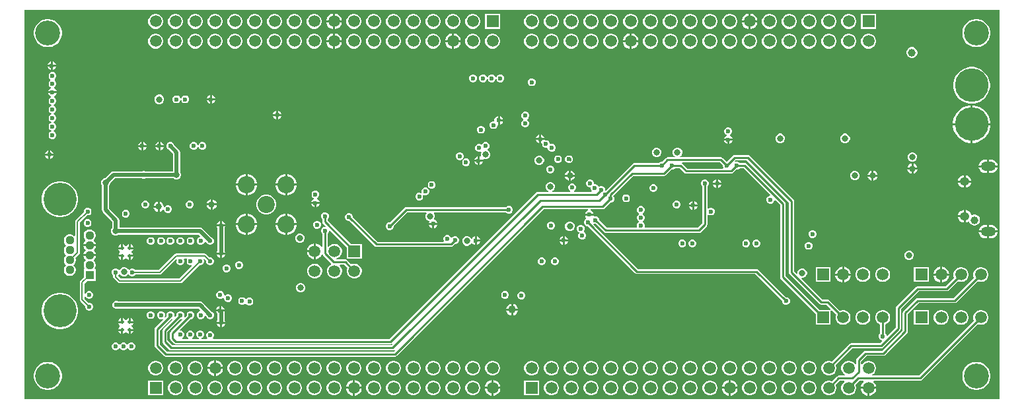
<source format=gbr>
%TF.GenerationSoftware,Altium Limited,Altium Designer,22.1.2 (22)*%
G04 Layer_Physical_Order=2*
G04 Layer_Color=36540*
%FSLAX45Y45*%
%MOMM*%
%TF.SameCoordinates,69A41402-0A08-4178-9E70-C708664AA264*%
%TF.FilePolarity,Positive*%
%TF.FileFunction,Copper,L2,Inr,Signal*%
%TF.Part,Single*%
G01*
G75*
%TA.AperFunction,Conductor*%
%ADD51C,0.25000*%
%ADD53C,0.50000*%
%ADD54C,0.20000*%
%TA.AperFunction,ComponentPad*%
%ADD58C,1.50000*%
%ADD59R,1.50000X1.50000*%
%ADD60C,4.24000*%
%ADD61R,1.12000X1.12000*%
%ADD62C,1.12000*%
%ADD63O,1.90000X1.20000*%
%ADD64O,1.25000X1.05000*%
%ADD65C,4.30000*%
%ADD66C,2.20000*%
%TA.AperFunction,ViaPad*%
%ADD67C,0.60000*%
%ADD68C,0.80000*%
%ADD69C,1.00000*%
%ADD70C,0.50000*%
%ADD71C,3.20000*%
G36*
X12500000D02*
X0D01*
Y5000000D01*
X12500000D01*
Y0D01*
D02*
G37*
%LPC*%
G36*
X9307218Y4950400D02*
X9306700D01*
Y4862700D01*
X9394400D01*
Y4863218D01*
X9387558Y4888753D01*
X9374340Y4911647D01*
X9355647Y4930340D01*
X9332753Y4943558D01*
X9307218Y4950400D01*
D02*
G37*
G36*
X3981218D02*
X3980700D01*
Y4862700D01*
X4068400D01*
Y4863218D01*
X4061558Y4888753D01*
X4048340Y4911647D01*
X4029647Y4930340D01*
X4006753Y4943558D01*
X3981218Y4950400D01*
D02*
G37*
G36*
X3955300D02*
X3954782D01*
X3929247Y4943558D01*
X3906353Y4930340D01*
X3887660Y4911647D01*
X3874442Y4888753D01*
X3867600Y4863218D01*
Y4862700D01*
X3955300D01*
Y4950400D01*
D02*
G37*
G36*
X9281300D02*
X9280782D01*
X9255247Y4943558D01*
X9232353Y4930340D01*
X9213660Y4911647D01*
X9200442Y4888753D01*
X9193600Y4863218D01*
Y4862700D01*
X9281300D01*
Y4950400D01*
D02*
G37*
G36*
X10913000Y4945000D02*
X10723000D01*
Y4755000D01*
X10913000D01*
Y4945000D01*
D02*
G37*
G36*
X10576507D02*
X10551493D01*
X10527331Y4938526D01*
X10505669Y4926019D01*
X10487981Y4908331D01*
X10475474Y4886668D01*
X10469000Y4862507D01*
Y4837493D01*
X10475474Y4813331D01*
X10487981Y4791669D01*
X10505669Y4773981D01*
X10527331Y4761474D01*
X10551493Y4755000D01*
X10576507D01*
X10600668Y4761474D01*
X10622331Y4773981D01*
X10640019Y4791669D01*
X10652526Y4813331D01*
X10659000Y4837493D01*
Y4862507D01*
X10652526Y4886668D01*
X10640019Y4908331D01*
X10622331Y4926019D01*
X10600668Y4938526D01*
X10576507Y4945000D01*
D02*
G37*
G36*
X10322507D02*
X10297493D01*
X10273331Y4938526D01*
X10251669Y4926019D01*
X10233981Y4908331D01*
X10221474Y4886668D01*
X10215000Y4862507D01*
Y4837493D01*
X10221474Y4813331D01*
X10233981Y4791669D01*
X10251669Y4773981D01*
X10273331Y4761474D01*
X10297493Y4755000D01*
X10322507D01*
X10346668Y4761474D01*
X10368331Y4773981D01*
X10386019Y4791669D01*
X10398526Y4813331D01*
X10405000Y4837493D01*
Y4862507D01*
X10398526Y4886668D01*
X10386019Y4908331D01*
X10368331Y4926019D01*
X10346668Y4938526D01*
X10322507Y4945000D01*
D02*
G37*
G36*
X10068507D02*
X10043493D01*
X10019331Y4938526D01*
X9997669Y4926019D01*
X9979981Y4908331D01*
X9967474Y4886668D01*
X9961000Y4862507D01*
Y4837493D01*
X9967474Y4813331D01*
X9979981Y4791669D01*
X9997669Y4773981D01*
X10019331Y4761474D01*
X10043493Y4755000D01*
X10068507D01*
X10092668Y4761474D01*
X10114331Y4773981D01*
X10132019Y4791669D01*
X10144526Y4813331D01*
X10151000Y4837493D01*
Y4862507D01*
X10144526Y4886668D01*
X10132019Y4908331D01*
X10114331Y4926019D01*
X10092668Y4938526D01*
X10068507Y4945000D01*
D02*
G37*
G36*
X9560507D02*
X9535493D01*
X9511331Y4938526D01*
X9489669Y4926019D01*
X9471981Y4908331D01*
X9459474Y4886668D01*
X9453000Y4862507D01*
Y4837493D01*
X9459474Y4813331D01*
X9471981Y4791669D01*
X9489669Y4773981D01*
X9511331Y4761474D01*
X9535493Y4755000D01*
X9560507D01*
X9584668Y4761474D01*
X9606331Y4773981D01*
X9624019Y4791669D01*
X9636526Y4813331D01*
X9643000Y4837493D01*
Y4862507D01*
X9636526Y4886668D01*
X9624019Y4908331D01*
X9606331Y4926019D01*
X9584668Y4938526D01*
X9560507Y4945000D01*
D02*
G37*
G36*
X9052507D02*
X9027493D01*
X9003331Y4938526D01*
X8981669Y4926019D01*
X8963981Y4908331D01*
X8951474Y4886668D01*
X8945000Y4862507D01*
Y4837493D01*
X8951474Y4813331D01*
X8963981Y4791669D01*
X8981669Y4773981D01*
X9003331Y4761474D01*
X9027493Y4755000D01*
X9052507D01*
X9076668Y4761474D01*
X9098331Y4773981D01*
X9116019Y4791669D01*
X9128526Y4813331D01*
X9135000Y4837493D01*
Y4862507D01*
X9128526Y4886668D01*
X9116019Y4908331D01*
X9098331Y4926019D01*
X9076668Y4938526D01*
X9052507Y4945000D01*
D02*
G37*
G36*
X8798507D02*
X8773493D01*
X8749331Y4938526D01*
X8727669Y4926019D01*
X8709981Y4908331D01*
X8697474Y4886668D01*
X8691000Y4862507D01*
Y4837493D01*
X8697474Y4813331D01*
X8709981Y4791669D01*
X8727669Y4773981D01*
X8749331Y4761474D01*
X8773493Y4755000D01*
X8798507D01*
X8822668Y4761474D01*
X8844331Y4773981D01*
X8862019Y4791669D01*
X8874526Y4813331D01*
X8881000Y4837493D01*
Y4862507D01*
X8874526Y4886668D01*
X8862019Y4908331D01*
X8844331Y4926019D01*
X8822668Y4938526D01*
X8798507Y4945000D01*
D02*
G37*
G36*
X8544507D02*
X8519493D01*
X8495331Y4938526D01*
X8473669Y4926019D01*
X8455981Y4908331D01*
X8443474Y4886668D01*
X8437000Y4862507D01*
Y4837493D01*
X8443474Y4813331D01*
X8455981Y4791669D01*
X8473669Y4773981D01*
X8495331Y4761474D01*
X8519493Y4755000D01*
X8544507D01*
X8568668Y4761474D01*
X8590331Y4773981D01*
X8608019Y4791669D01*
X8620526Y4813331D01*
X8627000Y4837493D01*
Y4862507D01*
X8620526Y4886668D01*
X8608019Y4908331D01*
X8590331Y4926019D01*
X8568668Y4938526D01*
X8544507Y4945000D01*
D02*
G37*
G36*
X8290507D02*
X8265493D01*
X8241331Y4938526D01*
X8219669Y4926019D01*
X8201981Y4908331D01*
X8189474Y4886668D01*
X8183000Y4862507D01*
Y4837493D01*
X8189474Y4813331D01*
X8201981Y4791669D01*
X8219669Y4773981D01*
X8241331Y4761474D01*
X8265493Y4755000D01*
X8290507D01*
X8314668Y4761474D01*
X8336331Y4773981D01*
X8354019Y4791669D01*
X8366526Y4813331D01*
X8373000Y4837493D01*
Y4862507D01*
X8366526Y4886668D01*
X8354019Y4908331D01*
X8336331Y4926019D01*
X8314668Y4938526D01*
X8290507Y4945000D01*
D02*
G37*
G36*
X8036507D02*
X8011493D01*
X7987331Y4938526D01*
X7965669Y4926019D01*
X7947981Y4908331D01*
X7935474Y4886668D01*
X7929000Y4862507D01*
Y4837493D01*
X7935474Y4813331D01*
X7947981Y4791669D01*
X7965669Y4773981D01*
X7987331Y4761474D01*
X8011493Y4755000D01*
X8036507D01*
X8060668Y4761474D01*
X8082331Y4773981D01*
X8100019Y4791669D01*
X8112526Y4813331D01*
X8119000Y4837493D01*
Y4862507D01*
X8112526Y4886668D01*
X8100019Y4908331D01*
X8082331Y4926019D01*
X8060668Y4938526D01*
X8036507Y4945000D01*
D02*
G37*
G36*
X7782507D02*
X7757493D01*
X7733331Y4938526D01*
X7711669Y4926019D01*
X7693981Y4908331D01*
X7681474Y4886668D01*
X7675000Y4862507D01*
Y4837493D01*
X7681474Y4813331D01*
X7693981Y4791669D01*
X7711669Y4773981D01*
X7733331Y4761474D01*
X7757493Y4755000D01*
X7782507D01*
X7806668Y4761474D01*
X7828331Y4773981D01*
X7846019Y4791669D01*
X7858526Y4813331D01*
X7865000Y4837493D01*
Y4862507D01*
X7858526Y4886668D01*
X7846019Y4908331D01*
X7828331Y4926019D01*
X7806668Y4938526D01*
X7782507Y4945000D01*
D02*
G37*
G36*
X7274507D02*
X7249493D01*
X7225331Y4938526D01*
X7203669Y4926019D01*
X7185981Y4908331D01*
X7173474Y4886668D01*
X7167000Y4862507D01*
Y4837493D01*
X7173474Y4813331D01*
X7185981Y4791669D01*
X7203669Y4773981D01*
X7225331Y4761474D01*
X7249493Y4755000D01*
X7274507D01*
X7298668Y4761474D01*
X7320331Y4773981D01*
X7338019Y4791669D01*
X7350526Y4813331D01*
X7357000Y4837493D01*
Y4862507D01*
X7350526Y4886668D01*
X7338019Y4908331D01*
X7320331Y4926019D01*
X7298668Y4938526D01*
X7274507Y4945000D01*
D02*
G37*
G36*
X7020507D02*
X6995493D01*
X6971331Y4938526D01*
X6949669Y4926019D01*
X6931981Y4908331D01*
X6919474Y4886668D01*
X6913000Y4862507D01*
Y4837493D01*
X6919474Y4813331D01*
X6931981Y4791669D01*
X6949669Y4773981D01*
X6971331Y4761474D01*
X6995493Y4755000D01*
X7020507D01*
X7044668Y4761474D01*
X7066331Y4773981D01*
X7084019Y4791669D01*
X7096526Y4813331D01*
X7103000Y4837493D01*
Y4862507D01*
X7096526Y4886668D01*
X7084019Y4908331D01*
X7066331Y4926019D01*
X7044668Y4938526D01*
X7020507Y4945000D01*
D02*
G37*
G36*
X6766507D02*
X6741493D01*
X6717331Y4938526D01*
X6695669Y4926019D01*
X6677981Y4908331D01*
X6665474Y4886668D01*
X6659000Y4862507D01*
Y4837493D01*
X6665474Y4813331D01*
X6677981Y4791669D01*
X6695669Y4773981D01*
X6717331Y4761474D01*
X6741493Y4755000D01*
X6766507D01*
X6790668Y4761474D01*
X6812331Y4773981D01*
X6830019Y4791669D01*
X6842526Y4813331D01*
X6849000Y4837493D01*
Y4862507D01*
X6842526Y4886668D01*
X6830019Y4908331D01*
X6812331Y4926019D01*
X6790668Y4938526D01*
X6766507Y4945000D01*
D02*
G37*
G36*
X6512507D02*
X6487493D01*
X6463331Y4938526D01*
X6441669Y4926019D01*
X6423981Y4908331D01*
X6411474Y4886668D01*
X6405000Y4862507D01*
Y4837493D01*
X6411474Y4813331D01*
X6423981Y4791669D01*
X6441669Y4773981D01*
X6463331Y4761474D01*
X6487493Y4755000D01*
X6512507D01*
X6536668Y4761474D01*
X6558331Y4773981D01*
X6576019Y4791669D01*
X6588526Y4813331D01*
X6595000Y4837493D01*
Y4862507D01*
X6588526Y4886668D01*
X6576019Y4908331D01*
X6558331Y4926019D01*
X6536668Y4938526D01*
X6512507Y4945000D01*
D02*
G37*
G36*
X6095000D02*
X5905000D01*
Y4755000D01*
X6095000D01*
Y4945000D01*
D02*
G37*
G36*
X5758507D02*
X5733493D01*
X5709331Y4938526D01*
X5687669Y4926019D01*
X5669981Y4908331D01*
X5657474Y4886668D01*
X5651000Y4862507D01*
Y4837493D01*
X5657474Y4813331D01*
X5669981Y4791669D01*
X5687669Y4773981D01*
X5709331Y4761474D01*
X5733493Y4755000D01*
X5758507D01*
X5782668Y4761474D01*
X5804331Y4773981D01*
X5822019Y4791669D01*
X5834526Y4813331D01*
X5841000Y4837493D01*
Y4862507D01*
X5834526Y4886668D01*
X5822019Y4908331D01*
X5804331Y4926019D01*
X5782668Y4938526D01*
X5758507Y4945000D01*
D02*
G37*
G36*
X5504507D02*
X5479493D01*
X5455331Y4938526D01*
X5433669Y4926019D01*
X5415981Y4908331D01*
X5403474Y4886668D01*
X5397000Y4862507D01*
Y4837493D01*
X5403474Y4813331D01*
X5415981Y4791669D01*
X5433669Y4773981D01*
X5455331Y4761474D01*
X5479493Y4755000D01*
X5504507D01*
X5528668Y4761474D01*
X5550331Y4773981D01*
X5568019Y4791669D01*
X5580526Y4813331D01*
X5587000Y4837493D01*
Y4862507D01*
X5580526Y4886668D01*
X5568019Y4908331D01*
X5550331Y4926019D01*
X5528668Y4938526D01*
X5504507Y4945000D01*
D02*
G37*
G36*
X5250507D02*
X5225493D01*
X5201331Y4938526D01*
X5179669Y4926019D01*
X5161981Y4908331D01*
X5149474Y4886668D01*
X5143000Y4862507D01*
Y4837493D01*
X5149474Y4813331D01*
X5161981Y4791669D01*
X5179669Y4773981D01*
X5201331Y4761474D01*
X5225493Y4755000D01*
X5250507D01*
X5274668Y4761474D01*
X5296331Y4773981D01*
X5314019Y4791669D01*
X5326526Y4813331D01*
X5333000Y4837493D01*
Y4862507D01*
X5326526Y4886668D01*
X5314019Y4908331D01*
X5296331Y4926019D01*
X5274668Y4938526D01*
X5250507Y4945000D01*
D02*
G37*
G36*
X4996507D02*
X4971493D01*
X4947331Y4938526D01*
X4925669Y4926019D01*
X4907981Y4908331D01*
X4895474Y4886668D01*
X4889000Y4862507D01*
Y4837493D01*
X4895474Y4813331D01*
X4907981Y4791669D01*
X4925669Y4773981D01*
X4947331Y4761474D01*
X4971493Y4755000D01*
X4996507D01*
X5020668Y4761474D01*
X5042331Y4773981D01*
X5060019Y4791669D01*
X5072526Y4813331D01*
X5079000Y4837493D01*
Y4862507D01*
X5072526Y4886668D01*
X5060019Y4908331D01*
X5042331Y4926019D01*
X5020668Y4938526D01*
X4996507Y4945000D01*
D02*
G37*
G36*
X4742507D02*
X4717493D01*
X4693331Y4938526D01*
X4671669Y4926019D01*
X4653981Y4908331D01*
X4641474Y4886668D01*
X4635000Y4862507D01*
Y4837493D01*
X4641474Y4813331D01*
X4653981Y4791669D01*
X4671669Y4773981D01*
X4693331Y4761474D01*
X4717493Y4755000D01*
X4742507D01*
X4766668Y4761474D01*
X4788331Y4773981D01*
X4806019Y4791669D01*
X4818526Y4813331D01*
X4825000Y4837493D01*
Y4862507D01*
X4818526Y4886668D01*
X4806019Y4908331D01*
X4788331Y4926019D01*
X4766668Y4938526D01*
X4742507Y4945000D01*
D02*
G37*
G36*
X4488507D02*
X4463493D01*
X4439331Y4938526D01*
X4417669Y4926019D01*
X4399981Y4908331D01*
X4387474Y4886668D01*
X4381000Y4862507D01*
Y4837493D01*
X4387474Y4813331D01*
X4399981Y4791669D01*
X4417669Y4773981D01*
X4439331Y4761474D01*
X4463493Y4755000D01*
X4488507D01*
X4512668Y4761474D01*
X4534331Y4773981D01*
X4552019Y4791669D01*
X4564526Y4813331D01*
X4571000Y4837493D01*
Y4862507D01*
X4564526Y4886668D01*
X4552019Y4908331D01*
X4534331Y4926019D01*
X4512668Y4938526D01*
X4488507Y4945000D01*
D02*
G37*
G36*
X4234507D02*
X4209493D01*
X4185331Y4938526D01*
X4163669Y4926019D01*
X4145981Y4908331D01*
X4133474Y4886668D01*
X4127000Y4862507D01*
Y4837493D01*
X4133474Y4813331D01*
X4145981Y4791669D01*
X4163669Y4773981D01*
X4185331Y4761474D01*
X4209493Y4755000D01*
X4234507D01*
X4258668Y4761474D01*
X4280331Y4773981D01*
X4298019Y4791669D01*
X4310526Y4813331D01*
X4317000Y4837493D01*
Y4862507D01*
X4310526Y4886668D01*
X4298019Y4908331D01*
X4280331Y4926019D01*
X4258668Y4938526D01*
X4234507Y4945000D01*
D02*
G37*
G36*
X3726507D02*
X3701493D01*
X3677331Y4938526D01*
X3655669Y4926019D01*
X3637981Y4908331D01*
X3625474Y4886668D01*
X3619000Y4862507D01*
Y4837493D01*
X3625474Y4813331D01*
X3637981Y4791669D01*
X3655669Y4773981D01*
X3677331Y4761474D01*
X3701493Y4755000D01*
X3726507D01*
X3750668Y4761474D01*
X3772331Y4773981D01*
X3790019Y4791669D01*
X3802526Y4813331D01*
X3809000Y4837493D01*
Y4862507D01*
X3802526Y4886668D01*
X3790019Y4908331D01*
X3772331Y4926019D01*
X3750668Y4938526D01*
X3726507Y4945000D01*
D02*
G37*
G36*
X3472507D02*
X3447493D01*
X3423331Y4938526D01*
X3401669Y4926019D01*
X3383981Y4908331D01*
X3371474Y4886668D01*
X3365000Y4862507D01*
Y4837493D01*
X3371474Y4813331D01*
X3383981Y4791669D01*
X3401669Y4773981D01*
X3423331Y4761474D01*
X3447493Y4755000D01*
X3472507D01*
X3496668Y4761474D01*
X3518331Y4773981D01*
X3536019Y4791669D01*
X3548526Y4813331D01*
X3555000Y4837493D01*
Y4862507D01*
X3548526Y4886668D01*
X3536019Y4908331D01*
X3518331Y4926019D01*
X3496668Y4938526D01*
X3472507Y4945000D01*
D02*
G37*
G36*
X3218507D02*
X3193493D01*
X3169331Y4938526D01*
X3147669Y4926019D01*
X3129981Y4908331D01*
X3117474Y4886668D01*
X3111000Y4862507D01*
Y4837493D01*
X3117474Y4813331D01*
X3129981Y4791669D01*
X3147669Y4773981D01*
X3169331Y4761474D01*
X3193493Y4755000D01*
X3218507D01*
X3242668Y4761474D01*
X3264331Y4773981D01*
X3282019Y4791669D01*
X3294526Y4813331D01*
X3301000Y4837493D01*
Y4862507D01*
X3294526Y4886668D01*
X3282019Y4908331D01*
X3264331Y4926019D01*
X3242668Y4938526D01*
X3218507Y4945000D01*
D02*
G37*
G36*
X2964507D02*
X2939493D01*
X2915331Y4938526D01*
X2893669Y4926019D01*
X2875981Y4908331D01*
X2863474Y4886668D01*
X2857000Y4862507D01*
Y4837493D01*
X2863474Y4813331D01*
X2875981Y4791669D01*
X2893669Y4773981D01*
X2915331Y4761474D01*
X2939493Y4755000D01*
X2964507D01*
X2988668Y4761474D01*
X3010331Y4773981D01*
X3028019Y4791669D01*
X3040526Y4813331D01*
X3047000Y4837493D01*
Y4862507D01*
X3040526Y4886668D01*
X3028019Y4908331D01*
X3010331Y4926019D01*
X2988668Y4938526D01*
X2964507Y4945000D01*
D02*
G37*
G36*
X2710507D02*
X2685493D01*
X2661331Y4938526D01*
X2639669Y4926019D01*
X2621981Y4908331D01*
X2609474Y4886668D01*
X2603000Y4862507D01*
Y4837493D01*
X2609474Y4813331D01*
X2621981Y4791669D01*
X2639669Y4773981D01*
X2661331Y4761474D01*
X2685493Y4755000D01*
X2710507D01*
X2734668Y4761474D01*
X2756331Y4773981D01*
X2774019Y4791669D01*
X2786526Y4813331D01*
X2793000Y4837493D01*
Y4862507D01*
X2786526Y4886668D01*
X2774019Y4908331D01*
X2756331Y4926019D01*
X2734668Y4938526D01*
X2710507Y4945000D01*
D02*
G37*
G36*
X2456507D02*
X2431493D01*
X2407331Y4938526D01*
X2385669Y4926019D01*
X2367981Y4908331D01*
X2355474Y4886668D01*
X2349000Y4862507D01*
Y4837493D01*
X2355474Y4813331D01*
X2367981Y4791669D01*
X2385669Y4773981D01*
X2407331Y4761474D01*
X2431493Y4755000D01*
X2456507D01*
X2480668Y4761474D01*
X2502331Y4773981D01*
X2520019Y4791669D01*
X2532526Y4813331D01*
X2539000Y4837493D01*
Y4862507D01*
X2532526Y4886668D01*
X2520019Y4908331D01*
X2502331Y4926019D01*
X2480668Y4938526D01*
X2456507Y4945000D01*
D02*
G37*
G36*
X2202507D02*
X2177493D01*
X2153331Y4938526D01*
X2131669Y4926019D01*
X2113981Y4908331D01*
X2101474Y4886668D01*
X2095000Y4862507D01*
Y4837493D01*
X2101474Y4813331D01*
X2113981Y4791669D01*
X2131669Y4773981D01*
X2153331Y4761474D01*
X2177493Y4755000D01*
X2202507D01*
X2226668Y4761474D01*
X2248331Y4773981D01*
X2266019Y4791669D01*
X2278526Y4813331D01*
X2285000Y4837493D01*
Y4862507D01*
X2278526Y4886668D01*
X2266019Y4908331D01*
X2248331Y4926019D01*
X2226668Y4938526D01*
X2202507Y4945000D01*
D02*
G37*
G36*
X1948507D02*
X1923493D01*
X1899331Y4938526D01*
X1877669Y4926019D01*
X1859981Y4908331D01*
X1847474Y4886668D01*
X1841000Y4862507D01*
Y4837493D01*
X1847474Y4813331D01*
X1859981Y4791669D01*
X1877669Y4773981D01*
X1899331Y4761474D01*
X1923493Y4755000D01*
X1948507D01*
X1972668Y4761474D01*
X1994331Y4773981D01*
X2012019Y4791669D01*
X2024526Y4813331D01*
X2031000Y4837493D01*
Y4862507D01*
X2024526Y4886668D01*
X2012019Y4908331D01*
X1994331Y4926019D01*
X1972668Y4938526D01*
X1948507Y4945000D01*
D02*
G37*
G36*
X1694507D02*
X1669493D01*
X1645331Y4938526D01*
X1623669Y4926019D01*
X1605981Y4908331D01*
X1593474Y4886668D01*
X1587000Y4862507D01*
Y4837493D01*
X1593474Y4813331D01*
X1605981Y4791669D01*
X1623669Y4773981D01*
X1645331Y4761474D01*
X1669493Y4755000D01*
X1694507D01*
X1718668Y4761474D01*
X1740331Y4773981D01*
X1758019Y4791669D01*
X1770526Y4813331D01*
X1777000Y4837493D01*
Y4862507D01*
X1770526Y4886668D01*
X1758019Y4908331D01*
X1740331Y4926019D01*
X1718668Y4938526D01*
X1694507Y4945000D01*
D02*
G37*
G36*
X9814507Y4945000D02*
X9789493D01*
X9765331Y4938525D01*
X9743669Y4926018D01*
X9725981Y4908331D01*
X9713474Y4886668D01*
X9707000Y4862507D01*
Y4837493D01*
X9713474Y4813331D01*
X9725981Y4791669D01*
X9743669Y4773981D01*
X9765331Y4761474D01*
X9789493Y4755000D01*
X9814507D01*
X9838668Y4761474D01*
X9860331Y4773981D01*
X9878018Y4791669D01*
X9890525Y4813331D01*
X9897000Y4837493D01*
Y4862507D01*
X9890525Y4886668D01*
X9878018Y4908331D01*
X9860331Y4926018D01*
X9838668Y4938525D01*
X9814507Y4945000D01*
D02*
G37*
G36*
X7528507D02*
X7503493D01*
X7479331Y4938525D01*
X7457669Y4926018D01*
X7439981Y4908331D01*
X7427474Y4886668D01*
X7421000Y4862507D01*
Y4837493D01*
X7427474Y4813331D01*
X7439981Y4791669D01*
X7457669Y4773981D01*
X7479331Y4761474D01*
X7503493Y4755000D01*
X7528507D01*
X7552668Y4761474D01*
X7574331Y4773981D01*
X7592019Y4791669D01*
X7604526Y4813331D01*
X7611000Y4837493D01*
Y4862507D01*
X7604526Y4886668D01*
X7592019Y4908331D01*
X7574331Y4926018D01*
X7552668Y4938525D01*
X7528507Y4945000D01*
D02*
G37*
G36*
X9394400Y4837300D02*
X9306700D01*
Y4749600D01*
X9307218D01*
X9332753Y4756442D01*
X9355647Y4769660D01*
X9374340Y4788353D01*
X9387558Y4811247D01*
X9394400Y4836782D01*
Y4837300D01*
D02*
G37*
G36*
X9281300D02*
X9193600D01*
Y4836782D01*
X9200442Y4811247D01*
X9213660Y4788353D01*
X9232353Y4769660D01*
X9255247Y4756442D01*
X9280782Y4749600D01*
X9281300D01*
Y4837300D01*
D02*
G37*
G36*
X4068400D02*
X3980700D01*
Y4749600D01*
X3981218D01*
X4006753Y4756442D01*
X4029647Y4769660D01*
X4048340Y4788353D01*
X4061558Y4811247D01*
X4068400Y4836782D01*
Y4837300D01*
D02*
G37*
G36*
X3955300D02*
X3867600D01*
Y4836782D01*
X3874442Y4811247D01*
X3887660Y4788353D01*
X3906353Y4769660D01*
X3929247Y4756442D01*
X3954782Y4749600D01*
X3955300D01*
Y4837300D01*
D02*
G37*
G36*
X7783218Y4696400D02*
X7782700D01*
Y4608700D01*
X7870400D01*
Y4609218D01*
X7863558Y4634753D01*
X7850340Y4657647D01*
X7831647Y4676340D01*
X7808753Y4689558D01*
X7783218Y4696400D01*
D02*
G37*
G36*
X5505218D02*
X5504700D01*
Y4608700D01*
X5592400D01*
Y4609218D01*
X5585558Y4634753D01*
X5572340Y4657647D01*
X5553647Y4676340D01*
X5530753Y4689558D01*
X5505218Y4696400D01*
D02*
G37*
G36*
X3981218D02*
X3980700D01*
Y4608700D01*
X4068400D01*
Y4609218D01*
X4061558Y4634753D01*
X4048340Y4657647D01*
X4029647Y4676340D01*
X4006753Y4689558D01*
X3981218Y4696400D01*
D02*
G37*
G36*
X7757300D02*
X7756782D01*
X7731247Y4689558D01*
X7708353Y4676340D01*
X7689660Y4657647D01*
X7676442Y4634753D01*
X7669600Y4609218D01*
Y4608700D01*
X7757300D01*
Y4696400D01*
D02*
G37*
G36*
X5479300D02*
X5478782D01*
X5453247Y4689558D01*
X5430353Y4676340D01*
X5411660Y4657647D01*
X5398442Y4634753D01*
X5391600Y4609218D01*
Y4608700D01*
X5479300D01*
Y4696400D01*
D02*
G37*
G36*
X3955300D02*
X3954782D01*
X3929247Y4689558D01*
X3906353Y4676340D01*
X3887660Y4657647D01*
X3874442Y4634753D01*
X3867600Y4609218D01*
Y4608700D01*
X3955300D01*
Y4696400D01*
D02*
G37*
G36*
X12217728Y4880000D02*
X12182272D01*
X12147496Y4873083D01*
X12114738Y4859514D01*
X12085257Y4839815D01*
X12060185Y4814743D01*
X12040486Y4785262D01*
X12026917Y4752504D01*
X12020000Y4717728D01*
Y4682272D01*
X12026917Y4647496D01*
X12040486Y4614738D01*
X12060185Y4585257D01*
X12085257Y4560185D01*
X12114738Y4540486D01*
X12147496Y4526917D01*
X12182272Y4520000D01*
X12217728D01*
X12252504Y4526917D01*
X12285262Y4540486D01*
X12314743Y4560185D01*
X12339815Y4585257D01*
X12359514Y4614738D01*
X12373083Y4647496D01*
X12380000Y4682272D01*
Y4717728D01*
X12373083Y4752504D01*
X12359514Y4785262D01*
X12339815Y4814743D01*
X12314743Y4839815D01*
X12285262Y4859514D01*
X12252504Y4873083D01*
X12217728Y4880000D01*
D02*
G37*
G36*
X317728D02*
X282271D01*
X247496Y4873083D01*
X214738Y4859514D01*
X185257Y4839815D01*
X160185Y4814743D01*
X140486Y4785262D01*
X126917Y4752504D01*
X120000Y4717728D01*
Y4682272D01*
X126917Y4647496D01*
X140486Y4614738D01*
X160185Y4585257D01*
X185257Y4560185D01*
X214738Y4540486D01*
X247496Y4526917D01*
X282271Y4520000D01*
X317728D01*
X352504Y4526917D01*
X385262Y4540486D01*
X414743Y4560185D01*
X439815Y4585257D01*
X459514Y4614738D01*
X473083Y4647496D01*
X480000Y4682272D01*
Y4717728D01*
X473083Y4752504D01*
X459514Y4785262D01*
X439815Y4814743D01*
X414743Y4839815D01*
X385262Y4859514D01*
X352504Y4873083D01*
X317728Y4880000D01*
D02*
G37*
G36*
X9306507Y4691000D02*
X9281493D01*
X9257332Y4684526D01*
X9235669Y4672019D01*
X9217982Y4654331D01*
X9205475Y4632669D01*
X9199000Y4608507D01*
Y4583493D01*
X9205475Y4559332D01*
X9217982Y4537669D01*
X9235669Y4519982D01*
X9257332Y4507475D01*
X9281493Y4501000D01*
X9306507D01*
X9330669Y4507475D01*
X9352331Y4519982D01*
X9370019Y4537669D01*
X9382526Y4559332D01*
X9389000Y4583493D01*
Y4608507D01*
X9382526Y4632669D01*
X9370019Y4654331D01*
X9352331Y4672019D01*
X9330669Y4684526D01*
X9306507Y4691000D01*
D02*
G37*
G36*
X8036507D02*
X8011493D01*
X7987331Y4684526D01*
X7965669Y4672019D01*
X7947981Y4654331D01*
X7935474Y4632669D01*
X7929000Y4608507D01*
Y4583493D01*
X7935474Y4559332D01*
X7947981Y4537669D01*
X7965669Y4519982D01*
X7987331Y4507475D01*
X8011493Y4501000D01*
X8036507D01*
X8060668Y4507475D01*
X8082331Y4519982D01*
X8100018Y4537669D01*
X8112525Y4559332D01*
X8119000Y4583493D01*
Y4608507D01*
X8112525Y4632669D01*
X8100018Y4654331D01*
X8082331Y4672019D01*
X8060668Y4684526D01*
X8036507Y4691000D01*
D02*
G37*
G36*
X7020507D02*
X6995493D01*
X6971332Y4684526D01*
X6949669Y4672019D01*
X6931982Y4654331D01*
X6919475Y4632669D01*
X6913000Y4608507D01*
Y4583493D01*
X6919475Y4559332D01*
X6931982Y4537669D01*
X6949669Y4519982D01*
X6971332Y4507475D01*
X6995493Y4501000D01*
X7020507D01*
X7044669Y4507475D01*
X7066331Y4519982D01*
X7084019Y4537669D01*
X7096526Y4559332D01*
X7103000Y4583493D01*
Y4608507D01*
X7096526Y4632669D01*
X7084019Y4654331D01*
X7066331Y4672019D01*
X7044669Y4684526D01*
X7020507Y4691000D01*
D02*
G37*
G36*
X5250507D02*
X5225493D01*
X5201331Y4684526D01*
X5179669Y4672019D01*
X5161981Y4654331D01*
X5149474Y4632669D01*
X5143000Y4608507D01*
Y4583493D01*
X5149474Y4559332D01*
X5161981Y4537669D01*
X5179669Y4519982D01*
X5201331Y4507475D01*
X5225493Y4501000D01*
X5250507D01*
X5274668Y4507475D01*
X5296331Y4519982D01*
X5314019Y4537669D01*
X5326526Y4559332D01*
X5333000Y4583493D01*
Y4608507D01*
X5326526Y4632669D01*
X5314019Y4654331D01*
X5296331Y4672019D01*
X5274668Y4684526D01*
X5250507Y4691000D01*
D02*
G37*
G36*
X4488507D02*
X4463493D01*
X4439331Y4684526D01*
X4417669Y4672019D01*
X4399981Y4654331D01*
X4387474Y4632669D01*
X4381000Y4608507D01*
Y4583493D01*
X4387474Y4559332D01*
X4399981Y4537669D01*
X4417669Y4519982D01*
X4439331Y4507475D01*
X4463493Y4501000D01*
X4488507D01*
X4512668Y4507475D01*
X4534331Y4519982D01*
X4552019Y4537669D01*
X4564526Y4559332D01*
X4571000Y4583493D01*
Y4608507D01*
X4564526Y4632669D01*
X4552019Y4654331D01*
X4534331Y4672019D01*
X4512668Y4684526D01*
X4488507Y4691000D01*
D02*
G37*
G36*
X3218507D02*
X3193493D01*
X3169331Y4684526D01*
X3147669Y4672019D01*
X3129981Y4654331D01*
X3117474Y4632669D01*
X3111000Y4608507D01*
Y4583493D01*
X3117474Y4559332D01*
X3129981Y4537669D01*
X3147669Y4519982D01*
X3169331Y4507475D01*
X3193493Y4501000D01*
X3218507D01*
X3242668Y4507475D01*
X3264331Y4519982D01*
X3282018Y4537669D01*
X3294525Y4559332D01*
X3300999Y4583493D01*
Y4608507D01*
X3294525Y4632669D01*
X3282018Y4654331D01*
X3264331Y4672019D01*
X3242668Y4684526D01*
X3218507Y4691000D01*
D02*
G37*
G36*
X2964507D02*
X2939493D01*
X2915332Y4684526D01*
X2893669Y4672019D01*
X2875982Y4654331D01*
X2863475Y4632669D01*
X2857000Y4608507D01*
Y4583493D01*
X2863475Y4559332D01*
X2875982Y4537669D01*
X2893669Y4519982D01*
X2915332Y4507475D01*
X2939493Y4501000D01*
X2964507D01*
X2988669Y4507475D01*
X3010331Y4519982D01*
X3028019Y4537669D01*
X3040526Y4559332D01*
X3047000Y4583493D01*
Y4608507D01*
X3040526Y4632669D01*
X3028019Y4654331D01*
X3010331Y4672019D01*
X2988669Y4684526D01*
X2964507Y4691000D01*
D02*
G37*
G36*
X2202507D02*
X2177493D01*
X2153331Y4684526D01*
X2131669Y4672019D01*
X2113981Y4654331D01*
X2101474Y4632669D01*
X2095000Y4608507D01*
Y4583493D01*
X2101474Y4559332D01*
X2113981Y4537669D01*
X2131669Y4519982D01*
X2153331Y4507475D01*
X2177493Y4501000D01*
X2202507D01*
X2226668Y4507475D01*
X2248331Y4519982D01*
X2266019Y4537669D01*
X2278526Y4559332D01*
X2285000Y4583493D01*
Y4608507D01*
X2278526Y4632669D01*
X2266019Y4654331D01*
X2248331Y4672019D01*
X2226668Y4684526D01*
X2202507Y4691000D01*
D02*
G37*
G36*
X10830507Y4691000D02*
X10805493D01*
X10781331Y4684526D01*
X10759669Y4672019D01*
X10741981Y4654331D01*
X10729474Y4632668D01*
X10723000Y4608507D01*
Y4583493D01*
X10729474Y4559331D01*
X10741981Y4537669D01*
X10759669Y4519981D01*
X10781331Y4507474D01*
X10805493Y4501000D01*
X10830507D01*
X10854668Y4507474D01*
X10876331Y4519981D01*
X10894019Y4537669D01*
X10906526Y4559331D01*
X10913000Y4583493D01*
Y4608507D01*
X10906526Y4632668D01*
X10894019Y4654331D01*
X10876331Y4672019D01*
X10854668Y4684526D01*
X10830507Y4691000D01*
D02*
G37*
G36*
X10576507D02*
X10551493D01*
X10527331Y4684526D01*
X10505669Y4672019D01*
X10487981Y4654331D01*
X10475474Y4632668D01*
X10469000Y4608507D01*
Y4583493D01*
X10475474Y4559331D01*
X10487981Y4537669D01*
X10505669Y4519981D01*
X10527331Y4507474D01*
X10551493Y4501000D01*
X10576507D01*
X10600668Y4507474D01*
X10622331Y4519981D01*
X10640019Y4537669D01*
X10652526Y4559331D01*
X10659000Y4583493D01*
Y4608507D01*
X10652526Y4632668D01*
X10640019Y4654331D01*
X10622331Y4672019D01*
X10600668Y4684526D01*
X10576507Y4691000D01*
D02*
G37*
G36*
X10322507D02*
X10297493D01*
X10273331Y4684526D01*
X10251669Y4672019D01*
X10233981Y4654331D01*
X10221474Y4632668D01*
X10215000Y4608507D01*
Y4583493D01*
X10221474Y4559331D01*
X10233981Y4537669D01*
X10251669Y4519981D01*
X10273331Y4507474D01*
X10297493Y4501000D01*
X10322507D01*
X10346668Y4507474D01*
X10368331Y4519981D01*
X10386019Y4537669D01*
X10398526Y4559331D01*
X10405000Y4583493D01*
Y4608507D01*
X10398526Y4632668D01*
X10386019Y4654331D01*
X10368331Y4672019D01*
X10346668Y4684526D01*
X10322507Y4691000D01*
D02*
G37*
G36*
X10068507D02*
X10043493D01*
X10019331Y4684526D01*
X9997669Y4672019D01*
X9979981Y4654331D01*
X9967474Y4632668D01*
X9961000Y4608507D01*
Y4583493D01*
X9967474Y4559331D01*
X9979981Y4537669D01*
X9997669Y4519981D01*
X10019331Y4507474D01*
X10043493Y4501000D01*
X10068507D01*
X10092668Y4507474D01*
X10114331Y4519981D01*
X10132018Y4537669D01*
X10144525Y4559331D01*
X10151000Y4583493D01*
Y4608507D01*
X10144525Y4632668D01*
X10132018Y4654331D01*
X10114331Y4672019D01*
X10092668Y4684526D01*
X10068507Y4691000D01*
D02*
G37*
G36*
X9814507D02*
X9789493D01*
X9765331Y4684526D01*
X9743669Y4672019D01*
X9725981Y4654331D01*
X9713474Y4632668D01*
X9707000Y4608507D01*
Y4583493D01*
X9713474Y4559331D01*
X9725981Y4537669D01*
X9743669Y4519981D01*
X9765331Y4507474D01*
X9789493Y4501000D01*
X9814507D01*
X9838668Y4507474D01*
X9860331Y4519981D01*
X9878019Y4537669D01*
X9890526Y4559331D01*
X9897000Y4583493D01*
Y4608507D01*
X9890526Y4632668D01*
X9878019Y4654331D01*
X9860331Y4672019D01*
X9838668Y4684526D01*
X9814507Y4691000D01*
D02*
G37*
G36*
X9560507D02*
X9535493D01*
X9511331Y4684526D01*
X9489669Y4672019D01*
X9471981Y4654331D01*
X9459474Y4632668D01*
X9453000Y4608507D01*
Y4583493D01*
X9459474Y4559331D01*
X9471981Y4537669D01*
X9489669Y4519981D01*
X9511331Y4507474D01*
X9535493Y4501000D01*
X9560507D01*
X9584668Y4507474D01*
X9606331Y4519981D01*
X9624019Y4537669D01*
X9636526Y4559331D01*
X9643000Y4583493D01*
Y4608507D01*
X9636526Y4632668D01*
X9624019Y4654331D01*
X9606331Y4672019D01*
X9584668Y4684526D01*
X9560507Y4691000D01*
D02*
G37*
G36*
X9052507D02*
X9027493D01*
X9003331Y4684526D01*
X8981669Y4672019D01*
X8963981Y4654331D01*
X8951474Y4632668D01*
X8945000Y4608507D01*
Y4583493D01*
X8951474Y4559331D01*
X8963981Y4537669D01*
X8981669Y4519981D01*
X9003331Y4507474D01*
X9027493Y4501000D01*
X9052507D01*
X9076668Y4507474D01*
X9098331Y4519981D01*
X9116019Y4537669D01*
X9128526Y4559331D01*
X9135000Y4583493D01*
Y4608507D01*
X9128526Y4632668D01*
X9116019Y4654331D01*
X9098331Y4672019D01*
X9076668Y4684526D01*
X9052507Y4691000D01*
D02*
G37*
G36*
X8798507D02*
X8773493D01*
X8749332Y4684526D01*
X8727669Y4672019D01*
X8709982Y4654331D01*
X8697475Y4632668D01*
X8691000Y4608507D01*
Y4583493D01*
X8697475Y4559331D01*
X8709982Y4537669D01*
X8727669Y4519981D01*
X8749332Y4507474D01*
X8773493Y4501000D01*
X8798507D01*
X8822669Y4507474D01*
X8844331Y4519981D01*
X8862019Y4537669D01*
X8874526Y4559331D01*
X8881000Y4583493D01*
Y4608507D01*
X8874526Y4632668D01*
X8862019Y4654331D01*
X8844331Y4672019D01*
X8822669Y4684526D01*
X8798507Y4691000D01*
D02*
G37*
G36*
X8544507D02*
X8519493D01*
X8495331Y4684526D01*
X8473669Y4672019D01*
X8455981Y4654331D01*
X8443474Y4632668D01*
X8437000Y4608507D01*
Y4583493D01*
X8443474Y4559331D01*
X8455981Y4537669D01*
X8473669Y4519981D01*
X8495331Y4507474D01*
X8519493Y4501000D01*
X8544507D01*
X8568668Y4507474D01*
X8590331Y4519981D01*
X8608019Y4537669D01*
X8620526Y4559331D01*
X8627000Y4583493D01*
Y4608507D01*
X8620526Y4632668D01*
X8608019Y4654331D01*
X8590331Y4672019D01*
X8568668Y4684526D01*
X8544507Y4691000D01*
D02*
G37*
G36*
X8290507D02*
X8265493D01*
X8241331Y4684526D01*
X8219669Y4672019D01*
X8201981Y4654331D01*
X8189474Y4632668D01*
X8183000Y4608507D01*
Y4583493D01*
X8189474Y4559331D01*
X8201981Y4537669D01*
X8219669Y4519981D01*
X8241331Y4507474D01*
X8265493Y4501000D01*
X8290507D01*
X8314668Y4507474D01*
X8336331Y4519981D01*
X8354019Y4537669D01*
X8366526Y4559331D01*
X8373000Y4583493D01*
Y4608507D01*
X8366526Y4632668D01*
X8354019Y4654331D01*
X8336331Y4672019D01*
X8314668Y4684526D01*
X8290507Y4691000D01*
D02*
G37*
G36*
X7528507D02*
X7503493D01*
X7479331Y4684526D01*
X7457669Y4672019D01*
X7439981Y4654331D01*
X7427474Y4632668D01*
X7421000Y4608507D01*
Y4583493D01*
X7427474Y4559331D01*
X7439981Y4537669D01*
X7457669Y4519981D01*
X7479331Y4507474D01*
X7503493Y4501000D01*
X7528507D01*
X7552668Y4507474D01*
X7574331Y4519981D01*
X7592019Y4537669D01*
X7604526Y4559331D01*
X7611000Y4583493D01*
Y4608507D01*
X7604526Y4632668D01*
X7592019Y4654331D01*
X7574331Y4672019D01*
X7552668Y4684526D01*
X7528507Y4691000D01*
D02*
G37*
G36*
X7274507D02*
X7249493D01*
X7225331Y4684526D01*
X7203669Y4672019D01*
X7185981Y4654331D01*
X7173474Y4632668D01*
X7167000Y4608507D01*
Y4583493D01*
X7173474Y4559331D01*
X7185981Y4537669D01*
X7203669Y4519981D01*
X7225331Y4507474D01*
X7249493Y4501000D01*
X7274507D01*
X7298668Y4507474D01*
X7320331Y4519981D01*
X7338019Y4537669D01*
X7350526Y4559331D01*
X7357000Y4583493D01*
Y4608507D01*
X7350526Y4632668D01*
X7338019Y4654331D01*
X7320331Y4672019D01*
X7298668Y4684526D01*
X7274507Y4691000D01*
D02*
G37*
G36*
X6766507D02*
X6741493D01*
X6717331Y4684526D01*
X6695669Y4672019D01*
X6677981Y4654331D01*
X6665474Y4632668D01*
X6659000Y4608507D01*
Y4583493D01*
X6665474Y4559331D01*
X6677981Y4537669D01*
X6695669Y4519981D01*
X6717331Y4507474D01*
X6741493Y4501000D01*
X6766507D01*
X6790668Y4507474D01*
X6812331Y4519981D01*
X6830019Y4537669D01*
X6842526Y4559331D01*
X6849000Y4583493D01*
Y4608507D01*
X6842526Y4632668D01*
X6830019Y4654331D01*
X6812331Y4672019D01*
X6790668Y4684526D01*
X6766507Y4691000D01*
D02*
G37*
G36*
X6512507D02*
X6487493D01*
X6463332Y4684526D01*
X6441669Y4672019D01*
X6423982Y4654331D01*
X6411475Y4632668D01*
X6405000Y4608507D01*
Y4583493D01*
X6411475Y4559331D01*
X6423982Y4537669D01*
X6441669Y4519981D01*
X6463332Y4507474D01*
X6487493Y4501000D01*
X6512507D01*
X6536669Y4507474D01*
X6558331Y4519981D01*
X6576019Y4537669D01*
X6588526Y4559331D01*
X6595000Y4583493D01*
Y4608507D01*
X6588526Y4632668D01*
X6576019Y4654331D01*
X6558331Y4672019D01*
X6536669Y4684526D01*
X6512507Y4691000D01*
D02*
G37*
G36*
X6012507D02*
X5987493D01*
X5963331Y4684526D01*
X5941669Y4672019D01*
X5923981Y4654331D01*
X5911474Y4632668D01*
X5905000Y4608507D01*
Y4583493D01*
X5911474Y4559331D01*
X5923981Y4537669D01*
X5941669Y4519981D01*
X5963331Y4507474D01*
X5987493Y4501000D01*
X6012507D01*
X6036668Y4507474D01*
X6058331Y4519981D01*
X6076019Y4537669D01*
X6088526Y4559331D01*
X6095000Y4583493D01*
Y4608507D01*
X6088526Y4632668D01*
X6076019Y4654331D01*
X6058331Y4672019D01*
X6036668Y4684526D01*
X6012507Y4691000D01*
D02*
G37*
G36*
X5758507D02*
X5733493D01*
X5709331Y4684526D01*
X5687669Y4672019D01*
X5669981Y4654331D01*
X5657474Y4632668D01*
X5651000Y4608507D01*
Y4583493D01*
X5657474Y4559331D01*
X5669981Y4537669D01*
X5687669Y4519981D01*
X5709331Y4507474D01*
X5733493Y4501000D01*
X5758507D01*
X5782668Y4507474D01*
X5804331Y4519981D01*
X5822019Y4537669D01*
X5834526Y4559331D01*
X5841000Y4583493D01*
Y4608507D01*
X5834526Y4632668D01*
X5822019Y4654331D01*
X5804331Y4672019D01*
X5782668Y4684526D01*
X5758507Y4691000D01*
D02*
G37*
G36*
X4996507D02*
X4971493D01*
X4947331Y4684526D01*
X4925669Y4672019D01*
X4907981Y4654331D01*
X4895474Y4632668D01*
X4889000Y4608507D01*
Y4583493D01*
X4895474Y4559331D01*
X4907981Y4537669D01*
X4925669Y4519981D01*
X4947331Y4507474D01*
X4971493Y4501000D01*
X4996507D01*
X5020668Y4507474D01*
X5042331Y4519981D01*
X5060019Y4537669D01*
X5072526Y4559331D01*
X5079000Y4583493D01*
Y4608507D01*
X5072526Y4632668D01*
X5060019Y4654331D01*
X5042331Y4672019D01*
X5020668Y4684526D01*
X4996507Y4691000D01*
D02*
G37*
G36*
X4742507D02*
X4717493D01*
X4693331Y4684526D01*
X4671669Y4672019D01*
X4653981Y4654331D01*
X4641474Y4632668D01*
X4635000Y4608507D01*
Y4583493D01*
X4641474Y4559331D01*
X4653981Y4537669D01*
X4671669Y4519981D01*
X4693331Y4507474D01*
X4717493Y4501000D01*
X4742507D01*
X4766668Y4507474D01*
X4788331Y4519981D01*
X4806019Y4537669D01*
X4818526Y4559331D01*
X4825000Y4583493D01*
Y4608507D01*
X4818526Y4632668D01*
X4806019Y4654331D01*
X4788331Y4672019D01*
X4766668Y4684526D01*
X4742507Y4691000D01*
D02*
G37*
G36*
X4234507D02*
X4209493D01*
X4185332Y4684526D01*
X4163669Y4672019D01*
X4145982Y4654331D01*
X4133475Y4632668D01*
X4127000Y4608507D01*
Y4583493D01*
X4133475Y4559331D01*
X4145982Y4537669D01*
X4163669Y4519981D01*
X4185332Y4507474D01*
X4209493Y4501000D01*
X4234507D01*
X4258669Y4507474D01*
X4280331Y4519981D01*
X4298019Y4537669D01*
X4310526Y4559331D01*
X4317000Y4583493D01*
Y4608507D01*
X4310526Y4632668D01*
X4298019Y4654331D01*
X4280331Y4672019D01*
X4258669Y4684526D01*
X4234507Y4691000D01*
D02*
G37*
G36*
X3726507D02*
X3701493D01*
X3677331Y4684526D01*
X3655669Y4672019D01*
X3637981Y4654331D01*
X3625474Y4632668D01*
X3619000Y4608507D01*
Y4583493D01*
X3625474Y4559331D01*
X3637981Y4537669D01*
X3655669Y4519981D01*
X3677331Y4507474D01*
X3701493Y4501000D01*
X3726507D01*
X3750668Y4507474D01*
X3772331Y4519981D01*
X3790019Y4537669D01*
X3802526Y4559331D01*
X3809000Y4583493D01*
Y4608507D01*
X3802526Y4632668D01*
X3790019Y4654331D01*
X3772331Y4672019D01*
X3750668Y4684526D01*
X3726507Y4691000D01*
D02*
G37*
G36*
X3472507D02*
X3447493D01*
X3423331Y4684526D01*
X3401669Y4672019D01*
X3383981Y4654331D01*
X3371474Y4632668D01*
X3365000Y4608507D01*
Y4583493D01*
X3371474Y4559331D01*
X3383981Y4537669D01*
X3401669Y4519981D01*
X3423331Y4507474D01*
X3447493Y4501000D01*
X3472507D01*
X3496668Y4507474D01*
X3518331Y4519981D01*
X3536019Y4537669D01*
X3548526Y4559331D01*
X3555000Y4583493D01*
Y4608507D01*
X3548526Y4632668D01*
X3536019Y4654331D01*
X3518331Y4672019D01*
X3496668Y4684526D01*
X3472507Y4691000D01*
D02*
G37*
G36*
X2710507D02*
X2685493D01*
X2661331Y4684526D01*
X2639669Y4672019D01*
X2621981Y4654331D01*
X2609474Y4632668D01*
X2603000Y4608507D01*
Y4583493D01*
X2609474Y4559331D01*
X2621981Y4537669D01*
X2639669Y4519981D01*
X2661331Y4507474D01*
X2685493Y4501000D01*
X2710507D01*
X2734668Y4507474D01*
X2756331Y4519981D01*
X2774019Y4537669D01*
X2786526Y4559331D01*
X2793000Y4583493D01*
Y4608507D01*
X2786526Y4632668D01*
X2774019Y4654331D01*
X2756331Y4672019D01*
X2734668Y4684526D01*
X2710507Y4691000D01*
D02*
G37*
G36*
X2456507D02*
X2431493D01*
X2407331Y4684526D01*
X2385669Y4672019D01*
X2367981Y4654331D01*
X2355474Y4632668D01*
X2349000Y4608507D01*
Y4583493D01*
X2355474Y4559331D01*
X2367981Y4537669D01*
X2385669Y4519981D01*
X2407331Y4507474D01*
X2431493Y4501000D01*
X2456507D01*
X2480668Y4507474D01*
X2502331Y4519981D01*
X2520019Y4537669D01*
X2532526Y4559331D01*
X2539000Y4583493D01*
Y4608507D01*
X2532526Y4632668D01*
X2520019Y4654331D01*
X2502331Y4672019D01*
X2480668Y4684526D01*
X2456507Y4691000D01*
D02*
G37*
G36*
X1948507D02*
X1923493D01*
X1899332Y4684526D01*
X1877669Y4672019D01*
X1859982Y4654331D01*
X1847475Y4632668D01*
X1841000Y4608507D01*
Y4583493D01*
X1847475Y4559331D01*
X1859982Y4537669D01*
X1877669Y4519981D01*
X1899332Y4507474D01*
X1923493Y4501000D01*
X1948507D01*
X1972669Y4507474D01*
X1994331Y4519981D01*
X2012019Y4537669D01*
X2024526Y4559331D01*
X2031000Y4583493D01*
Y4608507D01*
X2024526Y4632668D01*
X2012019Y4654331D01*
X1994331Y4672019D01*
X1972669Y4684526D01*
X1948507Y4691000D01*
D02*
G37*
G36*
X1694507D02*
X1669493D01*
X1645331Y4684526D01*
X1623669Y4672019D01*
X1605981Y4654331D01*
X1593474Y4632668D01*
X1587000Y4608507D01*
Y4583493D01*
X1593474Y4559331D01*
X1605981Y4537669D01*
X1623669Y4519981D01*
X1645331Y4507474D01*
X1669493Y4501000D01*
X1694507D01*
X1718668Y4507474D01*
X1740331Y4519981D01*
X1758019Y4537669D01*
X1770526Y4559331D01*
X1777000Y4583493D01*
Y4608507D01*
X1770526Y4632668D01*
X1758019Y4654331D01*
X1740331Y4672019D01*
X1718668Y4684526D01*
X1694507Y4691000D01*
D02*
G37*
G36*
X7870400Y4583300D02*
X7782700D01*
Y4495600D01*
X7783218D01*
X7808753Y4502442D01*
X7831647Y4515660D01*
X7850340Y4534353D01*
X7863558Y4557247D01*
X7870400Y4582782D01*
Y4583300D01*
D02*
G37*
G36*
X7757300D02*
X7669600D01*
Y4582782D01*
X7676442Y4557247D01*
X7689660Y4534353D01*
X7708353Y4515660D01*
X7731247Y4502442D01*
X7756782Y4495600D01*
X7757300D01*
Y4583300D01*
D02*
G37*
G36*
X5592400D02*
X5504700D01*
Y4495600D01*
X5505218D01*
X5530753Y4502442D01*
X5553647Y4515660D01*
X5572340Y4534353D01*
X5585558Y4557247D01*
X5592400Y4582782D01*
Y4583300D01*
D02*
G37*
G36*
X5479300D02*
X5391600D01*
Y4582782D01*
X5398442Y4557247D01*
X5411660Y4534353D01*
X5430353Y4515660D01*
X5453247Y4502442D01*
X5478782Y4495600D01*
X5479300D01*
Y4583300D01*
D02*
G37*
G36*
X4068400D02*
X3980700D01*
Y4495600D01*
X3981218D01*
X4006753Y4502442D01*
X4029647Y4515660D01*
X4048340Y4534353D01*
X4061558Y4557247D01*
X4068400Y4582782D01*
Y4583300D01*
D02*
G37*
G36*
X3955300D02*
X3867600D01*
Y4582782D01*
X3874442Y4557247D01*
X3887660Y4534353D01*
X3906353Y4515660D01*
X3929247Y4502442D01*
X3954782Y4495600D01*
X3955300D01*
Y4583300D01*
D02*
G37*
G36*
X11384216Y4520000D02*
X11365784D01*
X11347981Y4515229D01*
X11332019Y4506014D01*
X11318986Y4492981D01*
X11309771Y4477019D01*
X11305000Y4459216D01*
Y4440784D01*
X11309771Y4422981D01*
X11318986Y4407019D01*
X11332019Y4393986D01*
X11347981Y4384771D01*
X11365784Y4380000D01*
X11384216D01*
X11402019Y4384771D01*
X11417981Y4393986D01*
X11431014Y4407019D01*
X11440230Y4422981D01*
X11445000Y4440784D01*
Y4459216D01*
X11440230Y4477019D01*
X11431014Y4492981D01*
X11417981Y4506014D01*
X11402019Y4515229D01*
X11384216Y4520000D01*
D02*
G37*
G36*
X362700Y4334704D02*
Y4292700D01*
X404704D01*
X396966Y4311382D01*
X381382Y4326966D01*
X362700Y4334704D01*
D02*
G37*
G36*
X337300D02*
X318619Y4326966D01*
X303034Y4311382D01*
X295296Y4292700D01*
X337300D01*
Y4334704D01*
D02*
G37*
G36*
X404704Y4267300D02*
X362700D01*
Y4225296D01*
X381382Y4233034D01*
X396966Y4248619D01*
X404704Y4267300D01*
D02*
G37*
G36*
X337300D02*
X295296D01*
X303034Y4248619D01*
X318619Y4233034D01*
X337300Y4225296D01*
Y4267300D01*
D02*
G37*
G36*
X6109946Y4170000D02*
X6090054D01*
X6071677Y4162388D01*
X6057612Y4148323D01*
X6051733Y4134130D01*
X6038267D01*
X6032388Y4148323D01*
X6018323Y4162388D01*
X5999946Y4170000D01*
X5980054D01*
X5961677Y4162388D01*
X5947612Y4148323D01*
X5941733Y4134130D01*
X5928267D01*
X5922388Y4148323D01*
X5908323Y4162388D01*
X5889946Y4170000D01*
X5870054D01*
X5851677Y4162388D01*
X5837612Y4148323D01*
X5830000Y4129946D01*
Y4110054D01*
X5837612Y4091677D01*
X5851677Y4077612D01*
X5870054Y4070000D01*
X5889946D01*
X5908323Y4077612D01*
X5922388Y4091677D01*
X5928267Y4105870D01*
X5941733D01*
X5947612Y4091677D01*
X5961677Y4077612D01*
X5980054Y4070000D01*
X5999946D01*
X6018323Y4077612D01*
X6032388Y4091677D01*
X6038267Y4105870D01*
X6051733D01*
X6057612Y4091677D01*
X6071677Y4077612D01*
X6090054Y4070000D01*
X6109946D01*
X6128323Y4077612D01*
X6142388Y4091677D01*
X6150000Y4110054D01*
Y4129946D01*
X6142388Y4148323D01*
X6128323Y4162388D01*
X6109946Y4170000D01*
D02*
G37*
G36*
X5759946D02*
X5740054D01*
X5721677Y4162388D01*
X5707612Y4148323D01*
X5700000Y4129946D01*
Y4110054D01*
X5707612Y4091677D01*
X5721677Y4077612D01*
X5740054Y4070000D01*
X5759946D01*
X5778323Y4077612D01*
X5792388Y4091677D01*
X5800000Y4110054D01*
Y4129946D01*
X5792388Y4148323D01*
X5778323Y4162388D01*
X5759946Y4170000D01*
D02*
G37*
G36*
X6509946Y4120000D02*
X6490054D01*
X6471677Y4112388D01*
X6457612Y4098323D01*
X6450000Y4079946D01*
Y4060054D01*
X6457612Y4041677D01*
X6471677Y4027612D01*
X6490054Y4020000D01*
X6509946D01*
X6528323Y4027612D01*
X6542388Y4041677D01*
X6550000Y4060054D01*
Y4079946D01*
X6542388Y4098323D01*
X6528323Y4112388D01*
X6509946Y4120000D01*
D02*
G37*
G36*
X369946Y4200000D02*
X350054D01*
X331677Y4192388D01*
X317612Y4178323D01*
X310000Y4159946D01*
Y4140054D01*
X317612Y4121677D01*
X331677Y4107612D01*
X333461Y4106873D01*
Y4093127D01*
X331677Y4092388D01*
X317612Y4078323D01*
X310000Y4059946D01*
Y4040054D01*
X317612Y4021677D01*
X331677Y4007612D01*
X338477Y4004796D01*
Y3991049D01*
X328619Y3986966D01*
X313034Y3971381D01*
X305296Y3952700D01*
X414704D01*
X406966Y3971381D01*
X391381Y3986966D01*
X381523Y3991049D01*
Y4004796D01*
X388323Y4007612D01*
X402388Y4021677D01*
X410000Y4040054D01*
Y4059946D01*
X402388Y4078323D01*
X388323Y4092388D01*
X386539Y4093127D01*
Y4106873D01*
X388323Y4107612D01*
X402388Y4121677D01*
X410000Y4140054D01*
Y4159946D01*
X402388Y4178323D01*
X388323Y4192388D01*
X369946Y4200000D01*
D02*
G37*
G36*
X2069945Y3900000D02*
X2050054D01*
X2031677Y3892388D01*
X2017611Y3878323D01*
X2011733Y3864131D01*
X1998266Y3864131D01*
X1992388Y3878323D01*
X1978322Y3892388D01*
X1959945Y3900000D01*
X1940054D01*
X1921677Y3892388D01*
X1907612Y3878323D01*
X1900000Y3859946D01*
Y3840055D01*
X1907612Y3821677D01*
X1921677Y3807612D01*
X1940054Y3800000D01*
X1959945D01*
X1978322Y3807612D01*
X1992388Y3821677D01*
X1998266Y3835870D01*
X2011733Y3835870D01*
X2017611Y3821678D01*
X2031677Y3807612D01*
X2050054Y3800001D01*
X2069945D01*
X2088322Y3807612D01*
X2102387Y3821678D01*
X2109999Y3840055D01*
Y3859946D01*
X2102387Y3878323D01*
X2088322Y3892388D01*
X2069945Y3900000D01*
D02*
G37*
G36*
X2402700Y3904704D02*
Y3862700D01*
X2444704D01*
X2436965Y3881382D01*
X2421381Y3896966D01*
X2402700Y3904704D01*
D02*
G37*
G36*
X2377300D02*
X2358618Y3896966D01*
X2343034Y3881382D01*
X2335296Y3862700D01*
X2377300D01*
Y3904704D01*
D02*
G37*
G36*
X2444704Y3837300D02*
X2402700D01*
Y3795296D01*
X2421381Y3803035D01*
X2436965Y3818619D01*
X2444704Y3837300D01*
D02*
G37*
G36*
X2377300D02*
X2335296D01*
X2343034Y3818619D01*
X2358618Y3803035D01*
X2377300Y3795296D01*
Y3837300D01*
D02*
G37*
G36*
X12163146Y4265000D02*
X12116855D01*
X12071453Y4255969D01*
X12028686Y4238254D01*
X11990196Y4212536D01*
X11957464Y4179804D01*
X11931746Y4141314D01*
X11914031Y4098547D01*
X11905000Y4053146D01*
Y4006855D01*
X11914031Y3961453D01*
X11931746Y3918686D01*
X11957464Y3880196D01*
X11990196Y3847464D01*
X12028686Y3821746D01*
X12071453Y3804031D01*
X12116855Y3795000D01*
X12163146D01*
X12208547Y3804031D01*
X12251314Y3821746D01*
X12289804Y3847464D01*
X12322536Y3880196D01*
X12348254Y3918686D01*
X12365969Y3961453D01*
X12375000Y4006855D01*
Y4053146D01*
X12365969Y4098547D01*
X12348254Y4141314D01*
X12322536Y4179804D01*
X12289804Y4212536D01*
X12251314Y4238254D01*
X12208547Y4255969D01*
X12163146Y4265000D01*
D02*
G37*
G36*
X1741935Y3910000D02*
X1718065D01*
X1696013Y3900865D01*
X1679135Y3883987D01*
X1670000Y3861935D01*
Y3838065D01*
X1679135Y3816013D01*
X1696013Y3799134D01*
X1718065Y3790000D01*
X1741935D01*
X1763987Y3799134D01*
X1780866Y3816013D01*
X1790000Y3838065D01*
Y3861935D01*
X1780866Y3883987D01*
X1763987Y3900865D01*
X1741935Y3910000D01*
D02*
G37*
G36*
X3252700Y3704704D02*
Y3662700D01*
X3294704D01*
X3286966Y3681382D01*
X3271382Y3696966D01*
X3252700Y3704704D01*
D02*
G37*
G36*
X3227300D02*
X3208619Y3696966D01*
X3193034Y3681382D01*
X3185296Y3662700D01*
X3227300D01*
Y3704704D01*
D02*
G37*
G36*
X3294704Y3637300D02*
X3252700D01*
Y3595296D01*
X3271382Y3603034D01*
X3286966Y3618619D01*
X3294704Y3637300D01*
D02*
G37*
G36*
X3227300D02*
X3185296D01*
X3193034Y3618619D01*
X3208619Y3603034D01*
X3227300Y3595296D01*
Y3637300D01*
D02*
G37*
G36*
X6092700Y3634704D02*
Y3592700D01*
X6134704D01*
X6126966Y3611381D01*
X6111381Y3626966D01*
X6092700Y3634704D01*
D02*
G37*
G36*
X12163677Y3770400D02*
X12152700D01*
Y3542700D01*
X12380400D01*
Y3553677D01*
X12371161Y3600122D01*
X12353040Y3643872D01*
X12326731Y3683246D01*
X12293246Y3716730D01*
X12253872Y3743039D01*
X12210122Y3761161D01*
X12163677Y3770400D01*
D02*
G37*
G36*
X12127300D02*
X12116323D01*
X12069878Y3761161D01*
X12026128Y3743039D01*
X11986754Y3716730D01*
X11953269Y3683246D01*
X11926961Y3643872D01*
X11908839Y3600122D01*
X11899600Y3553677D01*
Y3542700D01*
X12127300D01*
Y3770400D01*
D02*
G37*
G36*
X6134704Y3567300D02*
X6092700D01*
Y3525296D01*
X6111381Y3533034D01*
X6126966Y3548619D01*
X6134704Y3567300D01*
D02*
G37*
G36*
X6429946Y3690000D02*
X6410054D01*
X6391677Y3682388D01*
X6377612Y3668323D01*
X6370000Y3649946D01*
Y3630054D01*
X6377612Y3611677D01*
X6391677Y3597612D01*
X6394407Y3596482D01*
Y3582735D01*
X6390485Y3581111D01*
X6376420Y3567045D01*
X6368808Y3548668D01*
Y3528777D01*
X6376420Y3510400D01*
X6390485Y3496335D01*
X6408862Y3488723D01*
X6428754D01*
X6447131Y3496335D01*
X6461196Y3510400D01*
X6468808Y3528777D01*
Y3548668D01*
X6461196Y3567045D01*
X6447131Y3581111D01*
X6444401Y3582241D01*
Y3595988D01*
X6448323Y3597612D01*
X6462388Y3611677D01*
X6470000Y3630054D01*
Y3649946D01*
X6462388Y3668323D01*
X6448323Y3682388D01*
X6429946Y3690000D01*
D02*
G37*
G36*
X6067300Y3634704D02*
X6048619Y3626966D01*
X6033034Y3611381D01*
X6024600Y3591020D01*
Y3581283D01*
X6020580Y3569550D01*
X6000689D01*
X5982311Y3561938D01*
X5968246Y3547873D01*
X5960634Y3529495D01*
Y3509604D01*
X5968246Y3491227D01*
X5982311Y3477162D01*
X6000689Y3469550D01*
X6020580D01*
X6038957Y3477162D01*
X6053022Y3491227D01*
X6060634Y3509604D01*
Y3519023D01*
X6067300Y3523477D01*
Y3580000D01*
Y3634704D01*
D02*
G37*
G36*
X5859946Y3510000D02*
X5840054D01*
X5821677Y3502388D01*
X5807612Y3488323D01*
X5800000Y3469946D01*
Y3450054D01*
X5807612Y3431677D01*
X5821677Y3417612D01*
X5840054Y3410000D01*
X5859946D01*
X5878323Y3417612D01*
X5892388Y3431677D01*
X5900000Y3450054D01*
Y3469946D01*
X5892388Y3488323D01*
X5878323Y3502388D01*
X5859946Y3510000D01*
D02*
G37*
G36*
X6622700Y3394704D02*
Y3352700D01*
X6664704D01*
X6656966Y3371381D01*
X6641381Y3386966D01*
X6622700Y3394704D01*
D02*
G37*
G36*
X6597300D02*
X6578619Y3386966D01*
X6563034Y3371381D01*
X6555296Y3352700D01*
X6597300D01*
Y3394704D01*
D02*
G37*
G36*
X9029946Y3490000D02*
X9010054D01*
X8991677Y3482388D01*
X8977612Y3468323D01*
X8970000Y3449946D01*
Y3430054D01*
X8977612Y3411677D01*
X8991677Y3397612D01*
X8998477Y3394796D01*
Y3381049D01*
X8988619Y3376966D01*
X8973034Y3361381D01*
X8965296Y3342700D01*
X9074704D01*
X9066966Y3361381D01*
X9051381Y3376966D01*
X9041523Y3381049D01*
Y3394796D01*
X9048323Y3397612D01*
X9062388Y3411677D01*
X9070000Y3430054D01*
Y3449946D01*
X9062388Y3468323D01*
X9048323Y3482388D01*
X9029946Y3490000D01*
D02*
G37*
G36*
X414704Y3927300D02*
X305296D01*
X313034Y3908619D01*
X328619Y3893034D01*
X338477Y3888951D01*
Y3875204D01*
X331677Y3872388D01*
X317612Y3858323D01*
X310000Y3839946D01*
Y3820054D01*
X317612Y3801677D01*
X331677Y3787612D01*
X345870Y3781733D01*
Y3768267D01*
X331677Y3762388D01*
X317612Y3748323D01*
X310000Y3729946D01*
Y3710054D01*
X317612Y3691677D01*
X331677Y3677612D01*
X345870Y3671733D01*
Y3658267D01*
X331677Y3652388D01*
X317612Y3638323D01*
X310000Y3619946D01*
Y3600054D01*
X317612Y3581677D01*
X331677Y3567612D01*
X345870Y3561733D01*
Y3548267D01*
X331677Y3542388D01*
X317612Y3528323D01*
X310000Y3509946D01*
Y3490054D01*
X317612Y3471677D01*
X331677Y3457612D01*
X345870Y3451733D01*
Y3438267D01*
X331677Y3432388D01*
X317612Y3418323D01*
X310000Y3399946D01*
Y3380054D01*
X317612Y3361677D01*
X331677Y3347612D01*
X350054Y3340000D01*
X369946D01*
X388323Y3347612D01*
X402388Y3361677D01*
X410000Y3380054D01*
Y3399946D01*
X402388Y3418323D01*
X388323Y3432388D01*
X374130Y3438267D01*
Y3451733D01*
X388323Y3457612D01*
X402388Y3471677D01*
X410000Y3490054D01*
Y3509946D01*
X402388Y3528323D01*
X388323Y3542388D01*
X374131Y3548267D01*
Y3561733D01*
X388323Y3567612D01*
X402388Y3581677D01*
X410000Y3600054D01*
Y3619946D01*
X402388Y3638323D01*
X388323Y3652388D01*
X374130Y3658267D01*
Y3671733D01*
X388323Y3677612D01*
X402388Y3691677D01*
X410000Y3710054D01*
Y3729946D01*
X402388Y3748323D01*
X388323Y3762388D01*
X374130Y3768267D01*
Y3781733D01*
X388323Y3787612D01*
X402388Y3801677D01*
X410000Y3820054D01*
Y3839946D01*
X402388Y3858323D01*
X388323Y3872388D01*
X381523Y3875204D01*
Y3888951D01*
X391381Y3893034D01*
X406966Y3908619D01*
X414704Y3927300D01*
D02*
G37*
G36*
X10531935Y3410000D02*
X10508065D01*
X10486013Y3400865D01*
X10469135Y3383987D01*
X10460000Y3361935D01*
Y3338065D01*
X10469135Y3316013D01*
X10486013Y3299134D01*
X10508065Y3290000D01*
X10531935D01*
X10553987Y3299134D01*
X10570866Y3316013D01*
X10580000Y3338065D01*
Y3361935D01*
X10570866Y3383987D01*
X10553987Y3400865D01*
X10531935Y3410000D01*
D02*
G37*
G36*
X9701935D02*
X9678065D01*
X9656013Y3400865D01*
X9639134Y3383987D01*
X9630000Y3361935D01*
Y3338065D01*
X9639134Y3316013D01*
X9656013Y3299134D01*
X9678065Y3290000D01*
X9701935D01*
X9723987Y3299134D01*
X9740865Y3316013D01*
X9750000Y3338065D01*
Y3361935D01*
X9740865Y3383987D01*
X9723987Y3400865D01*
X9701935Y3410000D01*
D02*
G37*
G36*
X12380400Y3517300D02*
X12152700D01*
Y3289600D01*
X12163677D01*
X12210122Y3298838D01*
X12253872Y3316960D01*
X12293246Y3343269D01*
X12326731Y3376754D01*
X12353040Y3416128D01*
X12371161Y3459878D01*
X12380400Y3506322D01*
Y3517300D01*
D02*
G37*
G36*
X12127300D02*
X11899600D01*
Y3506322D01*
X11908839Y3459878D01*
X11926961Y3416128D01*
X11953269Y3376754D01*
X11986754Y3343269D01*
X12026128Y3316960D01*
X12069878Y3298838D01*
X12116323Y3289600D01*
X12127300D01*
Y3517300D01*
D02*
G37*
G36*
X6597300Y3327300D02*
X6555296D01*
X6563034Y3308618D01*
X6578619Y3293034D01*
X6597300Y3285296D01*
Y3327300D01*
D02*
G37*
G36*
X9074704Y3317300D02*
X9032700D01*
Y3275296D01*
X9051381Y3283034D01*
X9066966Y3298618D01*
X9074704Y3317300D01*
D02*
G37*
G36*
X9007300D02*
X8965296D01*
X8973034Y3298618D01*
X8988619Y3283034D01*
X9007300Y3275296D01*
Y3317300D01*
D02*
G37*
G36*
X5919946Y3300000D02*
X5900054D01*
X5881677Y3292388D01*
X5867612Y3278323D01*
X5863936Y3269448D01*
X5853259Y3267324D01*
X5834882Y3274936D01*
X5814990D01*
X5796613Y3267324D01*
X5782548Y3253259D01*
X5774936Y3234882D01*
Y3214990D01*
X5782548Y3196613D01*
X5796613Y3182548D01*
X5814990Y3174936D01*
X5834882D01*
X5849301Y3180909D01*
X5850124Y3180330D01*
X5857759Y3170665D01*
X5850000Y3151935D01*
Y3128065D01*
X5852141Y3122898D01*
X5842420Y3113178D01*
X5832700Y3117204D01*
Y3075200D01*
X5874704D01*
X5874339Y3076081D01*
X5884059Y3085802D01*
X5898065Y3080000D01*
X5921935D01*
X5943987Y3089135D01*
X5960866Y3106013D01*
X5970000Y3128065D01*
Y3151935D01*
X5960866Y3173987D01*
X5943987Y3190866D01*
X5937534Y3193539D01*
Y3207285D01*
X5938323Y3207612D01*
X5952388Y3221677D01*
X5960000Y3240054D01*
Y3259946D01*
X5952388Y3278323D01*
X5938323Y3292388D01*
X5919946Y3300000D01*
D02*
G37*
G36*
X1522700Y3304704D02*
Y3262700D01*
X1564704D01*
X1556966Y3281381D01*
X1541381Y3296966D01*
X1522700Y3304704D01*
D02*
G37*
G36*
X1497300D02*
X1478618Y3296966D01*
X1463034Y3281381D01*
X1455296Y3262700D01*
X1497300D01*
Y3304704D01*
D02*
G37*
G36*
X1742803Y3304600D02*
Y3262596D01*
X1784807D01*
X1777069Y3281277D01*
X1761485Y3296862D01*
X1742803Y3304600D01*
D02*
G37*
G36*
X1717403D02*
X1698722Y3296862D01*
X1683138Y3281277D01*
X1675399Y3262596D01*
X1717403D01*
Y3304600D01*
D02*
G37*
G36*
X2179945Y3300000D02*
X2160054D01*
X2141677Y3292388D01*
X2127612Y3278323D01*
X2120000Y3259945D01*
Y3240054D01*
X2127612Y3221677D01*
X2141677Y3207612D01*
X2160054Y3200000D01*
X2179945D01*
X2198323Y3207612D01*
X2212388Y3221677D01*
X2218266Y3235869D01*
X2231733Y3235868D01*
X2237611Y3221677D01*
X2251676Y3207611D01*
X2270054Y3199999D01*
X2289945D01*
X2308322Y3207611D01*
X2322387Y3221677D01*
X2329999Y3240054D01*
Y3259945D01*
X2322387Y3278322D01*
X2308322Y3292387D01*
X2289945Y3299999D01*
X2270054D01*
X2251676Y3292387D01*
X2237611Y3278322D01*
X2231733Y3264130D01*
X2218266Y3264131D01*
X2212388Y3278323D01*
X2198323Y3292388D01*
X2179945Y3300000D01*
D02*
G37*
G36*
X1564704Y3237300D02*
X1522700D01*
Y3195296D01*
X1541381Y3203034D01*
X1556966Y3218618D01*
X1564704Y3237300D01*
D02*
G37*
G36*
X1497300D02*
X1455296D01*
X1463034Y3218618D01*
X1478618Y3203034D01*
X1497300Y3195296D01*
Y3237300D01*
D02*
G37*
G36*
X1784807Y3237196D02*
X1742803D01*
Y3195192D01*
X1761485Y3202930D01*
X1777069Y3218514D01*
X1784807Y3237196D01*
D02*
G37*
G36*
X1717403D02*
X1675399D01*
X1683138Y3218514D01*
X1698722Y3202930D01*
X1717403Y3195192D01*
Y3237196D01*
D02*
G37*
G36*
X6672763Y3327300D02*
X6622700D01*
Y3285034D01*
X6635040Y3276661D01*
Y3265015D01*
X6642652Y3246637D01*
X6656717Y3232572D01*
X6675094Y3224960D01*
X6694986D01*
X6699440Y3226805D01*
X6710000Y3219749D01*
Y3215054D01*
X6717612Y3196677D01*
X6731677Y3182612D01*
X6750054Y3175000D01*
X6769946D01*
X6788323Y3182612D01*
X6802388Y3196677D01*
X6810000Y3215054D01*
Y3234946D01*
X6802388Y3253323D01*
X6788323Y3267388D01*
X6769946Y3275000D01*
X6750054D01*
X6745600Y3273155D01*
X6735040Y3280211D01*
Y3284906D01*
X6727428Y3303283D01*
X6713363Y3317348D01*
X6694986Y3324960D01*
X6677133D01*
X6674038Y3326021D01*
X6672763Y3327300D01*
D02*
G37*
G36*
X332700Y3194704D02*
Y3152700D01*
X374704D01*
X366966Y3171382D01*
X351382Y3186966D01*
X332700Y3194704D01*
D02*
G37*
G36*
X307300D02*
X288619Y3186966D01*
X273034Y3171382D01*
X265296Y3152700D01*
X307300D01*
Y3194704D01*
D02*
G37*
G36*
X8111935Y3230000D02*
X8088065D01*
X8066013Y3220866D01*
X8049135Y3203987D01*
X8040000Y3181935D01*
Y3158065D01*
X8049135Y3136013D01*
X8066013Y3119134D01*
X8088065Y3110000D01*
X8111935D01*
X8133987Y3119134D01*
X8150866Y3136013D01*
X8160000Y3158065D01*
Y3181935D01*
X8150866Y3203987D01*
X8133987Y3220866D01*
X8111935Y3230000D01*
D02*
G37*
G36*
X374704Y3127300D02*
X332700D01*
Y3085296D01*
X351382Y3093034D01*
X366966Y3108619D01*
X374704Y3127300D01*
D02*
G37*
G36*
X307300D02*
X265296D01*
X273034Y3108619D01*
X288619Y3093034D01*
X307300Y3085296D01*
Y3127300D01*
D02*
G37*
G36*
X5807300Y3117204D02*
X5788619Y3109466D01*
X5773034Y3093882D01*
X5765296Y3075200D01*
X5807300D01*
Y3117204D01*
D02*
G37*
G36*
X5589946Y3170000D02*
X5570054D01*
X5551677Y3162388D01*
X5537612Y3148323D01*
X5530000Y3129946D01*
Y3110054D01*
X5537612Y3091677D01*
X5551677Y3077612D01*
X5570054Y3070000D01*
X5589946D01*
X5608323Y3077612D01*
X5622388Y3091677D01*
X5630000Y3110054D01*
Y3129946D01*
X5622388Y3148323D01*
X5608323Y3162388D01*
X5589946Y3170000D01*
D02*
G37*
G36*
X11391935Y3170000D02*
X11368065D01*
X11346013Y3160865D01*
X11329135Y3143987D01*
X11320000Y3121935D01*
Y3098065D01*
X11329135Y3076013D01*
X11346013Y3059134D01*
X11368065Y3050000D01*
X11391935D01*
X11413987Y3059134D01*
X11430866Y3076013D01*
X11440000Y3098065D01*
Y3121935D01*
X11430866Y3143987D01*
X11413987Y3160865D01*
X11391935Y3170000D01*
D02*
G37*
G36*
X6989946Y3130000D02*
X6970054D01*
X6951677Y3122388D01*
X6937612Y3108323D01*
X6930000Y3089946D01*
Y3070054D01*
X6937612Y3051677D01*
X6951677Y3037612D01*
X6970054Y3030000D01*
X6989946D01*
X7008323Y3037612D01*
X7022388Y3051677D01*
X7030000Y3070054D01*
Y3089946D01*
X7022388Y3108323D01*
X7008323Y3122388D01*
X6989946Y3130000D01*
D02*
G37*
G36*
X6847924D02*
X6828033D01*
X6809656Y3122388D01*
X6795590Y3108323D01*
X6787979Y3089946D01*
Y3070054D01*
X6795590Y3051677D01*
X6809656Y3037612D01*
X6828033Y3030000D01*
X6847924D01*
X6866301Y3037612D01*
X6880366Y3051677D01*
X6887978Y3070054D01*
Y3089946D01*
X6880366Y3108323D01*
X6866301Y3122388D01*
X6847924Y3130000D01*
D02*
G37*
G36*
X6611935D02*
X6588065D01*
X6566013Y3120865D01*
X6549134Y3103987D01*
X6540000Y3081935D01*
Y3058065D01*
X6549134Y3036013D01*
X6566013Y3019134D01*
X6588065Y3010000D01*
X6611935D01*
X6633987Y3019134D01*
X6650866Y3036013D01*
X6660000Y3058065D01*
Y3081935D01*
X6650866Y3103987D01*
X6633987Y3120865D01*
X6611935Y3130000D01*
D02*
G37*
G36*
X5874704Y3049800D02*
X5832700D01*
Y3007796D01*
X5851381Y3015534D01*
X5866966Y3031119D01*
X5874704Y3049800D01*
D02*
G37*
G36*
X5807300D02*
X5765296D01*
X5773034Y3031119D01*
X5788619Y3015534D01*
X5807300Y3007796D01*
Y3049800D01*
D02*
G37*
G36*
X12385000Y3076137D02*
X12362700D01*
Y3002700D01*
X12469465D01*
X12468202Y3012294D01*
X12459597Y3033069D01*
X12445908Y3050908D01*
X12428069Y3064597D01*
X12407294Y3073202D01*
X12385000Y3076137D01*
D02*
G37*
G36*
X12337300D02*
X12315000D01*
X12292706Y3073202D01*
X12271932Y3064597D01*
X12254092Y3050908D01*
X12240404Y3033069D01*
X12231798Y3012294D01*
X12230535Y3002700D01*
X12337300D01*
Y3076137D01*
D02*
G37*
G36*
X5669946Y3090000D02*
X5650054D01*
X5631677Y3082388D01*
X5617612Y3068323D01*
X5610000Y3049946D01*
Y3030054D01*
X5617612Y3011677D01*
X5631677Y2997612D01*
X5650054Y2990000D01*
X5669946D01*
X5688323Y2997612D01*
X5702388Y3011677D01*
X5710000Y3030054D01*
Y3049946D01*
X5702388Y3068323D01*
X5688323Y3082388D01*
X5669946Y3090000D01*
D02*
G37*
G36*
X11392700Y3024304D02*
Y2972700D01*
X11444304D01*
X11440943Y2985243D01*
X11432333Y3000157D01*
X11420157Y3012333D01*
X11405244Y3020943D01*
X11392700Y3024304D01*
D02*
G37*
G36*
X11367300D02*
X11354757Y3020943D01*
X11339843Y3012333D01*
X11327667Y3000157D01*
X11319057Y2985243D01*
X11315696Y2972700D01*
X11367300D01*
Y3024304D01*
D02*
G37*
G36*
X1879946Y3300000D02*
X1860054D01*
X1841677Y3292388D01*
X1827612Y3278323D01*
X1820000Y3259946D01*
Y3240054D01*
X1827612Y3221677D01*
X1841677Y3207612D01*
X1851620Y3203494D01*
X1904118Y3150995D01*
Y2925882D01*
X1549888D01*
X1539946Y2930000D01*
X1520054D01*
X1510112Y2925882D01*
X1140000D01*
X1122442Y2922389D01*
X1107557Y2912443D01*
X1035114Y2840000D01*
X1028065D01*
X1006013Y2830866D01*
X989134Y2813987D01*
X980000Y2791935D01*
Y2768065D01*
X989134Y2746013D01*
X994118Y2741029D01*
Y2430000D01*
X997611Y2412442D01*
X1007557Y2397557D01*
X1124118Y2280996D01*
Y2198971D01*
X1119134Y2193987D01*
X1110000Y2171935D01*
Y2148065D01*
X1119134Y2126013D01*
X1136013Y2109134D01*
X1158065Y2100000D01*
X1181935D01*
X1203987Y2109134D01*
X1208971Y2114118D01*
X2230995D01*
X2253382Y2091732D01*
X2247944Y2079209D01*
X2231471Y2072387D01*
X2217406Y2058321D01*
X2209794Y2039944D01*
Y2020053D01*
X2217406Y2001676D01*
X2231471Y1987610D01*
X2249848Y1979999D01*
X2269739D01*
X2288117Y1987610D01*
X2302182Y2001676D01*
X2309005Y2018148D01*
X2321527Y2023587D01*
X2333494Y2011620D01*
X2337612Y2001677D01*
X2351677Y1987612D01*
X2370054Y1980000D01*
X2389946D01*
X2408323Y1987612D01*
X2422388Y2001677D01*
X2430000Y2020054D01*
Y2039946D01*
X2422388Y2058323D01*
X2408323Y2072388D01*
X2398380Y2076506D01*
X2282443Y2192443D01*
X2267558Y2202389D01*
X2250000Y2205882D01*
X1215881D01*
Y2300000D01*
X1212389Y2317559D01*
X1202443Y2332444D01*
X1085881Y2449005D01*
Y2741029D01*
X1090865Y2746013D01*
X1100000Y2768065D01*
Y2775113D01*
X1159005Y2834119D01*
X1510112D01*
X1520054Y2830000D01*
X1539946D01*
X1549888Y2834119D01*
X1911029D01*
X1916013Y2829135D01*
X1938065Y2820000D01*
X1961935D01*
X1983987Y2829135D01*
X2000865Y2846013D01*
X2010000Y2868065D01*
Y2891935D01*
X2000865Y2913987D01*
X1995881Y2918971D01*
Y3170000D01*
X1992389Y3187559D01*
X1982443Y3202443D01*
X1916506Y3268380D01*
X1912388Y3278323D01*
X1898323Y3292388D01*
X1879946Y3300000D01*
D02*
G37*
G36*
X12469465Y2977300D02*
X12362700D01*
Y2903864D01*
X12385000D01*
X12407294Y2906799D01*
X12428069Y2915404D01*
X12445908Y2929092D01*
X12459597Y2946932D01*
X12468202Y2967707D01*
X12469465Y2977300D01*
D02*
G37*
G36*
X12337300D02*
X12230535D01*
X12231798Y2967707D01*
X12240404Y2946932D01*
X12254092Y2929092D01*
X12271932Y2915404D01*
X12292706Y2906799D01*
X12315000Y2903864D01*
X12337300D01*
Y2977300D01*
D02*
G37*
G36*
X6749946Y3000000D02*
X6730054D01*
X6711677Y2992388D01*
X6697612Y2978323D01*
X6690000Y2959946D01*
Y2940054D01*
X6697612Y2921677D01*
X6711677Y2907612D01*
X6730054Y2900000D01*
X6749946D01*
X6768323Y2907612D01*
X6782388Y2921677D01*
X6790000Y2940054D01*
Y2959946D01*
X6782388Y2978323D01*
X6768323Y2992388D01*
X6749946Y3000000D01*
D02*
G37*
G36*
X11444304Y2947300D02*
X11392700D01*
Y2895696D01*
X11405244Y2899057D01*
X11420157Y2907667D01*
X11432333Y2919843D01*
X11440943Y2934756D01*
X11444304Y2947300D01*
D02*
G37*
G36*
X11367300D02*
X11315696D01*
X11319057Y2934756D01*
X11327667Y2919843D01*
X11339843Y2907667D01*
X11354757Y2899057D01*
X11367300Y2895696D01*
Y2947300D01*
D02*
G37*
G36*
X10882700Y2934304D02*
Y2882700D01*
X10934304D01*
X10930943Y2895244D01*
X10922333Y2910157D01*
X10910157Y2922333D01*
X10895244Y2930943D01*
X10882700Y2934304D01*
D02*
G37*
G36*
X10857300D02*
X10844757Y2930943D01*
X10829843Y2922333D01*
X10817667Y2910157D01*
X10809057Y2895244D01*
X10805696Y2882700D01*
X10857300D01*
Y2934304D01*
D02*
G37*
G36*
X7002700D02*
Y2882700D01*
X7054304D01*
X7050943Y2895244D01*
X7042333Y2910157D01*
X7030157Y2922333D01*
X7015244Y2930943D01*
X7002700Y2934304D01*
D02*
G37*
G36*
X6977300D02*
X6964756Y2930943D01*
X6949843Y2922333D01*
X6937667Y2910157D01*
X6929057Y2895244D01*
X6925696Y2882700D01*
X6977300D01*
Y2934304D01*
D02*
G37*
G36*
X10651935Y2930000D02*
X10628065D01*
X10606013Y2920866D01*
X10589135Y2903987D01*
X10580000Y2881935D01*
Y2858065D01*
X10589135Y2836013D01*
X10606013Y2819135D01*
X10628065Y2810000D01*
X10651935D01*
X10673987Y2819135D01*
X10690866Y2836013D01*
X10700000Y2858065D01*
Y2881935D01*
X10690866Y2903987D01*
X10673987Y2920866D01*
X10651935Y2930000D01*
D02*
G37*
G36*
X12062699Y2873217D02*
Y2807700D01*
X12136901D01*
X12135895Y2815336D01*
X12128046Y2834286D01*
X12115559Y2850559D01*
X12099286Y2863046D01*
X12080336Y2870895D01*
X12062699Y2873217D01*
D02*
G37*
G36*
X12037299Y2873217D02*
X12019664Y2870895D01*
X12000714Y2863046D01*
X11984441Y2850559D01*
X11971955Y2834286D01*
X11964105Y2815336D01*
X11963100Y2807700D01*
X12037299D01*
Y2873217D01*
D02*
G37*
G36*
X10934304Y2857300D02*
X10882700D01*
Y2805696D01*
X10895244Y2809057D01*
X10910157Y2817667D01*
X10922333Y2829843D01*
X10930943Y2844757D01*
X10934304Y2857300D01*
D02*
G37*
G36*
X10857300D02*
X10805696D01*
X10809057Y2844757D01*
X10817667Y2829843D01*
X10829843Y2817667D01*
X10844757Y2809057D01*
X10857300Y2805696D01*
Y2857300D01*
D02*
G37*
G36*
X7054304D02*
X7002700D01*
Y2805696D01*
X7015244Y2809057D01*
X7030157Y2817667D01*
X7042333Y2829843D01*
X7050943Y2844757D01*
X7054304Y2857300D01*
D02*
G37*
G36*
X6977300D02*
X6925696D01*
X6929057Y2844757D01*
X6937667Y2829843D01*
X6949843Y2817667D01*
X6964756Y2809057D01*
X6977300Y2805696D01*
Y2857300D01*
D02*
G37*
G36*
X8892700Y2824704D02*
Y2782700D01*
X8934704D01*
X8926966Y2801381D01*
X8911381Y2816966D01*
X8892700Y2824704D01*
D02*
G37*
G36*
X8867300D02*
X8848619Y2816966D01*
X8833034Y2801381D01*
X8825296Y2782700D01*
X8867300D01*
Y2824704D01*
D02*
G37*
G36*
X3371826Y2889392D02*
X3366700D01*
Y2766692D01*
X3489400D01*
Y2771818D01*
X3480173Y2806254D01*
X3462347Y2837129D01*
X3437137Y2862339D01*
X3406262Y2880165D01*
X3371826Y2889392D01*
D02*
G37*
G36*
X2863826D02*
X2858700D01*
Y2766692D01*
X2981400D01*
Y2771818D01*
X2972173Y2806254D01*
X2954347Y2837129D01*
X2929137Y2862339D01*
X2898262Y2880165D01*
X2863826Y2889392D01*
D02*
G37*
G36*
X3341300D02*
X3336174D01*
X3301737Y2880165D01*
X3270862Y2862339D01*
X3245653Y2837129D01*
X3227827Y2806254D01*
X3218600Y2771818D01*
Y2766692D01*
X3341300D01*
Y2889392D01*
D02*
G37*
G36*
X2833300D02*
X2828174D01*
X2793737Y2880165D01*
X2762862Y2862339D01*
X2737653Y2837129D01*
X2719827Y2806254D01*
X2710600Y2771818D01*
Y2766692D01*
X2833300D01*
Y2889392D01*
D02*
G37*
G36*
X12037299Y2782300D02*
X11963100D01*
X11964105Y2774664D01*
X11971955Y2755714D01*
X11984441Y2739441D01*
X12000714Y2726955D01*
X12019664Y2719105D01*
X12037299Y2716784D01*
Y2782300D01*
D02*
G37*
G36*
X12136901D02*
X12062699D01*
Y2716783D01*
X12080336Y2719105D01*
X12099286Y2726955D01*
X12115559Y2739441D01*
X12128046Y2755714D01*
X12135895Y2774664D01*
X12136901Y2782300D01*
D02*
G37*
G36*
X8934704Y2757300D02*
X8892700D01*
Y2715296D01*
X8911381Y2723034D01*
X8926966Y2738619D01*
X8934704Y2757300D01*
D02*
G37*
G36*
X8867300D02*
X8825296D01*
X8833034Y2738619D01*
X8848619Y2723034D01*
X8867300Y2715296D01*
Y2757300D01*
D02*
G37*
G36*
X5229946Y2800000D02*
X5210054D01*
X5191677Y2792388D01*
X5177612Y2778323D01*
X5170000Y2759946D01*
Y2740054D01*
X5177612Y2721677D01*
X5191677Y2707612D01*
X5210054Y2700000D01*
X5229946D01*
X5248323Y2707612D01*
X5262388Y2721677D01*
X5270000Y2740054D01*
Y2759946D01*
X5262388Y2778323D01*
X5248323Y2792388D01*
X5229946Y2800000D01*
D02*
G37*
G36*
X8069946Y2760000D02*
X8050054D01*
X8031677Y2752388D01*
X8017612Y2738323D01*
X8010000Y2719946D01*
Y2700054D01*
X8017612Y2681677D01*
X8031677Y2667612D01*
X8050054Y2660000D01*
X8069946D01*
X8088323Y2667612D01*
X8102388Y2681677D01*
X8110000Y2700054D01*
Y2719946D01*
X8102388Y2738323D01*
X8088323Y2752388D01*
X8069946Y2760000D01*
D02*
G37*
G36*
X5149946Y2720000D02*
X5130054D01*
X5111677Y2712388D01*
X5097612Y2698323D01*
X5090000Y2679946D01*
Y2660054D01*
X5092307Y2654484D01*
X5082587Y2644764D01*
X5069946Y2650000D01*
X5050054D01*
X5031677Y2642388D01*
X5017612Y2628323D01*
X5010000Y2609946D01*
Y2590054D01*
X5017612Y2571677D01*
X5031677Y2557612D01*
X5050054Y2550000D01*
X5069946D01*
X5088323Y2557612D01*
X5102388Y2571677D01*
X5110000Y2590054D01*
Y2609946D01*
X5107693Y2615516D01*
X5117413Y2625236D01*
X5130054Y2620000D01*
X5149946D01*
X5168323Y2627612D01*
X5182388Y2641677D01*
X5190000Y2660054D01*
Y2679946D01*
X5182388Y2698323D01*
X5168323Y2712388D01*
X5149946Y2720000D01*
D02*
G37*
G36*
X3489400Y2741292D02*
X3366700D01*
Y2618592D01*
X3371826D01*
X3406262Y2627819D01*
X3437137Y2645645D01*
X3462347Y2670854D01*
X3480173Y2701729D01*
X3489400Y2736166D01*
Y2741292D01*
D02*
G37*
G36*
X3341300D02*
X3218600D01*
Y2736166D01*
X3227827Y2701729D01*
X3245653Y2670854D01*
X3270862Y2645645D01*
X3301737Y2627819D01*
X3336174Y2618592D01*
X3341300D01*
Y2741292D01*
D02*
G37*
G36*
X2981400D02*
X2858700D01*
Y2618592D01*
X2863826D01*
X2898262Y2627819D01*
X2929137Y2645645D01*
X2954347Y2670854D01*
X2972173Y2701729D01*
X2981400Y2736166D01*
Y2741292D01*
D02*
G37*
G36*
X2833300D02*
X2710600D01*
Y2736166D01*
X2719827Y2701729D01*
X2737653Y2670854D01*
X2762862Y2645645D01*
X2793737Y2627819D01*
X2828174Y2618592D01*
X2833300D01*
Y2741292D01*
D02*
G37*
G36*
X3739946Y2680000D02*
X3720054D01*
X3701677Y2672388D01*
X3687612Y2658323D01*
X3680000Y2639946D01*
Y2620054D01*
X3687612Y2601677D01*
X3701677Y2587612D01*
X3708476Y2584796D01*
Y2571049D01*
X3698618Y2566966D01*
X3683034Y2551381D01*
X3675296Y2532700D01*
X3784704D01*
X3776966Y2551381D01*
X3761381Y2566966D01*
X3751523Y2571049D01*
Y2584796D01*
X3758323Y2587612D01*
X3772388Y2601677D01*
X3780000Y2620054D01*
Y2639946D01*
X3772388Y2658323D01*
X3758323Y2672388D01*
X3739946Y2680000D01*
D02*
G37*
G36*
X7719946Y2630000D02*
X7700054D01*
X7681677Y2622388D01*
X7667612Y2608323D01*
X7660000Y2589946D01*
Y2570054D01*
X7667612Y2551677D01*
X7681677Y2537612D01*
X7700054Y2530000D01*
X7719946D01*
X7738323Y2537612D01*
X7752388Y2551677D01*
X7760000Y2570054D01*
Y2589946D01*
X7752388Y2608323D01*
X7738323Y2622388D01*
X7719946Y2630000D01*
D02*
G37*
G36*
X2412700Y2564304D02*
Y2512700D01*
X2464304D01*
X2460943Y2525244D01*
X2452333Y2540157D01*
X2440157Y2552333D01*
X2425244Y2560943D01*
X2412700Y2564304D01*
D02*
G37*
G36*
X2387300D02*
X2374756Y2560943D01*
X2359843Y2552333D01*
X2347667Y2540157D01*
X2339057Y2525244D01*
X2335696Y2512700D01*
X2387300D01*
Y2564304D01*
D02*
G37*
G36*
X8582700Y2544704D02*
Y2502700D01*
X8624704D01*
X8616966Y2521382D01*
X8601381Y2536966D01*
X8582700Y2544704D01*
D02*
G37*
G36*
X8557300D02*
X8538618Y2536966D01*
X8523034Y2521382D01*
X8515296Y2502700D01*
X8557300D01*
Y2544704D01*
D02*
G37*
G36*
X1707300Y2534304D02*
X1694757Y2530943D01*
X1679843Y2522333D01*
X1667667Y2510157D01*
X1659057Y2495243D01*
X1655696Y2482700D01*
X1707300D01*
Y2534304D01*
D02*
G37*
G36*
X3784704Y2507300D02*
X3742700D01*
Y2465296D01*
X3761381Y2473034D01*
X3776966Y2488619D01*
X3784704Y2507300D01*
D02*
G37*
G36*
X3717300D02*
X3675296D01*
X3683034Y2488619D01*
X3698618Y2473034D01*
X3717300Y2465296D01*
Y2507300D01*
D02*
G37*
G36*
X8369946Y2550000D02*
X8350054D01*
X8331677Y2542388D01*
X8317612Y2528323D01*
X8310000Y2509946D01*
Y2490054D01*
X8317612Y2471677D01*
X8331677Y2457612D01*
X8350054Y2450000D01*
X8369946D01*
X8388323Y2457612D01*
X8402388Y2471677D01*
X8410000Y2490054D01*
Y2509946D01*
X8402388Y2528323D01*
X8388323Y2542388D01*
X8369946Y2550000D01*
D02*
G37*
G36*
X2129946D02*
X2110054D01*
X2091677Y2542388D01*
X2077612Y2528323D01*
X2070000Y2509946D01*
Y2490054D01*
X2077612Y2471677D01*
X2091677Y2457612D01*
X2110054Y2450000D01*
X2129946D01*
X2148323Y2457612D01*
X2162388Y2471677D01*
X2170000Y2490054D01*
Y2509946D01*
X2162388Y2528323D01*
X2148323Y2542388D01*
X2129946Y2550000D01*
D02*
G37*
G36*
X1559946D02*
X1540054D01*
X1521677Y2542388D01*
X1507612Y2528323D01*
X1500000Y2509946D01*
Y2490054D01*
X1507612Y2471677D01*
X1521677Y2457612D01*
X1540054Y2450000D01*
X1559946D01*
X1578323Y2457612D01*
X1592388Y2471677D01*
X1600000Y2490054D01*
Y2509946D01*
X1592388Y2528323D01*
X1578323Y2542388D01*
X1559946Y2550000D01*
D02*
G37*
G36*
X2464304Y2487300D02*
X2412700D01*
Y2435696D01*
X2425244Y2439057D01*
X2440157Y2447667D01*
X2452333Y2459843D01*
X2460943Y2474757D01*
X2464304Y2487300D01*
D02*
G37*
G36*
X2387300D02*
X2335696D01*
X2339057Y2474757D01*
X2347667Y2459843D01*
X2359843Y2447667D01*
X2374756Y2439057D01*
X2387300Y2435696D01*
Y2487300D01*
D02*
G37*
G36*
X8624704Y2477300D02*
X8582700D01*
Y2435296D01*
X8601381Y2443034D01*
X8616966Y2458619D01*
X8624704Y2477300D01*
D02*
G37*
G36*
X8557300D02*
X8515296D01*
X8523034Y2458619D01*
X8538618Y2443034D01*
X8557300Y2435296D01*
Y2477300D01*
D02*
G37*
G36*
X1707300Y2457300D02*
X1655696D01*
X1659057Y2444756D01*
X1667667Y2429843D01*
X1679843Y2417667D01*
X1694757Y2409057D01*
X1707300Y2405696D01*
Y2457300D01*
D02*
G37*
G36*
X1732700Y2534304D02*
Y2470000D01*
Y2405696D01*
X1745244Y2409057D01*
X1760157Y2417667D01*
X1772333Y2429843D01*
X1777300Y2438446D01*
X1790000Y2435043D01*
Y2430054D01*
X1797612Y2411677D01*
X1811677Y2397612D01*
X1830054Y2390000D01*
X1849945D01*
X1868323Y2397612D01*
X1882388Y2411677D01*
X1890000Y2430054D01*
Y2449946D01*
X1882388Y2468323D01*
X1868323Y2482388D01*
X1849945Y2490000D01*
X1830054D01*
X1811677Y2482388D01*
X1798100Y2468811D01*
X1795545Y2468950D01*
X1785400Y2472028D01*
Y2478610D01*
X1780943Y2495243D01*
X1772333Y2510157D01*
X1760157Y2522333D01*
X1745244Y2530943D01*
X1732700Y2534304D01*
D02*
G37*
G36*
X6219946Y2480000D02*
X6200054D01*
X6181677Y2472388D01*
X6174926Y2465637D01*
X4892500D01*
X4879819Y2463114D01*
X4869069Y2455931D01*
X4683138Y2270000D01*
X4670054D01*
X4651677Y2262388D01*
X4637612Y2248323D01*
X4630000Y2229946D01*
Y2210054D01*
X4637612Y2191677D01*
X4651677Y2177612D01*
X4670054Y2170000D01*
X4689946D01*
X4708323Y2177612D01*
X4722388Y2191677D01*
X4730000Y2210054D01*
Y2223138D01*
X4906226Y2399364D01*
X5147917D01*
X5152777Y2387630D01*
X5149134Y2383987D01*
X5140000Y2361935D01*
Y2338065D01*
X5149134Y2316013D01*
X5166013Y2299135D01*
X5184973Y2291281D01*
X5186772Y2289071D01*
X5190263Y2281484D01*
X5191343Y2277300D01*
X5185296Y2262700D01*
X5294704D01*
X5286966Y2281382D01*
X5271381Y2296966D01*
X5256106Y2303293D01*
X5251466Y2314556D01*
X5251626Y2317849D01*
X5260000Y2338065D01*
Y2361935D01*
X5250866Y2383987D01*
X5247223Y2387630D01*
X5252083Y2399364D01*
X6169926D01*
X6181677Y2387612D01*
X6200054Y2380000D01*
X6219946D01*
X6238323Y2387612D01*
X6252388Y2401677D01*
X6260000Y2420054D01*
Y2439946D01*
X6252388Y2458323D01*
X6238323Y2472388D01*
X6219946Y2480000D01*
D02*
G37*
G36*
X3117123Y2630000D02*
X3082893D01*
X3049830Y2621141D01*
X3020186Y2604026D01*
X2995982Y2579822D01*
X2978867Y2550178D01*
X2970008Y2517115D01*
Y2482885D01*
X2978867Y2449822D01*
X2995982Y2420178D01*
X3020186Y2395974D01*
X3049830Y2378859D01*
X3082893Y2370000D01*
X3117123D01*
X3150186Y2378859D01*
X3179830Y2395974D01*
X3204034Y2420178D01*
X3221149Y2449822D01*
X3230008Y2482885D01*
Y2517115D01*
X3221149Y2550178D01*
X3204034Y2579822D01*
X3179830Y2604026D01*
X3150186Y2621141D01*
X3117123Y2630000D01*
D02*
G37*
G36*
X12037300Y2428217D02*
X12019664Y2425895D01*
X12000714Y2418045D01*
X11984441Y2405559D01*
X11971955Y2389286D01*
X11964105Y2370336D01*
X11963100Y2362700D01*
X12037300D01*
Y2428217D01*
D02*
G37*
G36*
X477350Y2799500D02*
X431650D01*
X386828Y2790584D01*
X344607Y2773095D01*
X306609Y2747706D01*
X274294Y2715391D01*
X248905Y2677393D01*
X231416Y2635172D01*
X222500Y2590350D01*
Y2544650D01*
X231416Y2499828D01*
X248905Y2457607D01*
X274294Y2419609D01*
X306609Y2387294D01*
X344607Y2361904D01*
X386828Y2344416D01*
X431650Y2335500D01*
X477350D01*
X522172Y2344416D01*
X564393Y2361904D01*
X602391Y2387294D01*
X634706Y2419609D01*
X660095Y2457607D01*
X677584Y2499828D01*
X686500Y2544650D01*
Y2590350D01*
X677584Y2635172D01*
X660095Y2677393D01*
X634706Y2715391D01*
X602391Y2747706D01*
X564393Y2773095D01*
X522172Y2790584D01*
X477350Y2799500D01*
D02*
G37*
G36*
X1309946Y2430000D02*
X1290054D01*
X1271677Y2422388D01*
X1257612Y2408323D01*
X1250000Y2389946D01*
Y2370054D01*
X1257612Y2351677D01*
X1271677Y2337612D01*
X1290054Y2330000D01*
X1309946D01*
X1328323Y2337612D01*
X1342388Y2351677D01*
X1350000Y2370054D01*
Y2389946D01*
X1342388Y2408323D01*
X1328323Y2422388D01*
X1309946Y2430000D01*
D02*
G37*
G36*
X12037300Y2337300D02*
X11963100D01*
X11964105Y2329664D01*
X11971955Y2310714D01*
X11984441Y2294441D01*
X12000714Y2281955D01*
X12019664Y2274105D01*
X12037300Y2271784D01*
Y2337300D01*
D02*
G37*
G36*
X3371826Y2381392D02*
X3366700D01*
Y2258692D01*
X3489400D01*
Y2263818D01*
X3480173Y2298254D01*
X3462347Y2329129D01*
X3437137Y2354339D01*
X3406262Y2372165D01*
X3371826Y2381392D01*
D02*
G37*
G36*
X2863826D02*
X2858700D01*
Y2258692D01*
X2981400D01*
Y2263818D01*
X2972173Y2298254D01*
X2954347Y2329129D01*
X2929137Y2354339D01*
X2898262Y2372165D01*
X2863826Y2381392D01*
D02*
G37*
G36*
X3341300D02*
X3336174D01*
X3301737Y2372165D01*
X3270862Y2354339D01*
X3245653Y2329129D01*
X3227827Y2298254D01*
X3218600Y2263818D01*
Y2258692D01*
X3341300D01*
Y2381392D01*
D02*
G37*
G36*
X2833300D02*
X2828174D01*
X2793737Y2372165D01*
X2762862Y2354339D01*
X2737653Y2329129D01*
X2719827Y2298254D01*
X2710600Y2263818D01*
Y2258692D01*
X2833300D01*
Y2381392D01*
D02*
G37*
G36*
X2532700Y2284704D02*
Y2242700D01*
X2574704D01*
X2566966Y2261382D01*
X2551381Y2276966D01*
X2532700Y2284704D01*
D02*
G37*
G36*
X2507300D02*
X2488619Y2276966D01*
X2473034Y2261382D01*
X2465296Y2242700D01*
X2507300D01*
Y2284704D01*
D02*
G37*
G36*
X12062700Y2428217D02*
Y2350000D01*
Y2271783D01*
X12080336Y2274105D01*
X12094724Y2280065D01*
X12109165Y2275241D01*
X12109771Y2272981D01*
X12118986Y2257019D01*
X12132019Y2243986D01*
X12147981Y2234770D01*
X12165784Y2230000D01*
X12184216D01*
X12202019Y2234770D01*
X12217981Y2243986D01*
X12231014Y2257019D01*
X12240230Y2272981D01*
X12245000Y2290784D01*
Y2309216D01*
X12240230Y2327019D01*
X12231014Y2342981D01*
X12217981Y2356014D01*
X12202019Y2365229D01*
X12184216Y2370000D01*
X12165784D01*
X12149329Y2365591D01*
X12144604Y2366041D01*
X12143261Y2366704D01*
X12135032Y2372418D01*
X12128045Y2389286D01*
X12115559Y2405559D01*
X12099286Y2418045D01*
X12080336Y2425895D01*
X12062700Y2428217D01*
D02*
G37*
G36*
X819946Y2310000D02*
X800054D01*
X781677Y2302388D01*
X767612Y2288323D01*
X760000Y2269946D01*
Y2250054D01*
X767612Y2231677D01*
X781677Y2217612D01*
X800054Y2210000D01*
X819946D01*
X838323Y2217612D01*
X852388Y2231677D01*
X860000Y2250054D01*
Y2269946D01*
X852388Y2288323D01*
X838323Y2302388D01*
X819946Y2310000D01*
D02*
G37*
G36*
X8729946Y2820000D02*
X8710054D01*
X8691677Y2812388D01*
X8677612Y2798323D01*
X8670000Y2779946D01*
Y2760054D01*
X8677612Y2741677D01*
X8686863Y2732426D01*
Y2255338D01*
X8632163Y2200637D01*
X7955703D01*
X7947217Y2213337D01*
X7950000Y2220054D01*
Y2239946D01*
X7942388Y2258323D01*
X7928323Y2272388D01*
X7925276Y2273650D01*
Y2286350D01*
X7928323Y2287612D01*
X7942388Y2301677D01*
X7950000Y2320054D01*
Y2339946D01*
X7942388Y2358323D01*
X7928323Y2372388D01*
X7926539Y2373127D01*
Y2386873D01*
X7928323Y2387612D01*
X7942388Y2401677D01*
X7950000Y2420054D01*
Y2439946D01*
X7942388Y2458323D01*
X7928323Y2472388D01*
X7909946Y2480000D01*
X7890054D01*
X7871677Y2472388D01*
X7857612Y2458323D01*
X7850000Y2439946D01*
Y2420054D01*
X7857612Y2401677D01*
X7871677Y2387612D01*
X7873461Y2386873D01*
Y2373127D01*
X7871677Y2372388D01*
X7857612Y2358323D01*
X7850000Y2339946D01*
Y2320054D01*
X7857612Y2301677D01*
X7871677Y2287612D01*
X7874724Y2286350D01*
Y2273650D01*
X7871677Y2272388D01*
X7857612Y2258323D01*
X7850000Y2239946D01*
Y2220054D01*
X7852783Y2213337D01*
X7844296Y2200637D01*
X7466226D01*
X7370000Y2296862D01*
Y2309946D01*
X7362388Y2328323D01*
X7348323Y2342388D01*
X7329946Y2350000D01*
X7310054D01*
X7304468Y2347686D01*
X7294854Y2357300D01*
X7185296D01*
X7193034Y2338619D01*
X7201464Y2330188D01*
X7198484Y2315208D01*
X7191677Y2312388D01*
X7177612Y2298323D01*
X7170000Y2279946D01*
Y2260054D01*
X7177612Y2241677D01*
X7191677Y2227612D01*
X7210054Y2220000D01*
X7223138D01*
X7826569Y1616569D01*
X7837319Y1609386D01*
X7850000Y1606863D01*
X9366275D01*
X9710000Y1263138D01*
Y1250054D01*
X9717612Y1231677D01*
X9731677Y1217612D01*
X9750054Y1210000D01*
X9769946D01*
X9788323Y1217612D01*
X9802388Y1231677D01*
X9810000Y1250054D01*
Y1269946D01*
X9802388Y1288323D01*
X9788323Y1302388D01*
X9769946Y1310000D01*
X9756862D01*
X9403431Y1663431D01*
X9392681Y1670614D01*
X9380000Y1673137D01*
X7863726D01*
X7293929Y2242933D01*
X7301123Y2253699D01*
X7310054Y2250000D01*
X7323138D01*
X7429069Y2144069D01*
X7439819Y2136886D01*
X7452500Y2134364D01*
X8645888D01*
X8658569Y2136886D01*
X8669319Y2144069D01*
X8743431Y2218181D01*
X8750614Y2228931D01*
X8753137Y2241612D01*
Y2368192D01*
X8765837Y2373452D01*
X8771677Y2367612D01*
X8790054Y2360000D01*
X8809946D01*
X8828323Y2367612D01*
X8842388Y2381677D01*
X8850000Y2400054D01*
Y2419946D01*
X8842388Y2438323D01*
X8828323Y2452388D01*
X8809946Y2460000D01*
X8790054D01*
X8771677Y2452388D01*
X8765837Y2446548D01*
X8753137Y2451808D01*
Y2732426D01*
X8762388Y2741677D01*
X8770000Y2760054D01*
Y2779946D01*
X8762388Y2798323D01*
X8748323Y2812388D01*
X8729946Y2820000D01*
D02*
G37*
G36*
X5294704Y2237300D02*
X5252700D01*
Y2195296D01*
X5271381Y2203034D01*
X5286966Y2218619D01*
X5294704Y2237300D01*
D02*
G37*
G36*
X5227300D02*
X5185296D01*
X5193034Y2218619D01*
X5208618Y2203034D01*
X5227300Y2195296D01*
Y2237300D01*
D02*
G37*
G36*
X3759946Y2290000D02*
X3740054D01*
X3721677Y2282388D01*
X3707612Y2268323D01*
X3700000Y2249946D01*
Y2230054D01*
X3707612Y2211677D01*
X3721677Y2197612D01*
X3740054Y2190000D01*
X3759946D01*
X3778323Y2197612D01*
X3792388Y2211677D01*
X3800000Y2230054D01*
Y2249946D01*
X3792388Y2268323D01*
X3778323Y2282388D01*
X3759946Y2290000D01*
D02*
G37*
G36*
X6759946Y2280000D02*
X6740054D01*
X6721677Y2272388D01*
X6707612Y2258323D01*
X6700000Y2239946D01*
Y2220054D01*
X6707612Y2201677D01*
X6721677Y2187612D01*
X6740054Y2180000D01*
X6759946D01*
X6778323Y2187612D01*
X6792388Y2201677D01*
X6800000Y2220054D01*
Y2239946D01*
X6792388Y2258323D01*
X6778323Y2272388D01*
X6759946Y2280000D01*
D02*
G37*
G36*
X12385000Y2241137D02*
X12362700D01*
Y2167700D01*
X12469465D01*
X12468202Y2177294D01*
X12459597Y2198069D01*
X12445908Y2215908D01*
X12428069Y2229597D01*
X12407294Y2238202D01*
X12385000Y2241137D01*
D02*
G37*
G36*
X12337300D02*
X12315000D01*
X12292706Y2238202D01*
X12271932Y2229597D01*
X12254092Y2215908D01*
X12240404Y2198069D01*
X12231798Y2177294D01*
X12230535Y2167700D01*
X12337300D01*
Y2241137D01*
D02*
G37*
G36*
X7001935Y2282530D02*
X6978065D01*
X6956013Y2273396D01*
X6939134Y2256518D01*
X6930000Y2234465D01*
Y2210596D01*
X6939134Y2188543D01*
X6956013Y2171665D01*
X6978065Y2162531D01*
X7001935D01*
X7023987Y2171665D01*
X7040866Y2188543D01*
X7050000Y2210596D01*
Y2234465D01*
X7040866Y2256518D01*
X7023987Y2273396D01*
X7001935Y2282530D01*
D02*
G37*
G36*
X3489400Y2233292D02*
X3366700D01*
Y2110592D01*
X3371826D01*
X3406262Y2119819D01*
X3437137Y2137645D01*
X3462347Y2162854D01*
X3480173Y2193729D01*
X3489400Y2228166D01*
Y2233292D01*
D02*
G37*
G36*
X3341300D02*
X3218600D01*
Y2228166D01*
X3227827Y2193729D01*
X3245653Y2162854D01*
X3270862Y2137645D01*
X3301737Y2119819D01*
X3336174Y2110592D01*
X3341300D01*
Y2233292D01*
D02*
G37*
G36*
X2981400D02*
X2858700D01*
Y2110592D01*
X2863826D01*
X2898262Y2119819D01*
X2929137Y2137645D01*
X2954347Y2162854D01*
X2972173Y2193729D01*
X2981400Y2228166D01*
Y2233292D01*
D02*
G37*
G36*
X2833300D02*
X2710600D01*
Y2228166D01*
X2719827Y2193729D01*
X2737653Y2162854D01*
X2762862Y2137645D01*
X2793737Y2119819D01*
X2828174Y2110592D01*
X2833300D01*
Y2233292D01*
D02*
G37*
G36*
X819946Y2460000D02*
X800054D01*
X781677Y2452388D01*
X767612Y2438323D01*
X760000Y2419946D01*
Y2403258D01*
X658371Y2301629D01*
X651741Y2291705D01*
X649412Y2280000D01*
X649412Y2279999D01*
Y2098028D01*
X636712Y2092768D01*
X628165Y2101315D01*
X610835Y2111321D01*
X591505Y2116500D01*
X571494D01*
X552165Y2111321D01*
X534835Y2101315D01*
X520685Y2087165D01*
X510679Y2069835D01*
X505500Y2050506D01*
Y2030495D01*
X510679Y2011165D01*
X520685Y1993835D01*
X528942Y1985578D01*
X533430Y1977000D01*
X528942Y1968422D01*
X520685Y1960165D01*
X510679Y1942835D01*
X505500Y1923506D01*
Y1903495D01*
X510679Y1884165D01*
X520685Y1866835D01*
X528942Y1858578D01*
X533430Y1850000D01*
X528942Y1841423D01*
X520685Y1833165D01*
X510679Y1815835D01*
X505500Y1796506D01*
Y1776495D01*
X510679Y1757165D01*
X520685Y1739835D01*
X528942Y1731578D01*
X533430Y1723000D01*
X528942Y1714423D01*
X520685Y1706165D01*
X510679Y1688835D01*
X505500Y1669506D01*
Y1649495D01*
X510679Y1630165D01*
X520685Y1612835D01*
X534835Y1598685D01*
X552165Y1588680D01*
X571494Y1583500D01*
X591505D01*
X610835Y1588680D01*
X628165Y1598685D01*
X642315Y1612835D01*
X652320Y1630165D01*
X657500Y1649495D01*
Y1669506D01*
X652320Y1688835D01*
X642315Y1706165D01*
X634058Y1714422D01*
X629570Y1723000D01*
X634058Y1731578D01*
X642315Y1739835D01*
X652321Y1757165D01*
X657500Y1776495D01*
Y1796506D01*
X652695Y1814438D01*
X701628Y1863371D01*
X701629Y1863371D01*
X708259Y1873295D01*
X710588Y1885000D01*
Y2267330D01*
X803258Y2360000D01*
X819946D01*
X838323Y2367612D01*
X852388Y2381677D01*
X860000Y2400054D01*
Y2419946D01*
X852388Y2438323D01*
X838323Y2452388D01*
X819946Y2460000D01*
D02*
G37*
G36*
X10109946Y2170000D02*
X10090054D01*
X10071677Y2162388D01*
X10057612Y2148323D01*
X10050000Y2129946D01*
Y2110054D01*
X10057612Y2091677D01*
X10071677Y2077612D01*
X10090054Y2070000D01*
X10109946D01*
X10128323Y2077612D01*
X10142388Y2091677D01*
X10150000Y2110054D01*
Y2129946D01*
X10142388Y2148323D01*
X10128323Y2162388D01*
X10109946Y2170000D01*
D02*
G37*
G36*
X12469465Y2142300D02*
X12362700D01*
Y2068864D01*
X12385000D01*
X12407294Y2071798D01*
X12428069Y2080404D01*
X12445908Y2094092D01*
X12459597Y2111932D01*
X12468202Y2132706D01*
X12469465Y2142300D01*
D02*
G37*
G36*
X12337300D02*
X12230535D01*
X12231798Y2132706D01*
X12240404Y2111932D01*
X12254092Y2094092D01*
X12271932Y2080404D01*
X12292706Y2071798D01*
X12315000Y2068864D01*
X12337300D01*
Y2142300D01*
D02*
G37*
G36*
X6922700Y2094704D02*
Y2052700D01*
X6964704D01*
X6956966Y2071381D01*
X6941381Y2086966D01*
X6922700Y2094704D01*
D02*
G37*
G36*
X6897300D02*
X6878618Y2086966D01*
X6863034Y2071381D01*
X6855296Y2052700D01*
X6897300D01*
Y2094704D01*
D02*
G37*
G36*
X7139946Y2240000D02*
X7120054D01*
X7101677Y2232388D01*
X7087612Y2218323D01*
X7080000Y2199946D01*
Y2180054D01*
X7087612Y2161677D01*
X7101677Y2147612D01*
X7108953Y2144598D01*
X7111431Y2132142D01*
X7107612Y2128323D01*
X7100000Y2109946D01*
Y2090054D01*
X7107612Y2071677D01*
X7121677Y2057612D01*
X7140054Y2050000D01*
X7159946D01*
X7178323Y2057612D01*
X7192388Y2071677D01*
X7200000Y2090054D01*
Y2109946D01*
X7192388Y2128323D01*
X7178323Y2142388D01*
X7171047Y2145402D01*
X7168569Y2157858D01*
X7172388Y2161677D01*
X7180000Y2180054D01*
Y2199946D01*
X7172388Y2218323D01*
X7158323Y2232388D01*
X7139946Y2240000D01*
D02*
G37*
G36*
X5797804Y2089808D02*
Y2047804D01*
X5839808D01*
X5832070Y2066485D01*
X5816485Y2082070D01*
X5797804Y2089808D01*
D02*
G37*
G36*
X3541935Y2130000D02*
X3518065D01*
X3496013Y2120865D01*
X3479135Y2103987D01*
X3470000Y2081935D01*
Y2058065D01*
X3479135Y2036013D01*
X3496013Y2019134D01*
X3518065Y2010000D01*
X3541935D01*
X3563987Y2019134D01*
X3580866Y2036013D01*
X3590000Y2058065D01*
Y2081935D01*
X3580866Y2103987D01*
X3563987Y2120865D01*
X3541935Y2130000D01*
D02*
G37*
G36*
X845506Y2180000D02*
X825495D01*
X806165Y2174821D01*
X788835Y2164815D01*
X774685Y2150665D01*
X764680Y2133335D01*
X759500Y2114006D01*
Y2093995D01*
X764680Y2074665D01*
X774685Y2057335D01*
X779626Y2052395D01*
X779415Y2036031D01*
X770364Y2026980D01*
X759648Y2008419D01*
X754632Y1989700D01*
X835500D01*
X916369D01*
X911353Y2008419D01*
X900636Y2026980D01*
X891585Y2036031D01*
X891375Y2052395D01*
X896315Y2057335D01*
X906321Y2074665D01*
X911500Y2093995D01*
Y2114006D01*
X906321Y2133335D01*
X896315Y2150665D01*
X882165Y2164815D01*
X864835Y2174821D01*
X845506Y2180000D01*
D02*
G37*
G36*
X6964704Y2027300D02*
X6922700D01*
Y1985296D01*
X6941381Y1993034D01*
X6956966Y2008619D01*
X6964704Y2027300D01*
D02*
G37*
G36*
X6897300D02*
X6855296D01*
X6863034Y2008619D01*
X6878618Y1993034D01*
X6897300Y1985296D01*
Y2027300D01*
D02*
G37*
G36*
X5839808Y2022404D02*
X5797804D01*
Y1980400D01*
X5816485Y1988138D01*
X5832070Y2003722D01*
X5839808Y2022404D01*
D02*
G37*
G36*
X5681935Y2090000D02*
X5658065D01*
X5636013Y2080866D01*
X5619135Y2063987D01*
X5610000Y2041935D01*
Y2018065D01*
X5619135Y1996013D01*
X5636013Y1979134D01*
X5658065Y1970000D01*
X5681935D01*
X5703987Y1979134D01*
X5720866Y1996013D01*
X5724225Y2004124D01*
X5737972Y2004124D01*
X5738138Y2003722D01*
X5753722Y1988138D01*
X5772404Y1980400D01*
Y2035104D01*
Y2089808D01*
X5753722Y2082070D01*
X5738138Y2066485D01*
X5735858Y2060980D01*
X5722111D01*
X5720866Y2063987D01*
X5703987Y2080866D01*
X5681935Y2090000D01*
D02*
G37*
G36*
X2139946Y2080000D02*
X2120054D01*
X2101677Y2072388D01*
X2087612Y2058323D01*
X2080000Y2039946D01*
Y2020054D01*
X2087612Y2001677D01*
X2101677Y1987612D01*
X2120054Y1980000D01*
X2139946D01*
X2158323Y1987612D01*
X2172388Y2001677D01*
X2180000Y2020054D01*
Y2039946D01*
X2172388Y2058323D01*
X2158323Y2072388D01*
X2139946Y2080000D01*
D02*
G37*
G36*
X2009946D02*
X1990054D01*
X1971677Y2072388D01*
X1957612Y2058323D01*
X1950000Y2039946D01*
Y2020054D01*
X1957612Y2001677D01*
X1971677Y1987612D01*
X1990054Y1980000D01*
X2009946D01*
X2028323Y1987612D01*
X2042388Y2001677D01*
X2050000Y2020054D01*
Y2039946D01*
X2042388Y2058323D01*
X2028323Y2072388D01*
X2009946Y2080000D01*
D02*
G37*
G36*
X1879946D02*
X1860054D01*
X1841677Y2072388D01*
X1827612Y2058323D01*
X1820000Y2039946D01*
Y2020054D01*
X1827612Y2001677D01*
X1841677Y1987612D01*
X1860054Y1980000D01*
X1879946D01*
X1898323Y1987612D01*
X1912388Y2001677D01*
X1920000Y2020054D01*
Y2039946D01*
X1912388Y2058323D01*
X1898323Y2072388D01*
X1879946Y2080000D01*
D02*
G37*
G36*
X1759946D02*
X1740054D01*
X1721677Y2072388D01*
X1707612Y2058323D01*
X1700000Y2039946D01*
Y2020054D01*
X1707612Y2001677D01*
X1721677Y1987612D01*
X1740054Y1980000D01*
X1759946D01*
X1778323Y1987612D01*
X1792388Y2001677D01*
X1800000Y2020054D01*
Y2039946D01*
X1792388Y2058323D01*
X1778323Y2072388D01*
X1759946Y2080000D01*
D02*
G37*
G36*
X1629946D02*
X1610054D01*
X1591677Y2072388D01*
X1577612Y2058323D01*
X1570000Y2039946D01*
Y2020054D01*
X1577612Y2001677D01*
X1591677Y1987612D01*
X1610054Y1980000D01*
X1629946D01*
X1648323Y1987612D01*
X1662388Y2001677D01*
X1670000Y2020054D01*
Y2039946D01*
X1662388Y2058323D01*
X1648323Y2072388D01*
X1629946Y2080000D01*
D02*
G37*
G36*
X1337300Y1989292D02*
X1321450Y1982727D01*
X1307273Y1968549D01*
X1306350Y1966321D01*
X1293650D01*
X1292727Y1968549D01*
X1278549Y1982727D01*
X1262700Y1989292D01*
Y1940000D01*
X1250000D01*
Y1927300D01*
X1200708D01*
X1207273Y1911451D01*
X1221450Y1897273D01*
X1223679Y1896350D01*
Y1883650D01*
X1221450Y1882727D01*
X1207273Y1868549D01*
X1200708Y1852700D01*
X1250000D01*
Y1840000D01*
X1262700D01*
Y1790708D01*
X1278549Y1797273D01*
X1292727Y1811451D01*
X1293650Y1813679D01*
X1306350D01*
X1307273Y1811451D01*
X1321450Y1797273D01*
X1337300Y1790708D01*
Y1840000D01*
X1350000D01*
Y1852700D01*
X1399292D01*
X1392727Y1868549D01*
X1378549Y1882727D01*
X1376321Y1883650D01*
Y1896350D01*
X1378549Y1897273D01*
X1392727Y1911451D01*
X1399292Y1927300D01*
X1350000D01*
Y1940000D01*
X1337300D01*
Y1989292D01*
D02*
G37*
G36*
X4169946Y2390000D02*
X4150054D01*
X4131677Y2382388D01*
X4117612Y2368323D01*
X4110000Y2349946D01*
Y2330054D01*
X4117612Y2311677D01*
X4131677Y2297612D01*
X4150054Y2290000D01*
X4163138D01*
X4489069Y1964069D01*
X4499819Y1956886D01*
X4512500Y1954363D01*
X5467500D01*
X5480181Y1956886D01*
X5490931Y1964069D01*
X5516862Y1990000D01*
X5529946D01*
X5548323Y1997612D01*
X5562388Y2011677D01*
X5570000Y2030054D01*
Y2049946D01*
X5562388Y2068323D01*
X5548323Y2082388D01*
X5529946Y2090000D01*
X5510054D01*
X5491677Y2082388D01*
X5481733Y2072444D01*
X5467792Y2075276D01*
X5462388Y2088323D01*
X5448323Y2102388D01*
X5429946Y2110000D01*
X5410054D01*
X5391677Y2102388D01*
X5377612Y2088323D01*
X5370000Y2069946D01*
Y2050054D01*
X5376925Y2033337D01*
X5372059Y2020637D01*
X4526226D01*
X4210000Y2336862D01*
Y2349946D01*
X4202388Y2368323D01*
X4188323Y2382388D01*
X4169946Y2390000D01*
D02*
G37*
G36*
X1362700Y1989292D02*
Y1952700D01*
X1399292D01*
X1392727Y1968549D01*
X1378549Y1982727D01*
X1362700Y1989292D01*
D02*
G37*
G36*
X1237300D02*
X1221450Y1982727D01*
X1207273Y1968549D01*
X1200708Y1952700D01*
X1237300D01*
Y1989292D01*
D02*
G37*
G36*
X9389946Y2050000D02*
X9370054D01*
X9351677Y2042388D01*
X9337612Y2028323D01*
X9330000Y2009946D01*
Y1990054D01*
X9337612Y1971677D01*
X9351677Y1957612D01*
X9370054Y1950000D01*
X9389946D01*
X9408323Y1957612D01*
X9422388Y1971677D01*
X9430000Y1990054D01*
Y2009946D01*
X9422388Y2028323D01*
X9408323Y2042388D01*
X9389946Y2050000D01*
D02*
G37*
G36*
X9259946D02*
X9240054D01*
X9221677Y2042388D01*
X9207612Y2028323D01*
X9200000Y2009946D01*
Y1990054D01*
X9207612Y1971677D01*
X9221677Y1957612D01*
X9240054Y1950000D01*
X9259946D01*
X9278323Y1957612D01*
X9292388Y1971677D01*
X9300000Y1990054D01*
Y2009946D01*
X9292388Y2028323D01*
X9278323Y2042388D01*
X9259946Y2050000D01*
D02*
G37*
G36*
X8569946D02*
X8550054D01*
X8531677Y2042388D01*
X8517612Y2028323D01*
X8510000Y2009946D01*
Y1990054D01*
X8517612Y1971677D01*
X8531677Y1957612D01*
X8550054Y1950000D01*
X8569946D01*
X8588323Y1957612D01*
X8602388Y1971677D01*
X8610000Y1990054D01*
Y2009946D01*
X8602388Y2028323D01*
X8588323Y2042388D01*
X8569946Y2050000D01*
D02*
G37*
G36*
X8439946D02*
X8420054D01*
X8401677Y2042388D01*
X8387612Y2028323D01*
X8380000Y2009946D01*
Y1990054D01*
X8387612Y1971677D01*
X8401677Y1957612D01*
X8420054Y1950000D01*
X8439946D01*
X8458323Y1957612D01*
X8472388Y1971677D01*
X8480000Y1990054D01*
Y2009946D01*
X8472388Y2028323D01*
X8458323Y2042388D01*
X8439946Y2050000D01*
D02*
G37*
G36*
X10059946Y2020000D02*
X10040054D01*
X10021677Y2012388D01*
X10007612Y1998323D01*
X10000000Y1979946D01*
Y1960054D01*
X10007612Y1941677D01*
X10021677Y1927612D01*
X10040054Y1920000D01*
X10059946D01*
X10078323Y1927612D01*
X10092388Y1941677D01*
X10100000Y1960054D01*
Y1979946D01*
X10092388Y1998323D01*
X10078323Y2012388D01*
X10059946Y2020000D01*
D02*
G37*
G36*
X3708300Y2000400D02*
X3707782D01*
X3682247Y1993558D01*
X3659353Y1980340D01*
X3640660Y1961647D01*
X3627442Y1938753D01*
X3620600Y1913218D01*
Y1912700D01*
X3708300D01*
Y2000400D01*
D02*
G37*
G36*
X2574704Y2217300D02*
X2465296D01*
X2473034Y2198619D01*
X2474577Y2197076D01*
Y1903414D01*
X2473950Y1902788D01*
X2466212Y1884106D01*
X2575620D01*
X2567882Y1902788D01*
X2566340Y1904330D01*
Y2197993D01*
X2566966Y2198619D01*
X2574704Y2217300D01*
D02*
G37*
G36*
X2310000Y1870588D02*
X2309999Y1870588D01*
X1945001D01*
X1945000Y1870588D01*
X1933295Y1868259D01*
X1923371Y1861629D01*
X1923371Y1861628D01*
X1722330Y1660588D01*
X1420123D01*
X1408323Y1672388D01*
X1389946Y1680000D01*
X1370054D01*
X1351677Y1672388D01*
X1343718Y1664429D01*
X1328738Y1667409D01*
X1327434Y1670556D01*
X1310556Y1687434D01*
X1288503Y1696568D01*
X1264634D01*
X1242581Y1687434D01*
X1225703Y1670556D01*
X1223080Y1664224D01*
X1221955Y1663603D01*
X1208500Y1662211D01*
X1198323Y1672388D01*
X1179946Y1680000D01*
X1160054D01*
X1141677Y1672388D01*
X1127612Y1658323D01*
X1120000Y1639946D01*
Y1620054D01*
X1127612Y1601677D01*
X1139412Y1589877D01*
Y1570001D01*
X1139412Y1570000D01*
X1141741Y1558295D01*
X1148371Y1548371D01*
X1198371Y1498371D01*
X1208295Y1491741D01*
X1220000Y1489412D01*
X1220001Y1489412D01*
X1999999D01*
X2000000Y1489412D01*
X2011705Y1491741D01*
X2021629Y1498371D01*
X2243258Y1720000D01*
X2259946D01*
X2278323Y1727612D01*
X2292388Y1741677D01*
X2300000Y1760054D01*
Y1779946D01*
X2293752Y1795030D01*
X2304519Y1802223D01*
X2330000Y1776742D01*
Y1760054D01*
X2337612Y1741677D01*
X2351677Y1727612D01*
X2370054Y1720000D01*
X2389946D01*
X2408323Y1727612D01*
X2422388Y1741677D01*
X2430000Y1760054D01*
Y1779946D01*
X2422388Y1798323D01*
X2408323Y1812388D01*
X2389946Y1820000D01*
X2373258D01*
X2331629Y1861629D01*
X2321706Y1868259D01*
X2310000Y1870588D01*
D02*
G37*
G36*
X916369Y1964300D02*
X835500D01*
X754632D01*
X759648Y1945581D01*
X770364Y1927019D01*
X783884Y1913500D01*
X770364Y1899981D01*
X759648Y1881419D01*
X754632Y1862700D01*
X835500D01*
X916369D01*
X911353Y1881419D01*
X900636Y1899981D01*
X887117Y1913500D01*
X900636Y1927019D01*
X911353Y1945581D01*
X916369Y1964300D01*
D02*
G37*
G36*
X2575620Y1858706D02*
X2533616D01*
Y1816702D01*
X2552298Y1824440D01*
X2567882Y1840025D01*
X2575620Y1858706D01*
D02*
G37*
G36*
X2508216D02*
X2466212D01*
X2473950Y1840025D01*
X2489535Y1824440D01*
X2508216Y1816702D01*
Y1858706D01*
D02*
G37*
G36*
X3859946Y2400000D02*
X3840054D01*
X3821677Y2392388D01*
X3807612Y2378323D01*
X3800000Y2359946D01*
Y2340055D01*
X3807612Y2321677D01*
X3816863Y2312426D01*
Y2279000D01*
X3819386Y2266319D01*
X3826569Y2255569D01*
X3859438Y2222700D01*
X3854177Y2210000D01*
X3840054D01*
X3821677Y2202388D01*
X3807612Y2188323D01*
X3800000Y2169946D01*
Y2150054D01*
X3807612Y2131677D01*
X3816863Y2122426D01*
Y1960160D01*
X3804163Y1956757D01*
X3801340Y1961647D01*
X3782647Y1980340D01*
X3759753Y1993558D01*
X3734218Y2000400D01*
X3733700D01*
Y1900000D01*
Y1799600D01*
X3734218D01*
X3759753Y1806442D01*
X3782647Y1819660D01*
X3801340Y1838353D01*
X3809420Y1852347D01*
X3824367Y1852837D01*
X3826569Y1849541D01*
X3931097Y1745014D01*
X3929706Y1729804D01*
X3929361Y1729347D01*
X3916669Y1722019D01*
X3898981Y1704331D01*
X3886474Y1682668D01*
X3880000Y1658507D01*
Y1633493D01*
X3886474Y1609332D01*
X3898981Y1587669D01*
X3916669Y1569981D01*
X3938331Y1557474D01*
X3962493Y1551000D01*
X3987507D01*
X4011668Y1557474D01*
X4033331Y1569981D01*
X4051019Y1587669D01*
X4063526Y1609332D01*
X4070000Y1633493D01*
Y1658507D01*
X4063526Y1682668D01*
X4051019Y1704331D01*
X4038491Y1716858D01*
X4043752Y1729558D01*
X4098580D01*
X4142303Y1685835D01*
X4140474Y1682668D01*
X4134000Y1658507D01*
Y1633493D01*
X4140474Y1609332D01*
X4152981Y1587669D01*
X4170669Y1569981D01*
X4192331Y1557474D01*
X4216493Y1551000D01*
X4241507D01*
X4265668Y1557474D01*
X4287331Y1569981D01*
X4305019Y1587669D01*
X4317526Y1609332D01*
X4324000Y1633493D01*
Y1658507D01*
X4317526Y1682668D01*
X4305019Y1704331D01*
X4287331Y1722019D01*
X4265668Y1734526D01*
X4241507Y1741000D01*
X4216493D01*
X4192331Y1734526D01*
X4189165Y1732697D01*
X4135736Y1786126D01*
X4124986Y1793309D01*
X4112305Y1795832D01*
X4002358D01*
X4000686Y1808532D01*
X4011668Y1811474D01*
X4033331Y1823981D01*
X4051019Y1841669D01*
X4063526Y1863332D01*
X4070000Y1887493D01*
Y1912507D01*
X4063526Y1936668D01*
X4051019Y1958331D01*
X4033331Y1976019D01*
X4011668Y1988526D01*
X3987507Y1995000D01*
X3962493D01*
X3938331Y1988526D01*
X3916669Y1976019D01*
X3898981Y1958331D01*
X3895837Y1952884D01*
X3883137Y1956287D01*
Y2122426D01*
X3892388Y2131677D01*
X3900000Y2150054D01*
Y2164178D01*
X3912700Y2169438D01*
X4134000Y1948138D01*
Y1805000D01*
X4324000D01*
Y1995000D01*
X4180862D01*
X3883137Y2292725D01*
Y2312426D01*
X3892388Y2321677D01*
X3900000Y2340055D01*
Y2359946D01*
X3892388Y2378323D01*
X3878323Y2392388D01*
X3859946Y2400000D01*
D02*
G37*
G36*
X3708300Y1887300D02*
X3620600D01*
Y1886782D01*
X3627442Y1861247D01*
X3640660Y1838353D01*
X3659353Y1819660D01*
X3682247Y1806442D01*
X3707782Y1799600D01*
X3708300D01*
Y1887300D01*
D02*
G37*
G36*
X1399292Y1827300D02*
X1362700D01*
Y1790708D01*
X1378549Y1797273D01*
X1392727Y1811451D01*
X1399292Y1827300D01*
D02*
G37*
G36*
X1237300D02*
X1200708D01*
X1207273Y1811451D01*
X1221450Y1797273D01*
X1237300Y1790708D01*
Y1827300D01*
D02*
G37*
G36*
X11351935Y1910000D02*
X11328065D01*
X11306013Y1900866D01*
X11289134Y1883987D01*
X11280000Y1861935D01*
Y1838065D01*
X11289134Y1816013D01*
X11306013Y1799135D01*
X11328065Y1790000D01*
X11351935D01*
X11373987Y1799135D01*
X11390865Y1816013D01*
X11400000Y1838065D01*
Y1861935D01*
X11390865Y1883987D01*
X11373987Y1900866D01*
X11351935Y1910000D01*
D02*
G37*
G36*
X6809946Y1820000D02*
X6790054D01*
X6771677Y1812388D01*
X6757612Y1798323D01*
X6750000Y1779946D01*
Y1760054D01*
X6757612Y1741677D01*
X6771677Y1727612D01*
X6790054Y1720000D01*
X6809946D01*
X6828323Y1727612D01*
X6842388Y1741677D01*
X6850000Y1760054D01*
Y1779946D01*
X6842388Y1798323D01*
X6828323Y1812388D01*
X6809946Y1820000D01*
D02*
G37*
G36*
X6639946D02*
X6620054D01*
X6601677Y1812388D01*
X6587612Y1798323D01*
X6580000Y1779946D01*
Y1760054D01*
X6587612Y1741677D01*
X6601677Y1727612D01*
X6620054Y1720000D01*
X6639946D01*
X6658323Y1727612D01*
X6672388Y1741677D01*
X6680000Y1760054D01*
Y1779946D01*
X6672388Y1798323D01*
X6658323Y1812388D01*
X6639946Y1820000D01*
D02*
G37*
G36*
X2759946Y1772500D02*
X2740054D01*
X2721677Y1764888D01*
X2707612Y1750823D01*
X2700000Y1732446D01*
Y1712554D01*
X2707612Y1694177D01*
X2721677Y1680112D01*
X2740054Y1672500D01*
X2759946D01*
X2778323Y1680112D01*
X2792388Y1694177D01*
X2800000Y1712554D01*
Y1732446D01*
X2792388Y1750823D01*
X2778323Y1764888D01*
X2759946Y1772500D01*
D02*
G37*
G36*
X2599946Y1730000D02*
X2580054D01*
X2561677Y1722388D01*
X2547612Y1708323D01*
X2540000Y1689946D01*
Y1670054D01*
X2547612Y1651677D01*
X2561677Y1637612D01*
X2580054Y1630000D01*
X2599946D01*
X2618323Y1637612D01*
X2632388Y1651677D01*
X2640000Y1670054D01*
Y1689946D01*
X2632388Y1708323D01*
X2618323Y1722388D01*
X2599946Y1730000D01*
D02*
G37*
G36*
X11763218Y1700400D02*
X11762700D01*
Y1612700D01*
X11850400D01*
Y1613218D01*
X11843558Y1638753D01*
X11830340Y1661647D01*
X11811647Y1680340D01*
X11788753Y1693558D01*
X11763218Y1700400D01*
D02*
G37*
G36*
X11737300D02*
X11736782D01*
X11711247Y1693558D01*
X11688353Y1680340D01*
X11669660Y1661647D01*
X11656442Y1638753D01*
X11649600Y1613218D01*
Y1612700D01*
X11737300D01*
Y1700400D01*
D02*
G37*
G36*
X10505218D02*
X10504700D01*
Y1612700D01*
X10592400D01*
Y1613218D01*
X10585558Y1638753D01*
X10572340Y1661647D01*
X10553647Y1680340D01*
X10530753Y1693558D01*
X10505218Y1700400D01*
D02*
G37*
G36*
X10479300D02*
X10478782D01*
X10453247Y1693558D01*
X10430353Y1680340D01*
X10411660Y1661647D01*
X10398442Y1638753D01*
X10391600Y1613218D01*
Y1612700D01*
X10479300D01*
Y1700400D01*
D02*
G37*
G36*
X3733507Y1741000D02*
X3708493D01*
X3684331Y1734526D01*
X3662669Y1722019D01*
X3644981Y1704331D01*
X3632474Y1682668D01*
X3626000Y1658507D01*
Y1633493D01*
X3632474Y1609332D01*
X3644981Y1587669D01*
X3662669Y1569981D01*
X3684331Y1557474D01*
X3708493Y1551000D01*
X3733507D01*
X3757668Y1557474D01*
X3779331Y1569981D01*
X3797019Y1587669D01*
X3809526Y1609332D01*
X3816000Y1633493D01*
Y1658507D01*
X3809526Y1682668D01*
X3797019Y1704331D01*
X3779331Y1722019D01*
X3757668Y1734526D01*
X3733507Y1741000D01*
D02*
G37*
G36*
X12270507Y1695000D02*
X12245493D01*
X12221332Y1688526D01*
X12199669Y1676019D01*
X12181982Y1658331D01*
X12169475Y1636669D01*
X12163001Y1612507D01*
Y1587493D01*
X12169475Y1563332D01*
X12171303Y1560165D01*
X11911334Y1300196D01*
X11447059D01*
X11434378Y1297673D01*
X11423628Y1290490D01*
X11266569Y1133431D01*
X11259386Y1122681D01*
X11256863Y1110000D01*
Y883726D01*
X10996275Y623137D01*
X10780000D01*
X10767319Y620614D01*
X10756569Y613431D01*
X10666569Y523431D01*
X10659386Y512681D01*
X10656863Y500000D01*
Y454555D01*
X10644163Y451152D01*
X10640019Y458331D01*
X10622331Y476019D01*
X10600668Y488526D01*
X10576507Y495000D01*
X10551493D01*
X10527331Y488526D01*
X10505669Y476019D01*
X10487981Y458331D01*
X10475474Y436668D01*
X10469000Y412507D01*
Y387493D01*
X10475474Y363332D01*
X10487981Y341669D01*
X10505669Y323981D01*
X10519776Y315837D01*
X10516373Y303137D01*
X10434000D01*
X10421319Y300614D01*
X10410569Y293431D01*
X10349835Y232697D01*
X10346668Y234526D01*
X10322507Y241000D01*
X10297493D01*
X10273331Y234526D01*
X10251669Y222019D01*
X10233981Y204331D01*
X10221474Y182668D01*
X10215000Y158507D01*
Y133493D01*
X10221474Y109332D01*
X10233981Y87669D01*
X10251669Y69981D01*
X10273331Y57474D01*
X10297493Y51000D01*
X10322507D01*
X10346668Y57474D01*
X10368331Y69981D01*
X10386019Y87669D01*
X10398526Y109332D01*
X10405000Y133493D01*
Y158507D01*
X10398526Y182668D01*
X10396697Y185835D01*
X10447726Y236863D01*
X10505981D01*
X10509384Y224163D01*
X10505669Y222019D01*
X10487981Y204331D01*
X10475474Y182668D01*
X10469000Y158507D01*
Y133493D01*
X10475474Y109332D01*
X10487981Y87669D01*
X10505669Y69981D01*
X10527331Y57474D01*
X10551493Y51000D01*
X10576507D01*
X10600668Y57474D01*
X10622331Y69981D01*
X10640019Y87669D01*
X10652526Y109332D01*
X10659000Y133493D01*
Y158507D01*
X10652526Y182668D01*
X10650697Y185835D01*
X10701725Y236863D01*
X10751098D01*
X10754176Y224163D01*
X10737660Y207647D01*
X10724442Y184753D01*
X10717600Y159218D01*
Y158700D01*
X10918400D01*
Y159218D01*
X10911558Y184753D01*
X10898340Y207647D01*
X10881823Y224163D01*
X10884902Y236863D01*
X11478000D01*
X11490681Y239386D01*
X11501431Y246569D01*
X12218165Y963303D01*
X12221332Y961474D01*
X12245493Y955000D01*
X12270507D01*
X12294669Y961474D01*
X12316331Y973981D01*
X12334019Y991669D01*
X12346526Y1013331D01*
X12353000Y1037493D01*
Y1062507D01*
X12346526Y1086668D01*
X12334019Y1108331D01*
X12316331Y1126019D01*
X12294669Y1138526D01*
X12270507Y1145000D01*
X12245493D01*
X12221332Y1138526D01*
X12199669Y1126019D01*
X12181981Y1108331D01*
X12169475Y1086668D01*
X12163000Y1062507D01*
Y1037493D01*
X12169475Y1013331D01*
X12171303Y1010165D01*
X11464275Y303137D01*
X10865627D01*
X10862224Y315837D01*
X10876331Y323981D01*
X10894018Y341669D01*
X10906525Y363332D01*
X10913000Y387493D01*
Y412507D01*
X10906525Y436668D01*
X10894018Y458331D01*
X10876331Y476019D01*
X10854668Y488526D01*
X10830507Y495000D01*
X10805493D01*
X10781331Y488526D01*
X10759669Y476019D01*
X10741981Y458331D01*
X10735837Y447689D01*
X10723137Y451092D01*
Y486275D01*
X10793726Y556864D01*
X11010000D01*
X11022681Y559386D01*
X11033431Y566569D01*
X11313431Y846569D01*
X11320614Y857319D01*
X11323137Y870000D01*
Y1096275D01*
X11460785Y1233923D01*
X11925059D01*
X11937740Y1236445D01*
X11948490Y1243628D01*
X12218165Y1513303D01*
X12221332Y1511474D01*
X12245493Y1505000D01*
X12270507D01*
X12294669Y1511474D01*
X12316331Y1523981D01*
X12334019Y1541669D01*
X12346526Y1563332D01*
X12353000Y1587493D01*
Y1612507D01*
X12346526Y1636669D01*
X12334019Y1658331D01*
X12316331Y1676019D01*
X12294669Y1688526D01*
X12270507Y1695000D01*
D02*
G37*
G36*
X12016507D02*
X11991493D01*
X11967332Y1688526D01*
X11945669Y1676019D01*
X11927982Y1658331D01*
X11915475Y1636669D01*
X11909001Y1612507D01*
Y1587493D01*
X11915475Y1563332D01*
X11917303Y1560165D01*
X11810275Y1453137D01*
X11450000D01*
X11437319Y1450614D01*
X11426569Y1443431D01*
X11176569Y1193431D01*
X11169386Y1182681D01*
X11166863Y1170000D01*
Y921195D01*
X11061733Y816065D01*
X11049313Y821605D01*
X11042388Y838323D01*
X11033137Y847574D01*
Y960528D01*
X11036669Y961474D01*
X11058331Y973981D01*
X11076019Y991669D01*
X11088526Y1013331D01*
X11095000Y1037493D01*
Y1062507D01*
X11088526Y1086668D01*
X11076019Y1108331D01*
X11058331Y1126019D01*
X11036669Y1138526D01*
X11012507Y1145000D01*
X10987493D01*
X10963332Y1138526D01*
X10941669Y1126019D01*
X10923981Y1108331D01*
X10911474Y1086668D01*
X10905000Y1062507D01*
Y1037493D01*
X10911474Y1013331D01*
X10923981Y991669D01*
X10941669Y973981D01*
X10963332Y961474D01*
X10966864Y960528D01*
Y847574D01*
X10957612Y838323D01*
X10950000Y819946D01*
Y800054D01*
X10957612Y781677D01*
X10971677Y767612D01*
X10980441Y763982D01*
X10987319Y759386D01*
X10991311Y745643D01*
X10964334Y718665D01*
X10595528D01*
X10582848Y716143D01*
X10572097Y708960D01*
X10349835Y486697D01*
X10346668Y488526D01*
X10322507Y495000D01*
X10297493D01*
X10273331Y488526D01*
X10251669Y476019D01*
X10233981Y458331D01*
X10221474Y436668D01*
X10215000Y412507D01*
Y387493D01*
X10221474Y363332D01*
X10233981Y341669D01*
X10251669Y323981D01*
X10273331Y311474D01*
X10297493Y305000D01*
X10322507D01*
X10346668Y311474D01*
X10368331Y323981D01*
X10386018Y341669D01*
X10398525Y363332D01*
X10405000Y387493D01*
Y412507D01*
X10398525Y436668D01*
X10396697Y439835D01*
X10609254Y652392D01*
X10978059D01*
X10990740Y654914D01*
X11001490Y662097D01*
X11223431Y884038D01*
X11230614Y894789D01*
X11233137Y907469D01*
Y1156275D01*
X11463726Y1386863D01*
X11824000D01*
X11836681Y1389386D01*
X11847431Y1396569D01*
X11964165Y1513303D01*
X11967332Y1511474D01*
X11991493Y1505000D01*
X12016507D01*
X12040669Y1511474D01*
X12062331Y1523981D01*
X12080019Y1541669D01*
X12092526Y1563332D01*
X12099000Y1587493D01*
Y1612507D01*
X12092526Y1636669D01*
X12080019Y1658331D01*
X12062331Y1676019D01*
X12040669Y1688526D01*
X12016507Y1695000D01*
D02*
G37*
G36*
X11591000D02*
X11401001D01*
Y1505000D01*
X11591000D01*
Y1695000D01*
D02*
G37*
G36*
X11012507D02*
X10987493D01*
X10963332Y1688526D01*
X10941669Y1676019D01*
X10923981Y1658331D01*
X10911474Y1636669D01*
X10905000Y1612507D01*
Y1587493D01*
X10911474Y1563332D01*
X10923981Y1541669D01*
X10941669Y1523981D01*
X10963332Y1511474D01*
X10987493Y1505000D01*
X11012507D01*
X11036669Y1511474D01*
X11058331Y1523981D01*
X11076019Y1541669D01*
X11088526Y1563332D01*
X11095000Y1587493D01*
Y1612507D01*
X11088526Y1636669D01*
X11076019Y1658331D01*
X11058331Y1676019D01*
X11036669Y1688526D01*
X11012507Y1695000D01*
D02*
G37*
G36*
X10758507D02*
X10733493D01*
X10709332Y1688526D01*
X10687669Y1676019D01*
X10669981Y1658331D01*
X10657474Y1636669D01*
X10651000Y1612507D01*
Y1587493D01*
X10657474Y1563332D01*
X10669981Y1541669D01*
X10687669Y1523981D01*
X10709332Y1511474D01*
X10733493Y1505000D01*
X10758507D01*
X10782669Y1511474D01*
X10804331Y1523981D01*
X10822019Y1541669D01*
X10834526Y1563332D01*
X10841000Y1587493D01*
Y1612507D01*
X10834526Y1636669D01*
X10822019Y1658331D01*
X10804331Y1676019D01*
X10782669Y1688526D01*
X10758507Y1695000D01*
D02*
G37*
G36*
X10333000D02*
X10143000D01*
Y1505000D01*
X10333000D01*
Y1695000D01*
D02*
G37*
G36*
X11850400Y1587300D02*
X11762700D01*
Y1499600D01*
X11763218D01*
X11788753Y1506442D01*
X11811647Y1519660D01*
X11830340Y1538353D01*
X11843558Y1561247D01*
X11850400Y1586782D01*
Y1587300D01*
D02*
G37*
G36*
X11737300D02*
X11649600D01*
Y1586782D01*
X11656442Y1561247D01*
X11669660Y1538353D01*
X11688353Y1519660D01*
X11711247Y1506442D01*
X11736782Y1499600D01*
X11737300D01*
Y1587300D01*
D02*
G37*
G36*
X10592400D02*
X10504700D01*
Y1499600D01*
X10505218D01*
X10530753Y1506442D01*
X10553647Y1519660D01*
X10572340Y1538353D01*
X10585558Y1561247D01*
X10592400Y1586782D01*
Y1587300D01*
D02*
G37*
G36*
X10479300D02*
X10391600D01*
Y1586782D01*
X10398442Y1561247D01*
X10411660Y1538353D01*
X10430353Y1519660D01*
X10453247Y1506442D01*
X10478782Y1499600D01*
X10479300D01*
Y1587300D01*
D02*
G37*
G36*
X3551935Y1490000D02*
X3528065D01*
X3506013Y1480865D01*
X3489135Y1463987D01*
X3480000Y1441935D01*
Y1418065D01*
X3489135Y1396013D01*
X3506013Y1379134D01*
X3528065Y1370000D01*
X3551935D01*
X3573987Y1379134D01*
X3590866Y1396013D01*
X3600000Y1418065D01*
Y1441935D01*
X3590866Y1463987D01*
X3573987Y1480865D01*
X3551935Y1490000D01*
D02*
G37*
G36*
X916369Y1837300D02*
X835500D01*
X754632D01*
X759648Y1818581D01*
X770364Y1800020D01*
X785519Y1784864D01*
X786027Y1781008D01*
X774685Y1769665D01*
X764680Y1752335D01*
X759500Y1733006D01*
Y1712995D01*
X764680Y1693665D01*
X769856Y1684700D01*
X762523Y1672000D01*
X759500D01*
Y1563258D01*
X718371Y1522129D01*
X711741Y1512206D01*
X709412Y1500500D01*
X709412Y1500499D01*
Y1280001D01*
X709412Y1280000D01*
X711741Y1268295D01*
X718371Y1258371D01*
X780000Y1196742D01*
Y1180054D01*
X787612Y1161677D01*
X801677Y1147612D01*
X820054Y1140000D01*
X839946D01*
X858323Y1147612D01*
X872388Y1161677D01*
X880000Y1180054D01*
Y1199946D01*
X872388Y1218323D01*
X858323Y1232388D01*
X839946Y1240000D01*
X823258D01*
X770588Y1292670D01*
Y1319591D01*
X783288Y1322117D01*
X787612Y1311677D01*
X801677Y1297612D01*
X820054Y1290000D01*
X839946D01*
X858323Y1297612D01*
X872388Y1311677D01*
X880000Y1330054D01*
Y1349946D01*
X872388Y1368323D01*
X858323Y1382388D01*
X839946Y1390000D01*
X820054D01*
X801677Y1382388D01*
X787612Y1368323D01*
X783288Y1357883D01*
X770588Y1360409D01*
Y1487830D01*
X802758Y1520000D01*
X911500D01*
Y1672000D01*
X908477D01*
X901145Y1684700D01*
X906321Y1693665D01*
X911500Y1712995D01*
Y1733006D01*
X906321Y1752335D01*
X896315Y1769665D01*
X884973Y1781008D01*
X885481Y1784864D01*
X900636Y1800020D01*
X911353Y1818581D01*
X916369Y1837300D01*
D02*
G37*
G36*
X6169955Y1387500D02*
X6150064D01*
X6131686Y1379889D01*
X6117621Y1365823D01*
X6110009Y1347446D01*
Y1327555D01*
X6117621Y1309178D01*
X6131686Y1295112D01*
X6150064Y1287501D01*
X6169955D01*
X6188332Y1295112D01*
X6202397Y1309178D01*
X6210009Y1327555D01*
Y1347446D01*
X6202397Y1365823D01*
X6188332Y1379889D01*
X6169955Y1387500D01*
D02*
G37*
G36*
X6379946Y1380000D02*
X6360054D01*
X6341677Y1372388D01*
X6327612Y1358323D01*
X6320000Y1339946D01*
Y1320054D01*
X6327612Y1301677D01*
X6341677Y1287612D01*
X6360054Y1280000D01*
X6379946D01*
X6398323Y1287612D01*
X6412388Y1301677D01*
X6420000Y1320054D01*
Y1339946D01*
X6412388Y1358323D01*
X6398323Y1372388D01*
X6379946Y1380000D01*
D02*
G37*
G36*
X2519946Y1390000D02*
X2500054D01*
X2481677Y1382388D01*
X2467612Y1368323D01*
X2460000Y1349946D01*
Y1330054D01*
X2467612Y1311677D01*
X2481677Y1297612D01*
X2500054Y1290000D01*
X2519946D01*
X2538323Y1297612D01*
X2547300Y1306589D01*
X2560000Y1301329D01*
Y1290054D01*
X2567612Y1271677D01*
X2581677Y1257612D01*
X2600054Y1250000D01*
X2619946D01*
X2638323Y1257612D01*
X2652388Y1271677D01*
X2660000Y1290054D01*
Y1309946D01*
X2652388Y1328323D01*
X2638323Y1342388D01*
X2619946Y1350000D01*
X2600054D01*
X2581677Y1342388D01*
X2572700Y1333411D01*
X2560000Y1338671D01*
Y1349946D01*
X2552388Y1368323D01*
X2538323Y1382388D01*
X2519946Y1390000D01*
D02*
G37*
G36*
X2799946Y1310000D02*
X2780054D01*
X2761677Y1302388D01*
X2747612Y1288323D01*
X2740000Y1269946D01*
Y1250054D01*
X2747612Y1231677D01*
X2761677Y1217612D01*
X2780054Y1210000D01*
X2799946D01*
X2818323Y1217612D01*
X2827167Y1226457D01*
X2841051Y1225433D01*
X2842031Y1224727D01*
X2855412Y1211347D01*
X2873789Y1203735D01*
X2893680D01*
X2912057Y1211347D01*
X2926123Y1225412D01*
X2933735Y1243789D01*
Y1263680D01*
X2926123Y1282057D01*
X2912057Y1296123D01*
X2893680Y1303735D01*
X2873789D01*
X2855412Y1296123D01*
X2846567Y1287278D01*
X2832683Y1288301D01*
X2831703Y1289008D01*
X2818323Y1302388D01*
X2799946Y1310000D01*
D02*
G37*
G36*
X6262700Y1224657D02*
Y1162700D01*
X6324657D01*
X6320262Y1179103D01*
X6310335Y1196297D01*
X6296297Y1210335D01*
X6279103Y1220262D01*
X6262700Y1224657D01*
D02*
G37*
G36*
X6237300D02*
X6220897Y1220262D01*
X6203703Y1210335D01*
X6189665Y1196297D01*
X6179738Y1179103D01*
X6175343Y1162700D01*
X6237300D01*
Y1224657D01*
D02*
G37*
G36*
X2520185Y1194719D02*
Y1152715D01*
X2562189D01*
X2554451Y1171397D01*
X2538866Y1186981D01*
X2520185Y1194719D01*
D02*
G37*
G36*
X2494785D02*
X2476103Y1186981D01*
X2460519Y1171397D01*
X2452781Y1152715D01*
X2494785D01*
Y1194719D01*
D02*
G37*
G36*
X6324657Y1137300D02*
X6262700D01*
Y1075343D01*
X6279103Y1079738D01*
X6296297Y1089665D01*
X6310335Y1103703D01*
X6320262Y1120897D01*
X6324657Y1137300D01*
D02*
G37*
G36*
X6237300D02*
X6175343D01*
X6179738Y1120897D01*
X6189665Y1103703D01*
X6203703Y1089665D01*
X6220897Y1079738D01*
X6237300Y1075343D01*
Y1137300D01*
D02*
G37*
G36*
X1628946Y1131000D02*
X1609054D01*
X1590677Y1123388D01*
X1576612Y1109323D01*
X1569000Y1090945D01*
Y1071054D01*
X1576612Y1052677D01*
X1590677Y1038612D01*
X1609054Y1031000D01*
X1628946D01*
X1647323Y1038612D01*
X1661388Y1052677D01*
X1669000Y1071054D01*
Y1090945D01*
X1661388Y1109323D01*
X1647323Y1123388D01*
X1628946Y1131000D01*
D02*
G37*
G36*
X1189946Y1260000D02*
X1170054D01*
X1151677Y1252388D01*
X1137612Y1238323D01*
X1130000Y1219946D01*
Y1200054D01*
X1137612Y1181677D01*
X1151677Y1167612D01*
X1170054Y1160000D01*
X1189946D01*
X1199888Y1164119D01*
X2230995D01*
X2253484Y1141629D01*
X2248046Y1129107D01*
X2231573Y1122284D01*
X2217508Y1108219D01*
X2209896Y1089842D01*
Y1069951D01*
X2217508Y1051573D01*
X2231573Y1037508D01*
X2249951Y1029896D01*
X2269842D01*
X2288219Y1037508D01*
X2302284Y1051573D01*
X2309107Y1068046D01*
X2321629Y1073485D01*
X2333494Y1061620D01*
X2337612Y1051677D01*
X2351677Y1037612D01*
X2370054Y1030000D01*
X2389946D01*
X2408323Y1037612D01*
X2422388Y1051677D01*
X2430000Y1070055D01*
Y1089946D01*
X2422388Y1108323D01*
X2408323Y1122388D01*
X2398380Y1126507D01*
X2282443Y1242443D01*
X2267558Y1252389D01*
X2250000Y1255882D01*
X1199888D01*
X1189946Y1260000D01*
D02*
G37*
G36*
X1337300Y1039292D02*
X1321450Y1032727D01*
X1307273Y1018549D01*
X1306350Y1016321D01*
X1293650D01*
X1292727Y1018549D01*
X1278549Y1032727D01*
X1262700Y1039292D01*
Y990000D01*
X1250000D01*
Y977300D01*
X1200708D01*
X1207273Y961451D01*
X1221450Y947273D01*
X1223679Y946350D01*
Y933650D01*
X1221450Y932727D01*
X1207273Y918550D01*
X1200708Y902700D01*
X1250000D01*
Y890000D01*
X1262700D01*
Y840708D01*
X1278549Y847273D01*
X1292727Y861451D01*
X1293650Y863679D01*
X1306350D01*
X1307273Y861451D01*
X1321450Y847274D01*
X1337300Y840709D01*
Y890001D01*
X1350000D01*
Y902701D01*
X1399292D01*
X1392726Y918550D01*
X1378549Y932727D01*
X1376321Y933650D01*
Y946350D01*
X1378549Y947273D01*
X1392727Y961451D01*
X1399292Y977300D01*
X1350000D01*
Y990000D01*
X1337300D01*
Y1039292D01*
D02*
G37*
G36*
X1362700D02*
Y1002700D01*
X1399292D01*
X1392727Y1018549D01*
X1378549Y1032727D01*
X1362700Y1039292D01*
D02*
G37*
G36*
X1237300D02*
X1221450Y1032727D01*
X1207273Y1018549D01*
X1200708Y1002700D01*
X1237300D01*
Y1039292D01*
D02*
G37*
G36*
X2565355Y1127315D02*
X2452781D01*
X2460519Y1108634D01*
X2474088Y1095065D01*
Y1014966D01*
X2473003Y1013881D01*
X2465265Y995200D01*
X2574673D01*
X2566935Y1013881D01*
X2565851Y1014966D01*
Y1124825D01*
X2565355Y1127315D01*
D02*
G37*
G36*
X12016507Y1145000D02*
X11991493D01*
X11967332Y1138526D01*
X11945669Y1126019D01*
X11927981Y1108331D01*
X11915475Y1086668D01*
X11909000Y1062507D01*
Y1037493D01*
X11915475Y1013331D01*
X11927981Y991669D01*
X11945669Y973981D01*
X11967332Y961474D01*
X11991493Y955000D01*
X12016507D01*
X12040669Y961474D01*
X12062331Y973981D01*
X12080019Y991669D01*
X12092526Y1013331D01*
X12099000Y1037493D01*
Y1062507D01*
X12092526Y1086668D01*
X12080019Y1108331D01*
X12062331Y1126019D01*
X12040669Y1138526D01*
X12016507Y1145000D01*
D02*
G37*
G36*
X11762507D02*
X11737493D01*
X11713332Y1138526D01*
X11691669Y1126019D01*
X11673981Y1108331D01*
X11661475Y1086668D01*
X11655000Y1062507D01*
Y1037493D01*
X11661475Y1013331D01*
X11673981Y991669D01*
X11691669Y973981D01*
X11713332Y961474D01*
X11737493Y955000D01*
X11762507D01*
X11786669Y961474D01*
X11808331Y973981D01*
X11826019Y991669D01*
X11838526Y1013331D01*
X11845000Y1037493D01*
Y1062507D01*
X11838526Y1086668D01*
X11826019Y1108331D01*
X11808331Y1126019D01*
X11786669Y1138526D01*
X11762507Y1145000D01*
D02*
G37*
G36*
X11591000D02*
X11401000D01*
Y955000D01*
X11591000D01*
Y1145000D01*
D02*
G37*
G36*
X10758507D02*
X10733493D01*
X10709331Y1138526D01*
X10687669Y1126019D01*
X10669981Y1108331D01*
X10657474Y1086668D01*
X10651000Y1062507D01*
Y1037493D01*
X10657474Y1013331D01*
X10669981Y991669D01*
X10687669Y973981D01*
X10709331Y961474D01*
X10733493Y955000D01*
X10758507D01*
X10782668Y961474D01*
X10804331Y973981D01*
X10822018Y991669D01*
X10834525Y1013331D01*
X10841000Y1037493D01*
Y1062507D01*
X10834525Y1086668D01*
X10822018Y1108331D01*
X10804331Y1126019D01*
X10782668Y1138526D01*
X10758507Y1145000D01*
D02*
G37*
G36*
X8381935Y3230000D02*
X8358065D01*
X8336013Y3220866D01*
X8319134Y3203987D01*
X8310000Y3181935D01*
Y3158065D01*
X8319134Y3136013D01*
X8336013Y3119134D01*
X8337939Y3118337D01*
X8335413Y3105637D01*
X8242500D01*
X8229819Y3103114D01*
X8219069Y3095931D01*
X8173138Y3050000D01*
X8160054D01*
X8141677Y3042388D01*
X8132426Y3033137D01*
X7818877D01*
X7806196Y3030614D01*
X7795446Y3023431D01*
X7452700Y2680685D01*
X7440000Y2685946D01*
Y2699946D01*
X7432388Y2718323D01*
X7418323Y2732388D01*
X7399946Y2740000D01*
X7380054D01*
X7361677Y2732388D01*
X7354233Y2733869D01*
X7352388Y2738323D01*
X7338323Y2752388D01*
X7319946Y2760000D01*
X7311733D01*
X7300054Y2760054D01*
X7300000Y2771733D01*
Y2779946D01*
X7292388Y2798323D01*
X7278323Y2812388D01*
X7259946Y2820000D01*
X7240054D01*
X7221677Y2812388D01*
X7207612Y2798323D01*
X7200000Y2779946D01*
Y2760054D01*
X7207612Y2741677D01*
X7221677Y2727612D01*
X7240054Y2720000D01*
X7248267D01*
X7259946Y2719946D01*
X7260000Y2708267D01*
Y2700054D01*
X7267612Y2681677D01*
X7273453Y2675837D01*
X7268192Y2663137D01*
X7046563D01*
X7044037Y2675837D01*
X7048323Y2677612D01*
X7062388Y2691677D01*
X7070000Y2710054D01*
Y2729946D01*
X7062388Y2748323D01*
X7048323Y2762388D01*
X7029946Y2770000D01*
X7010054D01*
X6991677Y2762388D01*
X6977612Y2748323D01*
X6970000Y2729946D01*
Y2710054D01*
X6977612Y2691677D01*
X6991677Y2677612D01*
X6995963Y2675837D01*
X6993437Y2663137D01*
X6768552D01*
X6766026Y2675837D01*
X6773987Y2679134D01*
X6790866Y2696013D01*
X6800000Y2718065D01*
Y2741935D01*
X6790866Y2763987D01*
X6773987Y2780865D01*
X6751935Y2790000D01*
X6728065D01*
X6706013Y2780865D01*
X6689134Y2763987D01*
X6680000Y2741935D01*
Y2718065D01*
X6689134Y2696013D01*
X6706013Y2679134D01*
X6713974Y2675837D01*
X6711448Y2663137D01*
X6580000D01*
X6567319Y2660614D01*
X6556569Y2653431D01*
X4676275Y773137D01*
X2419309D01*
X2414048Y785837D01*
X2422388Y794177D01*
X2430000Y812554D01*
Y832445D01*
X2422388Y850822D01*
X2408323Y864888D01*
X2389946Y872499D01*
X2370054D01*
X2351677Y864888D01*
X2337612Y850822D01*
X2330000Y832445D01*
Y812554D01*
X2337612Y794177D01*
X2345952Y785837D01*
X2340692Y773137D01*
X2270906D01*
X2268380Y785837D01*
X2282323Y791612D01*
X2296388Y805677D01*
X2304000Y824054D01*
Y843946D01*
X2296388Y862323D01*
X2282323Y876388D01*
X2263946Y884000D01*
X2244054D01*
X2225677Y876388D01*
X2211612Y862323D01*
X2204000Y843946D01*
Y824054D01*
X2211612Y805677D01*
X2225677Y791612D01*
X2239621Y785837D01*
X2237095Y773137D01*
X2153563D01*
X2151037Y785837D01*
X2155323Y787612D01*
X2169388Y801677D01*
X2177000Y820054D01*
Y839946D01*
X2169388Y858323D01*
X2155323Y872388D01*
X2136946Y880000D01*
X2117054D01*
X2098677Y872388D01*
X2084612Y858323D01*
X2077000Y839946D01*
Y820054D01*
X2084612Y801677D01*
X2098677Y787612D01*
X2102964Y785837D01*
X2100438Y773137D01*
X2026563D01*
X2024037Y785837D01*
X2028323Y787612D01*
X2042388Y801677D01*
X2050000Y820054D01*
Y839946D01*
X2042388Y858323D01*
X2028323Y872388D01*
X2009946Y880000D01*
X1994823D01*
X1989214Y892352D01*
X2126862Y1030000D01*
X2139946D01*
X2158323Y1037612D01*
X2172388Y1051677D01*
X2180000Y1070055D01*
Y1089946D01*
X2172388Y1108323D01*
X2158323Y1122388D01*
X2139946Y1130000D01*
X2120054D01*
X2101677Y1122388D01*
X2087612Y1108323D01*
X2080000Y1089946D01*
Y1076862D01*
X2057068Y1053930D01*
X2046301Y1061124D01*
X2050000Y1070054D01*
Y1089945D01*
X2042388Y1108323D01*
X2028323Y1122388D01*
X2009946Y1130000D01*
X1990054D01*
X1971677Y1122388D01*
X1957612Y1108323D01*
X1950000Y1089945D01*
Y1076862D01*
X1927067Y1053929D01*
X1916300Y1061123D01*
X1920000Y1070055D01*
Y1089946D01*
X1912388Y1108323D01*
X1898323Y1122388D01*
X1879946Y1130000D01*
X1860054D01*
X1841677Y1122388D01*
X1827612Y1108323D01*
X1820000Y1089946D01*
Y1070055D01*
X1820935Y1067797D01*
X1807067Y1053929D01*
X1796301Y1061123D01*
X1800000Y1070055D01*
Y1089946D01*
X1792388Y1108323D01*
X1778323Y1122388D01*
X1759946Y1130000D01*
X1740054D01*
X1721677Y1122388D01*
X1707612Y1108323D01*
X1700000Y1089946D01*
Y1070055D01*
X1707612Y1051677D01*
X1721677Y1037612D01*
X1740054Y1030000D01*
X1759946D01*
X1768877Y1033700D01*
X1776071Y1022933D01*
X1676569Y923431D01*
X1669386Y912681D01*
X1666863Y900000D01*
Y690000D01*
X1669386Y677319D01*
X1676569Y666569D01*
X1786569Y556569D01*
X1797319Y549386D01*
X1810000Y546864D01*
X4750000D01*
X4762681Y549386D01*
X4773431Y556569D01*
X6653725Y2436863D01*
X7223468D01*
X7225994Y2424163D01*
X7208619Y2416966D01*
X7193034Y2401382D01*
X7185296Y2382700D01*
X7294704D01*
X7286966Y2401382D01*
X7271381Y2416966D01*
X7254006Y2424163D01*
X7256532Y2436863D01*
X7410000D01*
X7422681Y2439386D01*
X7433431Y2446569D01*
X7509362Y2522500D01*
X7522446D01*
X7540823Y2530112D01*
X7554888Y2544177D01*
X7562500Y2562554D01*
Y2582446D01*
X7554888Y2600823D01*
X7546286Y2609425D01*
X7803726Y2866863D01*
X8200000D01*
X8212681Y2869386D01*
X8223431Y2876569D01*
X8296862Y2950000D01*
X8309946D01*
X8328323Y2957612D01*
X8337574Y2966864D01*
X8396275D01*
X8459069Y2904069D01*
X8469819Y2896886D01*
X8482500Y2894364D01*
X9057500D01*
X9070181Y2896886D01*
X9080931Y2904069D01*
X9126862Y2950000D01*
X9139946D01*
X9158323Y2957612D01*
X9167574Y2966864D01*
X9216275D01*
X9559173Y2623965D01*
X9553912Y2611265D01*
X9551319D01*
X9532942Y2603653D01*
X9518877Y2589588D01*
X9511265Y2571211D01*
Y2551320D01*
X9518877Y2532942D01*
X9532942Y2518877D01*
X9551319Y2511265D01*
X9571211D01*
X9589588Y2518877D01*
X9603653Y2532942D01*
X9611265Y2551320D01*
Y2553912D01*
X9623965Y2559173D01*
X9686864Y2496274D01*
Y1568000D01*
X9689386Y1555319D01*
X9696569Y1544569D01*
X10143000Y1098138D01*
Y955000D01*
X10333000D01*
Y1132327D01*
X10333000Y1133597D01*
X10345118Y1145582D01*
X10349575Y1145562D01*
X10405303Y1089835D01*
X10403474Y1086668D01*
X10397000Y1062507D01*
Y1037493D01*
X10403474Y1013331D01*
X10415981Y991669D01*
X10433669Y973981D01*
X10455331Y961474D01*
X10479493Y955000D01*
X10504507D01*
X10528668Y961474D01*
X10550331Y973981D01*
X10568018Y991669D01*
X10580525Y1013331D01*
X10587000Y1037493D01*
Y1062507D01*
X10580525Y1086668D01*
X10568018Y1108331D01*
X10550331Y1126019D01*
X10528668Y1138526D01*
X10504507Y1145000D01*
X10479493D01*
X10455331Y1138526D01*
X10452165Y1136697D01*
X10315431Y1273431D01*
X10304681Y1280614D01*
X10292000Y1283137D01*
X10223726D01*
X9959562Y1547300D01*
X9964823Y1560000D01*
X9981935D01*
X10003987Y1569135D01*
X10020866Y1586013D01*
X10030000Y1608065D01*
Y1631935D01*
X10020866Y1653987D01*
X10003987Y1670866D01*
X9981935Y1680000D01*
X9958065D01*
X9936013Y1670866D01*
X9919135Y1653987D01*
X9910000Y1631935D01*
Y1614823D01*
X9897300Y1609562D01*
X9863136Y1643726D01*
Y2540000D01*
X9860614Y2552681D01*
X9853431Y2563432D01*
X9293431Y3123431D01*
X9282681Y3130614D01*
X9270000Y3133136D01*
X9100000D01*
X9087319Y3130614D01*
X9076569Y3123431D01*
X9003138Y3050000D01*
X8996862D01*
X8950931Y3095931D01*
X8940181Y3103114D01*
X8927500Y3105637D01*
X8404587D01*
X8402061Y3118337D01*
X8403987Y3119134D01*
X8420866Y3136013D01*
X8430000Y3158065D01*
Y3181935D01*
X8420866Y3203987D01*
X8403987Y3220866D01*
X8381935Y3230000D01*
D02*
G37*
G36*
X2574673Y969800D02*
X2532669D01*
Y927796D01*
X2551351Y935534D01*
X2566935Y951118D01*
X2574673Y969800D01*
D02*
G37*
G36*
X2507269D02*
X2465265D01*
X2473003Y951118D01*
X2488588Y935534D01*
X2507269Y927796D01*
Y969800D01*
D02*
G37*
G36*
X477350Y1364500D02*
X431650D01*
X386828Y1355585D01*
X344607Y1338096D01*
X306609Y1312706D01*
X274294Y1280392D01*
X248905Y1242394D01*
X231416Y1200172D01*
X222500Y1155350D01*
Y1109650D01*
X231416Y1064829D01*
X248905Y1022607D01*
X274294Y984609D01*
X306609Y952295D01*
X344607Y926905D01*
X386828Y909416D01*
X431650Y900501D01*
X477350D01*
X522172Y909416D01*
X564393Y926905D01*
X602391Y952295D01*
X634706Y984609D01*
X660095Y1022607D01*
X677584Y1064829D01*
X686500Y1109650D01*
Y1155350D01*
X677584Y1200172D01*
X660095Y1242394D01*
X634706Y1280392D01*
X602391Y1312706D01*
X564393Y1338096D01*
X522172Y1355585D01*
X477350Y1364500D01*
D02*
G37*
G36*
X1399292Y877301D02*
X1362700D01*
Y840709D01*
X1378549Y847274D01*
X1392726Y861451D01*
X1399292Y877301D01*
D02*
G37*
G36*
X1237300Y877300D02*
X1200708D01*
X1207273Y861451D01*
X1221450Y847273D01*
X1237300Y840708D01*
Y877300D01*
D02*
G37*
G36*
X1379946Y730000D02*
X1360054D01*
X1341677Y722388D01*
X1327612Y708323D01*
X1326873Y706539D01*
X1313127D01*
X1312388Y708323D01*
X1298323Y722388D01*
X1279946Y730000D01*
X1260054D01*
X1241677Y722388D01*
X1227612Y708323D01*
X1226873Y706539D01*
X1213127D01*
X1212388Y708323D01*
X1198323Y722388D01*
X1179946Y730000D01*
X1160054D01*
X1141677Y722388D01*
X1127612Y708323D01*
X1120000Y689946D01*
Y670055D01*
X1127612Y651677D01*
X1141677Y637612D01*
X1160054Y630000D01*
X1179946D01*
X1198323Y637612D01*
X1212388Y651677D01*
X1213127Y653461D01*
X1226873D01*
X1227612Y651677D01*
X1241677Y637612D01*
X1260054Y630000D01*
X1279946D01*
X1298323Y637612D01*
X1312388Y651677D01*
X1313127Y653461D01*
X1326873D01*
X1327612Y651677D01*
X1341677Y637612D01*
X1360054Y630000D01*
X1379946D01*
X1398323Y637612D01*
X1412388Y651677D01*
X1420000Y670055D01*
Y689946D01*
X1412388Y708323D01*
X1398323Y722388D01*
X1379946Y730000D01*
D02*
G37*
G36*
X2457218Y500400D02*
X2456700D01*
Y412700D01*
X2544400D01*
Y413218D01*
X2537558Y438753D01*
X2524340Y461647D01*
X2505647Y480340D01*
X2482753Y493558D01*
X2457218Y500400D01*
D02*
G37*
G36*
X2431300D02*
X2430782D01*
X2405247Y493558D01*
X2382353Y480340D01*
X2363660Y461647D01*
X2350442Y438753D01*
X2343600Y413218D01*
Y412700D01*
X2431300D01*
Y500400D01*
D02*
G37*
G36*
X10068507Y495000D02*
X10043493D01*
X10019331Y488526D01*
X9997669Y476019D01*
X9979981Y458331D01*
X9967474Y436668D01*
X9961000Y412507D01*
Y387493D01*
X9967474Y363332D01*
X9979981Y341669D01*
X9997669Y323981D01*
X10019331Y311474D01*
X10043493Y305000D01*
X10068507D01*
X10092668Y311474D01*
X10114331Y323981D01*
X10132019Y341669D01*
X10144526Y363332D01*
X10151000Y387493D01*
Y412507D01*
X10144526Y436668D01*
X10132019Y458331D01*
X10114331Y476019D01*
X10092668Y488526D01*
X10068507Y495000D01*
D02*
G37*
G36*
X9814507D02*
X9789493D01*
X9765331Y488526D01*
X9743669Y476019D01*
X9725981Y458331D01*
X9713474Y436668D01*
X9707000Y412507D01*
Y387493D01*
X9713474Y363332D01*
X9725981Y341669D01*
X9743669Y323981D01*
X9765331Y311474D01*
X9789493Y305000D01*
X9814507D01*
X9838668Y311474D01*
X9860331Y323981D01*
X9878019Y341669D01*
X9890526Y363332D01*
X9897000Y387493D01*
Y412507D01*
X9890526Y436668D01*
X9878019Y458331D01*
X9860331Y476019D01*
X9838668Y488526D01*
X9814507Y495000D01*
D02*
G37*
G36*
X9560507D02*
X9535493D01*
X9511331Y488526D01*
X9489669Y476019D01*
X9471981Y458331D01*
X9459474Y436668D01*
X9453000Y412507D01*
Y387493D01*
X9459474Y363332D01*
X9471981Y341669D01*
X9489669Y323981D01*
X9511331Y311474D01*
X9535493Y305000D01*
X9560507D01*
X9584668Y311474D01*
X9606331Y323981D01*
X9624019Y341669D01*
X9636526Y363332D01*
X9643000Y387493D01*
Y412507D01*
X9636526Y436668D01*
X9624019Y458331D01*
X9606331Y476019D01*
X9584668Y488526D01*
X9560507Y495000D01*
D02*
G37*
G36*
X9306507D02*
X9281493D01*
X9257332Y488526D01*
X9235669Y476019D01*
X9217982Y458331D01*
X9205475Y436668D01*
X9199000Y412507D01*
Y387493D01*
X9205475Y363332D01*
X9217982Y341669D01*
X9235669Y323981D01*
X9257332Y311474D01*
X9281493Y305000D01*
X9306507D01*
X9330669Y311474D01*
X9352331Y323981D01*
X9370019Y341669D01*
X9382526Y363332D01*
X9389000Y387493D01*
Y412507D01*
X9382526Y436668D01*
X9370019Y458331D01*
X9352331Y476019D01*
X9330669Y488526D01*
X9306507Y495000D01*
D02*
G37*
G36*
X9052507D02*
X9027493D01*
X9003331Y488526D01*
X8981669Y476019D01*
X8963981Y458331D01*
X8951474Y436668D01*
X8945000Y412507D01*
Y387493D01*
X8951474Y363332D01*
X8963981Y341669D01*
X8981669Y323981D01*
X9003331Y311474D01*
X9027493Y305000D01*
X9052507D01*
X9076668Y311474D01*
X9098331Y323981D01*
X9116019Y341669D01*
X9128526Y363332D01*
X9135000Y387493D01*
Y412507D01*
X9128526Y436668D01*
X9116019Y458331D01*
X9098331Y476019D01*
X9076668Y488526D01*
X9052507Y495000D01*
D02*
G37*
G36*
X8798507D02*
X8773493D01*
X8749331Y488526D01*
X8727669Y476019D01*
X8709981Y458331D01*
X8697474Y436668D01*
X8691000Y412507D01*
Y387493D01*
X8697474Y363332D01*
X8709981Y341669D01*
X8727669Y323981D01*
X8749331Y311474D01*
X8773493Y305000D01*
X8798507D01*
X8822668Y311474D01*
X8844331Y323981D01*
X8862019Y341669D01*
X8874526Y363332D01*
X8881000Y387493D01*
Y412507D01*
X8874526Y436668D01*
X8862019Y458331D01*
X8844331Y476019D01*
X8822668Y488526D01*
X8798507Y495000D01*
D02*
G37*
G36*
X8544507D02*
X8519493D01*
X8495331Y488526D01*
X8473669Y476019D01*
X8455981Y458331D01*
X8443474Y436668D01*
X8437000Y412507D01*
Y387493D01*
X8443474Y363332D01*
X8455981Y341669D01*
X8473669Y323981D01*
X8495331Y311474D01*
X8519493Y305000D01*
X8544507D01*
X8568668Y311474D01*
X8590331Y323981D01*
X8608018Y341669D01*
X8620525Y363332D01*
X8627000Y387493D01*
Y412507D01*
X8620525Y436668D01*
X8608018Y458331D01*
X8590331Y476019D01*
X8568668Y488526D01*
X8544507Y495000D01*
D02*
G37*
G36*
X8290507D02*
X8265493D01*
X8241331Y488526D01*
X8219669Y476019D01*
X8201981Y458331D01*
X8189474Y436668D01*
X8183000Y412507D01*
Y387493D01*
X8189474Y363332D01*
X8201981Y341669D01*
X8219669Y323981D01*
X8241331Y311474D01*
X8265493Y305000D01*
X8290507D01*
X8314668Y311474D01*
X8336331Y323981D01*
X8354019Y341669D01*
X8366526Y363332D01*
X8373000Y387493D01*
Y412507D01*
X8366526Y436668D01*
X8354019Y458331D01*
X8336331Y476019D01*
X8314668Y488526D01*
X8290507Y495000D01*
D02*
G37*
G36*
X8036507D02*
X8011493D01*
X7987331Y488526D01*
X7965669Y476019D01*
X7947981Y458331D01*
X7935474Y436668D01*
X7929000Y412507D01*
Y387493D01*
X7935474Y363332D01*
X7947981Y341669D01*
X7965669Y323981D01*
X7987331Y311474D01*
X8011493Y305000D01*
X8036507D01*
X8060668Y311474D01*
X8082331Y323981D01*
X8100018Y341669D01*
X8112525Y363332D01*
X8119000Y387493D01*
Y412507D01*
X8112525Y436668D01*
X8100018Y458331D01*
X8082331Y476019D01*
X8060668Y488526D01*
X8036507Y495000D01*
D02*
G37*
G36*
X7782507D02*
X7757493D01*
X7733331Y488526D01*
X7711669Y476019D01*
X7693981Y458331D01*
X7681474Y436668D01*
X7675000Y412507D01*
Y387493D01*
X7681474Y363332D01*
X7693981Y341669D01*
X7711669Y323981D01*
X7733331Y311474D01*
X7757493Y305000D01*
X7782507D01*
X7806668Y311474D01*
X7828331Y323981D01*
X7846019Y341669D01*
X7858526Y363332D01*
X7865000Y387493D01*
Y412507D01*
X7858526Y436668D01*
X7846019Y458331D01*
X7828331Y476019D01*
X7806668Y488526D01*
X7782507Y495000D01*
D02*
G37*
G36*
X7528507D02*
X7503493D01*
X7479332Y488526D01*
X7457669Y476019D01*
X7439982Y458331D01*
X7427475Y436668D01*
X7421000Y412507D01*
Y387493D01*
X7427475Y363332D01*
X7439982Y341669D01*
X7457669Y323981D01*
X7479332Y311474D01*
X7503493Y305000D01*
X7528507D01*
X7552669Y311474D01*
X7574331Y323981D01*
X7592019Y341669D01*
X7604526Y363332D01*
X7611000Y387493D01*
Y412507D01*
X7604526Y436668D01*
X7592019Y458331D01*
X7574331Y476019D01*
X7552669Y488526D01*
X7528507Y495000D01*
D02*
G37*
G36*
X7274507D02*
X7249493D01*
X7225331Y488526D01*
X7203669Y476019D01*
X7185981Y458331D01*
X7173474Y436668D01*
X7167000Y412507D01*
Y387493D01*
X7173474Y363332D01*
X7185981Y341669D01*
X7203669Y323981D01*
X7225331Y311474D01*
X7249493Y305000D01*
X7274507D01*
X7298668Y311474D01*
X7320331Y323981D01*
X7338019Y341669D01*
X7350526Y363332D01*
X7357000Y387493D01*
Y412507D01*
X7350526Y436668D01*
X7338019Y458331D01*
X7320331Y476019D01*
X7298668Y488526D01*
X7274507Y495000D01*
D02*
G37*
G36*
X7020507D02*
X6995493D01*
X6971331Y488526D01*
X6949669Y476019D01*
X6931981Y458331D01*
X6919474Y436668D01*
X6913000Y412507D01*
Y387493D01*
X6919474Y363332D01*
X6931981Y341669D01*
X6949669Y323981D01*
X6971331Y311474D01*
X6995493Y305000D01*
X7020507D01*
X7044668Y311474D01*
X7066331Y323981D01*
X7084019Y341669D01*
X7096526Y363332D01*
X7103000Y387493D01*
Y412507D01*
X7096526Y436668D01*
X7084019Y458331D01*
X7066331Y476019D01*
X7044668Y488526D01*
X7020507Y495000D01*
D02*
G37*
G36*
X6766507D02*
X6741493D01*
X6717331Y488526D01*
X6695669Y476019D01*
X6677981Y458331D01*
X6665474Y436668D01*
X6659000Y412507D01*
Y387493D01*
X6665474Y363332D01*
X6677981Y341669D01*
X6695669Y323981D01*
X6717331Y311474D01*
X6741493Y305000D01*
X6766507D01*
X6790668Y311474D01*
X6812331Y323981D01*
X6830019Y341669D01*
X6842526Y363332D01*
X6849000Y387493D01*
Y412507D01*
X6842526Y436668D01*
X6830019Y458331D01*
X6812331Y476019D01*
X6790668Y488526D01*
X6766507Y495000D01*
D02*
G37*
G36*
X6512507D02*
X6487493D01*
X6463331Y488526D01*
X6441669Y476019D01*
X6423981Y458331D01*
X6411474Y436668D01*
X6405000Y412507D01*
Y387493D01*
X6411474Y363332D01*
X6423981Y341669D01*
X6441669Y323981D01*
X6463331Y311474D01*
X6487493Y305000D01*
X6512507D01*
X6536668Y311474D01*
X6558331Y323981D01*
X6576019Y341669D01*
X6588526Y363332D01*
X6595000Y387493D01*
Y412507D01*
X6588526Y436668D01*
X6576019Y458331D01*
X6558331Y476019D01*
X6536668Y488526D01*
X6512507Y495000D01*
D02*
G37*
G36*
X6012507D02*
X5987493D01*
X5963331Y488526D01*
X5941669Y476019D01*
X5923981Y458331D01*
X5911474Y436668D01*
X5905000Y412507D01*
Y387493D01*
X5911474Y363332D01*
X5923981Y341669D01*
X5941669Y323981D01*
X5963331Y311474D01*
X5987493Y305000D01*
X6012507D01*
X6036668Y311474D01*
X6058331Y323981D01*
X6076019Y341669D01*
X6088526Y363332D01*
X6095000Y387493D01*
Y412507D01*
X6088526Y436668D01*
X6076019Y458331D01*
X6058331Y476019D01*
X6036668Y488526D01*
X6012507Y495000D01*
D02*
G37*
G36*
X5758507D02*
X5733493D01*
X5709332Y488526D01*
X5687669Y476019D01*
X5669982Y458331D01*
X5657475Y436668D01*
X5651000Y412507D01*
Y387493D01*
X5657475Y363332D01*
X5669982Y341669D01*
X5687669Y323981D01*
X5709332Y311474D01*
X5733493Y305000D01*
X5758507D01*
X5782669Y311474D01*
X5804331Y323981D01*
X5822019Y341669D01*
X5834526Y363332D01*
X5841000Y387493D01*
Y412507D01*
X5834526Y436668D01*
X5822019Y458331D01*
X5804331Y476019D01*
X5782669Y488526D01*
X5758507Y495000D01*
D02*
G37*
G36*
X5504507D02*
X5479493D01*
X5455331Y488526D01*
X5433669Y476019D01*
X5415981Y458331D01*
X5403474Y436668D01*
X5397000Y412507D01*
Y387493D01*
X5403474Y363332D01*
X5415981Y341669D01*
X5433669Y323981D01*
X5455331Y311474D01*
X5479493Y305000D01*
X5504507D01*
X5528668Y311474D01*
X5550331Y323981D01*
X5568019Y341669D01*
X5580526Y363332D01*
X5587000Y387493D01*
Y412507D01*
X5580526Y436668D01*
X5568019Y458331D01*
X5550331Y476019D01*
X5528668Y488526D01*
X5504507Y495000D01*
D02*
G37*
G36*
X5250507D02*
X5225493D01*
X5201332Y488526D01*
X5179669Y476019D01*
X5161982Y458331D01*
X5149475Y436668D01*
X5143000Y412507D01*
Y387493D01*
X5149475Y363332D01*
X5161982Y341669D01*
X5179669Y323981D01*
X5201332Y311474D01*
X5225493Y305000D01*
X5250507D01*
X5274669Y311474D01*
X5296331Y323981D01*
X5314019Y341669D01*
X5326526Y363332D01*
X5333000Y387493D01*
Y412507D01*
X5326526Y436668D01*
X5314019Y458331D01*
X5296331Y476019D01*
X5274669Y488526D01*
X5250507Y495000D01*
D02*
G37*
G36*
X4996507D02*
X4971493D01*
X4947331Y488526D01*
X4925669Y476019D01*
X4907981Y458331D01*
X4895474Y436668D01*
X4889000Y412507D01*
Y387493D01*
X4895474Y363332D01*
X4907981Y341669D01*
X4925669Y323981D01*
X4947331Y311474D01*
X4971493Y305000D01*
X4996507D01*
X5020668Y311474D01*
X5042331Y323981D01*
X5060019Y341669D01*
X5072526Y363332D01*
X5079000Y387493D01*
Y412507D01*
X5072526Y436668D01*
X5060019Y458331D01*
X5042331Y476019D01*
X5020668Y488526D01*
X4996507Y495000D01*
D02*
G37*
G36*
X4742507D02*
X4717493D01*
X4693332Y488526D01*
X4671669Y476019D01*
X4653982Y458331D01*
X4641475Y436668D01*
X4635000Y412507D01*
Y387493D01*
X4641475Y363332D01*
X4653982Y341669D01*
X4671669Y323981D01*
X4693332Y311474D01*
X4717493Y305000D01*
X4742507D01*
X4766669Y311474D01*
X4788331Y323981D01*
X4806019Y341669D01*
X4818526Y363332D01*
X4825000Y387493D01*
Y412507D01*
X4818526Y436668D01*
X4806019Y458331D01*
X4788331Y476019D01*
X4766669Y488526D01*
X4742507Y495000D01*
D02*
G37*
G36*
X4488507D02*
X4463493D01*
X4439332Y488526D01*
X4417669Y476019D01*
X4399982Y458331D01*
X4387475Y436668D01*
X4381001Y412507D01*
Y387493D01*
X4387475Y363332D01*
X4399982Y341669D01*
X4417669Y323981D01*
X4439332Y311474D01*
X4463493Y305000D01*
X4488507D01*
X4512669Y311474D01*
X4534332Y323981D01*
X4552019Y341669D01*
X4564526Y363332D01*
X4571000Y387493D01*
Y412507D01*
X4564526Y436668D01*
X4552019Y458331D01*
X4534332Y476019D01*
X4512669Y488526D01*
X4488507Y495000D01*
D02*
G37*
G36*
X4234507D02*
X4209493D01*
X4185332Y488526D01*
X4163669Y476019D01*
X4145982Y458331D01*
X4133475Y436668D01*
X4127000Y412507D01*
Y387493D01*
X4133475Y363332D01*
X4145982Y341669D01*
X4163669Y323981D01*
X4185332Y311474D01*
X4209493Y305000D01*
X4234507D01*
X4258669Y311474D01*
X4280331Y323981D01*
X4298019Y341669D01*
X4310526Y363332D01*
X4317000Y387493D01*
Y412507D01*
X4310526Y436668D01*
X4298019Y458331D01*
X4280331Y476019D01*
X4258669Y488526D01*
X4234507Y495000D01*
D02*
G37*
G36*
X3980507D02*
X3955493D01*
X3931332Y488526D01*
X3909669Y476019D01*
X3891982Y458331D01*
X3879475Y436668D01*
X3873000Y412507D01*
Y387493D01*
X3879475Y363332D01*
X3891982Y341669D01*
X3909669Y323981D01*
X3931332Y311474D01*
X3955493Y305000D01*
X3980507D01*
X4004669Y311474D01*
X4026331Y323981D01*
X4044019Y341669D01*
X4056526Y363332D01*
X4063000Y387493D01*
Y412507D01*
X4056526Y436668D01*
X4044019Y458331D01*
X4026331Y476019D01*
X4004669Y488526D01*
X3980507Y495000D01*
D02*
G37*
G36*
X3726507D02*
X3701493D01*
X3677331Y488526D01*
X3655669Y476019D01*
X3637981Y458331D01*
X3625474Y436668D01*
X3619000Y412507D01*
Y387493D01*
X3625474Y363332D01*
X3637981Y341669D01*
X3655669Y323981D01*
X3677331Y311474D01*
X3701493Y305000D01*
X3726507D01*
X3750668Y311474D01*
X3772331Y323981D01*
X3790019Y341669D01*
X3802526Y363332D01*
X3809000Y387493D01*
Y412507D01*
X3802526Y436668D01*
X3790019Y458331D01*
X3772331Y476019D01*
X3750668Y488526D01*
X3726507Y495000D01*
D02*
G37*
G36*
X3472507D02*
X3447493D01*
X3423332Y488526D01*
X3401669Y476019D01*
X3383982Y458331D01*
X3371475Y436668D01*
X3365000Y412507D01*
Y387493D01*
X3371475Y363332D01*
X3383982Y341669D01*
X3401669Y323981D01*
X3423332Y311474D01*
X3447493Y305000D01*
X3472507D01*
X3496669Y311474D01*
X3518331Y323981D01*
X3536019Y341669D01*
X3548526Y363332D01*
X3555000Y387493D01*
Y412507D01*
X3548526Y436668D01*
X3536019Y458331D01*
X3518331Y476019D01*
X3496669Y488526D01*
X3472507Y495000D01*
D02*
G37*
G36*
X3218507D02*
X3193493D01*
X3169331Y488526D01*
X3147669Y476019D01*
X3129981Y458331D01*
X3117474Y436668D01*
X3111000Y412507D01*
Y387493D01*
X3117474Y363332D01*
X3129981Y341669D01*
X3147669Y323981D01*
X3169331Y311474D01*
X3193493Y305000D01*
X3218507D01*
X3242668Y311474D01*
X3264331Y323981D01*
X3282019Y341669D01*
X3294526Y363332D01*
X3301000Y387493D01*
Y412507D01*
X3294526Y436668D01*
X3282019Y458331D01*
X3264331Y476019D01*
X3242668Y488526D01*
X3218507Y495000D01*
D02*
G37*
G36*
X2964507D02*
X2939493D01*
X2915332Y488526D01*
X2893669Y476019D01*
X2875982Y458331D01*
X2863475Y436668D01*
X2857000Y412507D01*
Y387493D01*
X2863475Y363332D01*
X2875982Y341669D01*
X2893669Y323981D01*
X2915332Y311474D01*
X2939493Y305000D01*
X2964507D01*
X2988669Y311474D01*
X3010331Y323981D01*
X3028019Y341669D01*
X3040526Y363332D01*
X3047000Y387493D01*
Y412507D01*
X3040526Y436668D01*
X3028019Y458331D01*
X3010331Y476019D01*
X2988669Y488526D01*
X2964507Y495000D01*
D02*
G37*
G36*
X2710507D02*
X2685493D01*
X2661332Y488526D01*
X2639669Y476019D01*
X2621982Y458331D01*
X2609475Y436668D01*
X2603001Y412507D01*
Y387493D01*
X2609475Y363332D01*
X2621982Y341669D01*
X2639669Y323981D01*
X2661332Y311474D01*
X2685493Y305000D01*
X2710507D01*
X2734669Y311474D01*
X2756332Y323981D01*
X2774019Y341669D01*
X2786526Y363332D01*
X2793000Y387493D01*
Y412507D01*
X2786526Y436668D01*
X2774019Y458331D01*
X2756332Y476019D01*
X2734669Y488526D01*
X2710507Y495000D01*
D02*
G37*
G36*
X2202507D02*
X2177493D01*
X2153332Y488526D01*
X2131669Y476019D01*
X2113982Y458331D01*
X2101475Y436668D01*
X2095000Y412507D01*
Y387493D01*
X2101475Y363332D01*
X2113982Y341669D01*
X2131669Y323981D01*
X2153332Y311474D01*
X2177493Y305000D01*
X2202507D01*
X2226669Y311474D01*
X2248331Y323981D01*
X2266019Y341669D01*
X2278526Y363332D01*
X2285000Y387493D01*
Y412507D01*
X2278526Y436668D01*
X2266019Y458331D01*
X2248331Y476019D01*
X2226669Y488526D01*
X2202507Y495000D01*
D02*
G37*
G36*
X1948507D02*
X1923493D01*
X1899332Y488526D01*
X1877669Y476019D01*
X1859982Y458331D01*
X1847475Y436668D01*
X1841000Y412507D01*
Y387493D01*
X1847475Y363332D01*
X1859982Y341669D01*
X1877669Y323981D01*
X1899332Y311474D01*
X1923493Y305000D01*
X1948507D01*
X1972669Y311474D01*
X1994331Y323981D01*
X2012019Y341669D01*
X2024526Y363332D01*
X2031000Y387493D01*
Y412507D01*
X2024526Y436668D01*
X2012019Y458331D01*
X1994331Y476019D01*
X1972669Y488526D01*
X1948507Y495000D01*
D02*
G37*
G36*
X1694507D02*
X1669493D01*
X1645332Y488526D01*
X1623669Y476019D01*
X1605982Y458331D01*
X1593475Y436668D01*
X1587000Y412507D01*
Y387493D01*
X1593475Y363332D01*
X1605982Y341669D01*
X1623669Y323981D01*
X1645332Y311474D01*
X1669493Y305000D01*
X1694507D01*
X1718669Y311474D01*
X1740331Y323981D01*
X1758019Y341669D01*
X1770526Y363332D01*
X1777000Y387493D01*
Y412507D01*
X1770526Y436668D01*
X1758019Y458331D01*
X1740331Y476019D01*
X1718669Y488526D01*
X1694507Y495000D01*
D02*
G37*
G36*
X2544400Y387300D02*
X2456700D01*
Y299600D01*
X2457218D01*
X2482753Y306442D01*
X2505647Y319660D01*
X2524340Y338353D01*
X2537558Y361247D01*
X2544400Y386782D01*
Y387300D01*
D02*
G37*
G36*
X2431300D02*
X2343600D01*
Y386782D01*
X2350442Y361247D01*
X2363660Y338353D01*
X2382353Y319660D01*
X2405247Y306442D01*
X2430782Y299600D01*
X2431300D01*
Y387300D01*
D02*
G37*
G36*
X9053218Y246400D02*
X9052700D01*
Y158700D01*
X9140400D01*
Y159218D01*
X9133558Y184753D01*
X9120340Y207647D01*
X9101647Y226340D01*
X9078753Y239558D01*
X9053218Y246400D01*
D02*
G37*
G36*
X9027300D02*
X9026782D01*
X9001247Y239558D01*
X8978353Y226340D01*
X8959660Y207647D01*
X8946442Y184753D01*
X8939600Y159218D01*
Y158700D01*
X9027300D01*
Y246400D01*
D02*
G37*
G36*
X6013218D02*
X6012700D01*
Y158700D01*
X6100400D01*
Y159218D01*
X6093558Y184753D01*
X6080340Y207647D01*
X6061648Y226340D01*
X6038753Y239558D01*
X6013218Y246400D01*
D02*
G37*
G36*
X5987300D02*
X5986783D01*
X5961247Y239558D01*
X5938353Y226340D01*
X5919660Y207647D01*
X5906443Y184753D01*
X5899601Y159218D01*
Y158700D01*
X5987300D01*
Y246400D01*
D02*
G37*
G36*
X4235218D02*
X4234700D01*
Y158700D01*
X4322400D01*
Y159218D01*
X4315558Y184753D01*
X4302340Y207647D01*
X4283647Y226340D01*
X4260753Y239558D01*
X4235218Y246400D01*
D02*
G37*
G36*
X4209300D02*
X4208782D01*
X4183247Y239558D01*
X4160353Y226340D01*
X4141660Y207647D01*
X4128442Y184753D01*
X4121600Y159218D01*
Y158700D01*
X4209300D01*
Y246400D01*
D02*
G37*
G36*
X12217728Y480000D02*
X12182272D01*
X12147496Y473083D01*
X12114738Y459514D01*
X12085257Y439815D01*
X12060185Y414743D01*
X12040486Y385262D01*
X12026917Y352504D01*
X12020000Y317728D01*
Y282271D01*
X12026917Y247496D01*
X12040486Y214738D01*
X12060185Y185257D01*
X12085257Y160185D01*
X12114738Y140486D01*
X12147496Y126917D01*
X12182272Y120000D01*
X12217728D01*
X12252504Y126917D01*
X12285262Y140486D01*
X12314743Y160185D01*
X12339815Y185257D01*
X12359514Y214738D01*
X12373083Y247496D01*
X12380000Y282271D01*
Y317728D01*
X12373083Y352504D01*
X12359514Y385262D01*
X12339815Y414743D01*
X12314743Y439815D01*
X12285262Y459514D01*
X12252504Y473083D01*
X12217728Y480000D01*
D02*
G37*
G36*
X317728D02*
X282271D01*
X247496Y473083D01*
X214738Y459514D01*
X185257Y439815D01*
X160185Y414743D01*
X140486Y385262D01*
X126917Y352504D01*
X120000Y317728D01*
Y282271D01*
X126917Y247496D01*
X140486Y214738D01*
X160185Y185257D01*
X185257Y160185D01*
X214738Y140486D01*
X247496Y126917D01*
X282271Y120000D01*
X317728D01*
X352504Y126917D01*
X385262Y140486D01*
X414743Y160185D01*
X439815Y185257D01*
X459514Y214738D01*
X473083Y247496D01*
X480000Y282271D01*
Y317728D01*
X473083Y352504D01*
X459514Y385262D01*
X439815Y414743D01*
X414743Y439815D01*
X385262Y459514D01*
X352504Y473083D01*
X317728Y480000D01*
D02*
G37*
G36*
X10068507Y241000D02*
X10043493D01*
X10019331Y234526D01*
X9997669Y222019D01*
X9979981Y204331D01*
X9967474Y182668D01*
X9961000Y158507D01*
Y133493D01*
X9967474Y109332D01*
X9979981Y87669D01*
X9997669Y69981D01*
X10019331Y57474D01*
X10043493Y51000D01*
X10068507D01*
X10092668Y57474D01*
X10114331Y69981D01*
X10132019Y87669D01*
X10144526Y109332D01*
X10151000Y133493D01*
Y158507D01*
X10144526Y182668D01*
X10132019Y204331D01*
X10114331Y222019D01*
X10092668Y234526D01*
X10068507Y241000D01*
D02*
G37*
G36*
X9814507D02*
X9789493D01*
X9765331Y234526D01*
X9743669Y222019D01*
X9725981Y204331D01*
X9713474Y182668D01*
X9707000Y158507D01*
Y133493D01*
X9713474Y109332D01*
X9725981Y87669D01*
X9743669Y69981D01*
X9765331Y57474D01*
X9789493Y51000D01*
X9814507D01*
X9838668Y57474D01*
X9860331Y69981D01*
X9878019Y87669D01*
X9890526Y109332D01*
X9897000Y133493D01*
Y158507D01*
X9890526Y182668D01*
X9878019Y204331D01*
X9860331Y222019D01*
X9838668Y234526D01*
X9814507Y241000D01*
D02*
G37*
G36*
X9560507D02*
X9535493D01*
X9511332Y234526D01*
X9489669Y222019D01*
X9471982Y204331D01*
X9459475Y182668D01*
X9453000Y158507D01*
Y133493D01*
X9459475Y109332D01*
X9471982Y87669D01*
X9489669Y69981D01*
X9511332Y57474D01*
X9535493Y51000D01*
X9560507D01*
X9584669Y57474D01*
X9606331Y69981D01*
X9624019Y87669D01*
X9636526Y109332D01*
X9643000Y133493D01*
Y158507D01*
X9636526Y182668D01*
X9624019Y204331D01*
X9606331Y222019D01*
X9584669Y234526D01*
X9560507Y241000D01*
D02*
G37*
G36*
X9306507D02*
X9281493D01*
X9257331Y234526D01*
X9235669Y222019D01*
X9217981Y204331D01*
X9205474Y182668D01*
X9199000Y158507D01*
Y133493D01*
X9205474Y109332D01*
X9217981Y87669D01*
X9235669Y69981D01*
X9257331Y57474D01*
X9281493Y51000D01*
X9306507D01*
X9330668Y57474D01*
X9352331Y69981D01*
X9370019Y87669D01*
X9382526Y109332D01*
X9389000Y133493D01*
Y158507D01*
X9382526Y182668D01*
X9370019Y204331D01*
X9352331Y222019D01*
X9330668Y234526D01*
X9306507Y241000D01*
D02*
G37*
G36*
X8798507D02*
X8773493D01*
X8749331Y234526D01*
X8727669Y222019D01*
X8709981Y204331D01*
X8697474Y182668D01*
X8691000Y158507D01*
Y133493D01*
X8697474Y109332D01*
X8709981Y87669D01*
X8727669Y69981D01*
X8749331Y57474D01*
X8773493Y51000D01*
X8798507D01*
X8822668Y57474D01*
X8844331Y69981D01*
X8862019Y87669D01*
X8874526Y109332D01*
X8881000Y133493D01*
Y158507D01*
X8874526Y182668D01*
X8862019Y204331D01*
X8844331Y222019D01*
X8822668Y234526D01*
X8798507Y241000D01*
D02*
G37*
G36*
X8544507D02*
X8519493D01*
X8495331Y234526D01*
X8473669Y222019D01*
X8455981Y204331D01*
X8443474Y182668D01*
X8437000Y158507D01*
Y133493D01*
X8443474Y109332D01*
X8455981Y87669D01*
X8473669Y69981D01*
X8495331Y57474D01*
X8519493Y51000D01*
X8544507D01*
X8568668Y57474D01*
X8590331Y69981D01*
X8608018Y87669D01*
X8620525Y109332D01*
X8627000Y133493D01*
Y158507D01*
X8620525Y182668D01*
X8608018Y204331D01*
X8590331Y222019D01*
X8568668Y234526D01*
X8544507Y241000D01*
D02*
G37*
G36*
X8290507D02*
X8265493D01*
X8241331Y234526D01*
X8219669Y222019D01*
X8201981Y204331D01*
X8189474Y182668D01*
X8183000Y158507D01*
Y133493D01*
X8189474Y109332D01*
X8201981Y87669D01*
X8219669Y69981D01*
X8241331Y57474D01*
X8265493Y51000D01*
X8290507D01*
X8314668Y57474D01*
X8336331Y69981D01*
X8354019Y87669D01*
X8366526Y109332D01*
X8373000Y133493D01*
Y158507D01*
X8366526Y182668D01*
X8354019Y204331D01*
X8336331Y222019D01*
X8314668Y234526D01*
X8290507Y241000D01*
D02*
G37*
G36*
X8036507D02*
X8011493D01*
X7987331Y234526D01*
X7965669Y222019D01*
X7947981Y204331D01*
X7935474Y182668D01*
X7929000Y158507D01*
Y133493D01*
X7935474Y109332D01*
X7947981Y87669D01*
X7965669Y69981D01*
X7987331Y57474D01*
X8011493Y51000D01*
X8036507D01*
X8060668Y57474D01*
X8082331Y69981D01*
X8100019Y87669D01*
X8112526Y109332D01*
X8119000Y133493D01*
Y158507D01*
X8112526Y182668D01*
X8100019Y204331D01*
X8082331Y222019D01*
X8060668Y234526D01*
X8036507Y241000D01*
D02*
G37*
G36*
X7782507D02*
X7757493D01*
X7733331Y234526D01*
X7711669Y222019D01*
X7693981Y204331D01*
X7681474Y182668D01*
X7675000Y158507D01*
Y133493D01*
X7681474Y109332D01*
X7693981Y87669D01*
X7711669Y69981D01*
X7733331Y57474D01*
X7757493Y51000D01*
X7782507D01*
X7806668Y57474D01*
X7828331Y69981D01*
X7846019Y87669D01*
X7858526Y109332D01*
X7865000Y133493D01*
Y158507D01*
X7858526Y182668D01*
X7846019Y204331D01*
X7828331Y222019D01*
X7806668Y234526D01*
X7782507Y241000D01*
D02*
G37*
G36*
X7528507D02*
X7503493D01*
X7479331Y234526D01*
X7457669Y222019D01*
X7439981Y204331D01*
X7427474Y182668D01*
X7421000Y158507D01*
Y133493D01*
X7427474Y109332D01*
X7439981Y87669D01*
X7457669Y69981D01*
X7479331Y57474D01*
X7503493Y51000D01*
X7528507D01*
X7552668Y57474D01*
X7574331Y69981D01*
X7592019Y87669D01*
X7604526Y109332D01*
X7611000Y133493D01*
Y158507D01*
X7604526Y182668D01*
X7592019Y204331D01*
X7574331Y222019D01*
X7552668Y234526D01*
X7528507Y241000D01*
D02*
G37*
G36*
X7274507D02*
X7249493D01*
X7225332Y234526D01*
X7203669Y222019D01*
X7185982Y204331D01*
X7173475Y182668D01*
X7167000Y158507D01*
Y133493D01*
X7173475Y109332D01*
X7185982Y87669D01*
X7203669Y69981D01*
X7225332Y57474D01*
X7249493Y51000D01*
X7274507D01*
X7298669Y57474D01*
X7320331Y69981D01*
X7338019Y87669D01*
X7350526Y109332D01*
X7357000Y133493D01*
Y158507D01*
X7350526Y182668D01*
X7338019Y204331D01*
X7320331Y222019D01*
X7298669Y234526D01*
X7274507Y241000D01*
D02*
G37*
G36*
X7020507D02*
X6995493D01*
X6971331Y234526D01*
X6949669Y222019D01*
X6931981Y204331D01*
X6919474Y182668D01*
X6913000Y158507D01*
Y133493D01*
X6919474Y109332D01*
X6931981Y87669D01*
X6949669Y69981D01*
X6971331Y57474D01*
X6995493Y51000D01*
X7020507D01*
X7044668Y57474D01*
X7066331Y69981D01*
X7084019Y87669D01*
X7096526Y109332D01*
X7103000Y133493D01*
Y158507D01*
X7096526Y182668D01*
X7084019Y204331D01*
X7066331Y222019D01*
X7044668Y234526D01*
X7020507Y241000D01*
D02*
G37*
G36*
X6766507D02*
X6741493D01*
X6717331Y234526D01*
X6695669Y222019D01*
X6677981Y204331D01*
X6665474Y182668D01*
X6659000Y158507D01*
Y133493D01*
X6665474Y109332D01*
X6677981Y87669D01*
X6695669Y69981D01*
X6717331Y57474D01*
X6741493Y51000D01*
X6766507D01*
X6790668Y57474D01*
X6812331Y69981D01*
X6830019Y87669D01*
X6842526Y109332D01*
X6849000Y133493D01*
Y158507D01*
X6842526Y182668D01*
X6830019Y204331D01*
X6812331Y222019D01*
X6790668Y234526D01*
X6766507Y241000D01*
D02*
G37*
G36*
X6595000D02*
X6405000D01*
Y51000D01*
X6595000D01*
Y241000D01*
D02*
G37*
G36*
X5758507D02*
X5733493D01*
X5709331Y234526D01*
X5687669Y222019D01*
X5669981Y204331D01*
X5657474Y182668D01*
X5651000Y158507D01*
Y133493D01*
X5657474Y109332D01*
X5669981Y87669D01*
X5687669Y69981D01*
X5709331Y57474D01*
X5733493Y51000D01*
X5758507D01*
X5782668Y57474D01*
X5804331Y69981D01*
X5822019Y87669D01*
X5834526Y109332D01*
X5841000Y133493D01*
Y158507D01*
X5834526Y182668D01*
X5822019Y204331D01*
X5804331Y222019D01*
X5782668Y234526D01*
X5758507Y241000D01*
D02*
G37*
G36*
X5504507D02*
X5479493D01*
X5455332Y234526D01*
X5433669Y222019D01*
X5415982Y204331D01*
X5403475Y182668D01*
X5397000Y158507D01*
Y133493D01*
X5403475Y109332D01*
X5415982Y87669D01*
X5433669Y69981D01*
X5455332Y57474D01*
X5479493Y51000D01*
X5504507D01*
X5528669Y57474D01*
X5550331Y69981D01*
X5568019Y87669D01*
X5580526Y109332D01*
X5587000Y133493D01*
Y158507D01*
X5580526Y182668D01*
X5568019Y204331D01*
X5550331Y222019D01*
X5528669Y234526D01*
X5504507Y241000D01*
D02*
G37*
G36*
X5250507D02*
X5225493D01*
X5201332Y234526D01*
X5179669Y222019D01*
X5161982Y204331D01*
X5149475Y182668D01*
X5143000Y158507D01*
Y133493D01*
X5149475Y109332D01*
X5161982Y87669D01*
X5179669Y69981D01*
X5201332Y57474D01*
X5225493Y51000D01*
X5250507D01*
X5274669Y57474D01*
X5296331Y69981D01*
X5314019Y87669D01*
X5326526Y109332D01*
X5333000Y133493D01*
Y158507D01*
X5326526Y182668D01*
X5314019Y204331D01*
X5296331Y222019D01*
X5274669Y234526D01*
X5250507Y241000D01*
D02*
G37*
G36*
X4996507D02*
X4971493D01*
X4947331Y234526D01*
X4925669Y222019D01*
X4907981Y204331D01*
X4895474Y182668D01*
X4889000Y158507D01*
Y133493D01*
X4895474Y109332D01*
X4907981Y87669D01*
X4925669Y69981D01*
X4947331Y57474D01*
X4971493Y51000D01*
X4996507D01*
X5020668Y57474D01*
X5042331Y69981D01*
X5060019Y87669D01*
X5072526Y109332D01*
X5079000Y133493D01*
Y158507D01*
X5072526Y182668D01*
X5060019Y204331D01*
X5042331Y222019D01*
X5020668Y234526D01*
X4996507Y241000D01*
D02*
G37*
G36*
X4742507D02*
X4717493D01*
X4693332Y234526D01*
X4671669Y222019D01*
X4653982Y204331D01*
X4641475Y182668D01*
X4635001Y158507D01*
Y133493D01*
X4641475Y109332D01*
X4653982Y87669D01*
X4671669Y69981D01*
X4693332Y57474D01*
X4717493Y51000D01*
X4742507D01*
X4766669Y57474D01*
X4788332Y69981D01*
X4806019Y87669D01*
X4818526Y109332D01*
X4825000Y133493D01*
Y158507D01*
X4818526Y182668D01*
X4806019Y204331D01*
X4788332Y222019D01*
X4766669Y234526D01*
X4742507Y241000D01*
D02*
G37*
G36*
X4488508D02*
X4463494D01*
X4439332Y234526D01*
X4417670Y222019D01*
X4399982Y204331D01*
X4387475Y182668D01*
X4381001Y158507D01*
Y133493D01*
X4387475Y109332D01*
X4399982Y87669D01*
X4417670Y69981D01*
X4439332Y57474D01*
X4463494Y51000D01*
X4488508D01*
X4512669Y57474D01*
X4534332Y69981D01*
X4552019Y87669D01*
X4564526Y109332D01*
X4571001Y133493D01*
Y158507D01*
X4564526Y182668D01*
X4552019Y204331D01*
X4534332Y222019D01*
X4512669Y234526D01*
X4488508Y241000D01*
D02*
G37*
G36*
X3980507D02*
X3955493D01*
X3931332Y234526D01*
X3909669Y222019D01*
X3891982Y204331D01*
X3879475Y182668D01*
X3873000Y158507D01*
Y133493D01*
X3879475Y109332D01*
X3891982Y87669D01*
X3909669Y69981D01*
X3931332Y57474D01*
X3955493Y51000D01*
X3980507D01*
X4004669Y57474D01*
X4026331Y69981D01*
X4044019Y87669D01*
X4056526Y109332D01*
X4063000Y133493D01*
Y158507D01*
X4056526Y182668D01*
X4044019Y204331D01*
X4026331Y222019D01*
X4004669Y234526D01*
X3980507Y241000D01*
D02*
G37*
G36*
X3726507D02*
X3701493D01*
X3677331Y234526D01*
X3655669Y222019D01*
X3637981Y204331D01*
X3625474Y182668D01*
X3619000Y158507D01*
Y133493D01*
X3625474Y109332D01*
X3637981Y87669D01*
X3655669Y69981D01*
X3677331Y57474D01*
X3701493Y51000D01*
X3726507D01*
X3750668Y57474D01*
X3772331Y69981D01*
X3790019Y87669D01*
X3802526Y109332D01*
X3809000Y133493D01*
Y158507D01*
X3802526Y182668D01*
X3790019Y204331D01*
X3772331Y222019D01*
X3750668Y234526D01*
X3726507Y241000D01*
D02*
G37*
G36*
X3472507D02*
X3447493D01*
X3423331Y234526D01*
X3401669Y222019D01*
X3383981Y204331D01*
X3371474Y182668D01*
X3365000Y158507D01*
Y133493D01*
X3371474Y109332D01*
X3383981Y87669D01*
X3401669Y69981D01*
X3423331Y57474D01*
X3447493Y51000D01*
X3472507D01*
X3496668Y57474D01*
X3518331Y69981D01*
X3536019Y87669D01*
X3548526Y109332D01*
X3555000Y133493D01*
Y158507D01*
X3548526Y182668D01*
X3536019Y204331D01*
X3518331Y222019D01*
X3496668Y234526D01*
X3472507Y241000D01*
D02*
G37*
G36*
X3218507D02*
X3193493D01*
X3169332Y234526D01*
X3147669Y222019D01*
X3129982Y204331D01*
X3117475Y182668D01*
X3111000Y158507D01*
Y133493D01*
X3117475Y109332D01*
X3129982Y87669D01*
X3147669Y69981D01*
X3169332Y57474D01*
X3193493Y51000D01*
X3218507D01*
X3242669Y57474D01*
X3264331Y69981D01*
X3282019Y87669D01*
X3294526Y109332D01*
X3301000Y133493D01*
Y158507D01*
X3294526Y182668D01*
X3282019Y204331D01*
X3264331Y222019D01*
X3242669Y234526D01*
X3218507Y241000D01*
D02*
G37*
G36*
X2964507D02*
X2939493D01*
X2915332Y234526D01*
X2893669Y222019D01*
X2875982Y204331D01*
X2863475Y182668D01*
X2857000Y158507D01*
Y133493D01*
X2863475Y109332D01*
X2875982Y87669D01*
X2893669Y69981D01*
X2915332Y57474D01*
X2939493Y51000D01*
X2964507D01*
X2988669Y57474D01*
X3010331Y69981D01*
X3028019Y87669D01*
X3040526Y109332D01*
X3047000Y133493D01*
Y158507D01*
X3040526Y182668D01*
X3028019Y204331D01*
X3010331Y222019D01*
X2988669Y234526D01*
X2964507Y241000D01*
D02*
G37*
G36*
X2710507D02*
X2685493D01*
X2661331Y234526D01*
X2639669Y222019D01*
X2621981Y204331D01*
X2609474Y182668D01*
X2603000Y158507D01*
Y133493D01*
X2609474Y109332D01*
X2621981Y87669D01*
X2639669Y69981D01*
X2661331Y57474D01*
X2685493Y51000D01*
X2710507D01*
X2734668Y57474D01*
X2756331Y69981D01*
X2774019Y87669D01*
X2786526Y109332D01*
X2793000Y133493D01*
Y158507D01*
X2786526Y182668D01*
X2774019Y204331D01*
X2756331Y222019D01*
X2734668Y234526D01*
X2710507Y241000D01*
D02*
G37*
G36*
X2456507D02*
X2431493D01*
X2407332Y234526D01*
X2385669Y222019D01*
X2367982Y204331D01*
X2355475Y182668D01*
X2349001Y158507D01*
Y133493D01*
X2355475Y109332D01*
X2367982Y87669D01*
X2385669Y69981D01*
X2407332Y57474D01*
X2431493Y51000D01*
X2456507D01*
X2480669Y57474D01*
X2502332Y69981D01*
X2520019Y87669D01*
X2532526Y109332D01*
X2539000Y133493D01*
Y158507D01*
X2532526Y182668D01*
X2520019Y204331D01*
X2502332Y222019D01*
X2480669Y234526D01*
X2456507Y241000D01*
D02*
G37*
G36*
X2202508D02*
X2177494D01*
X2153332Y234526D01*
X2131670Y222019D01*
X2113982Y204331D01*
X2101475Y182668D01*
X2095001Y158507D01*
Y133493D01*
X2101475Y109332D01*
X2113982Y87669D01*
X2131670Y69981D01*
X2153332Y57474D01*
X2177494Y51000D01*
X2202508D01*
X2226669Y57474D01*
X2248332Y69981D01*
X2266019Y87669D01*
X2278526Y109332D01*
X2285001Y133493D01*
Y158507D01*
X2278526Y182668D01*
X2266019Y204331D01*
X2248332Y222019D01*
X2226669Y234526D01*
X2202508Y241000D01*
D02*
G37*
G36*
X1948507D02*
X1923493D01*
X1899332Y234526D01*
X1877669Y222019D01*
X1859982Y204331D01*
X1847475Y182668D01*
X1841000Y158507D01*
Y133493D01*
X1847475Y109332D01*
X1859982Y87669D01*
X1877669Y69981D01*
X1899332Y57474D01*
X1923493Y51000D01*
X1948507D01*
X1972669Y57474D01*
X1994331Y69981D01*
X2012019Y87669D01*
X2024526Y109332D01*
X2031000Y133493D01*
Y158507D01*
X2024526Y182668D01*
X2012019Y204331D01*
X1994331Y222019D01*
X1972669Y234526D01*
X1948507Y241000D01*
D02*
G37*
G36*
X1777000D02*
X1587000D01*
Y51000D01*
X1777000D01*
Y241000D01*
D02*
G37*
G36*
X10918400Y133300D02*
X10830700D01*
Y45600D01*
X10831218D01*
X10856753Y52442D01*
X10879647Y65660D01*
X10898340Y84353D01*
X10911558Y107247D01*
X10918400Y132782D01*
Y133300D01*
D02*
G37*
G36*
X10805300D02*
X10717600D01*
Y132782D01*
X10724442Y107247D01*
X10737660Y84353D01*
X10756353Y65660D01*
X10779247Y52442D01*
X10804782Y45600D01*
X10805300D01*
Y133300D01*
D02*
G37*
G36*
X9140400D02*
X9052700D01*
Y45600D01*
X9053218D01*
X9078753Y52442D01*
X9101647Y65660D01*
X9120340Y84353D01*
X9133558Y107247D01*
X9140400Y132782D01*
Y133300D01*
D02*
G37*
G36*
X9027300D02*
X8939600D01*
Y132782D01*
X8946442Y107247D01*
X8959660Y84353D01*
X8978353Y65660D01*
X9001247Y52442D01*
X9026782Y45600D01*
X9027300D01*
Y133300D01*
D02*
G37*
G36*
X6100400D02*
X6012700D01*
Y45600D01*
X6013218D01*
X6038753Y52442D01*
X6061648Y65660D01*
X6080340Y84353D01*
X6093558Y107247D01*
X6100400Y132782D01*
Y133300D01*
D02*
G37*
G36*
X5987300D02*
X5899601D01*
Y132782D01*
X5906443Y107247D01*
X5919660Y84353D01*
X5938353Y65660D01*
X5961247Y52442D01*
X5986783Y45600D01*
X5987300D01*
Y133300D01*
D02*
G37*
G36*
X4322400D02*
X4234700D01*
Y45600D01*
X4235218D01*
X4260753Y52442D01*
X4283647Y65660D01*
X4302340Y84353D01*
X4315558Y107247D01*
X4322400Y132782D01*
Y133300D01*
D02*
G37*
G36*
X4209300D02*
X4121600D01*
Y132782D01*
X4128442Y107247D01*
X4141660Y84353D01*
X4160353Y65660D01*
X4183247Y52442D01*
X4208782Y45600D01*
X4209300D01*
Y133300D01*
D02*
G37*
%LPD*%
G36*
X2086945Y1796712D02*
X2080000Y1779946D01*
Y1760054D01*
X2087612Y1741677D01*
X2101677Y1727612D01*
X2120054Y1720000D01*
X2138782D01*
X2141311Y1716960D01*
X2145153Y1708411D01*
X1987330Y1550588D01*
X1232670D01*
X1200588Y1582670D01*
Y1589877D01*
X1212388Y1601677D01*
X1212883Y1602871D01*
X1225583D01*
X1225703Y1602581D01*
X1242581Y1585703D01*
X1264634Y1576569D01*
X1288503D01*
X1310556Y1585703D01*
X1324646Y1599793D01*
X1333397Y1601065D01*
X1339871Y1599419D01*
X1351677Y1587612D01*
X1370054Y1580000D01*
X1389946D01*
X1408323Y1587612D01*
X1420123Y1599412D01*
X1734999D01*
X1735000Y1599412D01*
X1746706Y1601741D01*
X1756629Y1608371D01*
X1941946Y1793688D01*
X1952713Y1786494D01*
X1950000Y1779946D01*
Y1760054D01*
X1957612Y1741677D01*
X1971677Y1727612D01*
X1990054Y1720000D01*
X2009946D01*
X2028323Y1727612D01*
X2042388Y1741677D01*
X2050000Y1760054D01*
Y1779946D01*
X2043055Y1796712D01*
X2047892Y1809412D01*
X2082108D01*
X2086945Y1796712D01*
D02*
G37*
G36*
X8950000Y3003138D02*
Y2990054D01*
X8956925Y2973337D01*
X8952059Y2960637D01*
X8496226D01*
X8433431Y3023431D01*
X8428594Y3026663D01*
X8432446Y3039363D01*
X8913775D01*
X8950000Y3003138D01*
D02*
G37*
G36*
X9796863Y2526275D02*
Y1630000D01*
X9799386Y1617319D01*
X9806569Y1606569D01*
X10186569Y1226569D01*
X10197319Y1219386D01*
X10210000Y1216863D01*
X10278274D01*
X10333562Y1161576D01*
X10333582Y1157118D01*
X10321597Y1145000D01*
X10320640Y1145000D01*
X10189862D01*
X9753137Y1581725D01*
Y2510000D01*
X9750614Y2522681D01*
X9743431Y2533431D01*
X9253431Y3023431D01*
X9242681Y3030614D01*
X9230000Y3033137D01*
X9167574D01*
X9158323Y3042388D01*
X9139946Y3050000D01*
X9120054D01*
X9111124Y3046301D01*
X9103929Y3057068D01*
X9113725Y3066863D01*
X9256275D01*
X9796863Y2526275D01*
D02*
G37*
G36*
X2026070Y1022932D02*
X1876924Y873786D01*
X1869741Y863036D01*
X1867219Y850355D01*
Y779645D01*
X1869741Y766964D01*
X1876924Y756214D01*
X1916569Y716569D01*
X1927319Y709386D01*
X1940000Y706863D01*
X4690000D01*
X4702681Y709386D01*
X4708354Y713177D01*
X4716450Y703312D01*
X4706275Y693137D01*
X1893726D01*
X1833137Y753725D01*
Y866274D01*
X1996862Y1030000D01*
X2009946D01*
X2018876Y1033699D01*
X2026070Y1022932D01*
D02*
G37*
G36*
X1896071Y1022933D02*
X1776569Y903431D01*
X1769386Y892681D01*
X1766863Y880000D01*
Y740000D01*
X1769386Y727319D01*
X1776569Y716569D01*
X1856569Y636569D01*
X1867319Y629386D01*
X1880000Y626863D01*
X4720000D01*
X4732681Y629386D01*
X4738354Y633177D01*
X4746450Y623312D01*
X4736275Y613137D01*
X1823726D01*
X1733136Y703726D01*
Y886274D01*
X1876863Y1030000D01*
X1879946D01*
X1888877Y1033700D01*
X1896071Y1022933D01*
D02*
G37*
D51*
X8720000Y2241612D02*
Y2770000D01*
X8645888Y2167500D02*
X8720000Y2241612D01*
X8350000Y2500000D02*
X8360000D01*
X7452500Y2167500D02*
X8645888D01*
X9830000Y1630000D02*
Y2540000D01*
X9270000Y3100000D02*
X9830000Y2540000D01*
X9100000Y3100000D02*
X9270000D01*
X7320000Y2300000D02*
X7452500Y2167500D01*
X9830000Y1630000D02*
X10210000Y1250000D01*
X9230000Y3000000D02*
X9720000Y2510000D01*
X9130000Y3000000D02*
X9230000D01*
X9720000Y1568000D02*
Y2510000D01*
X6990000Y3070000D02*
Y3090000D01*
X11925059Y1267059D02*
X12258000Y1600000D01*
X11447059Y1267059D02*
X11925059D01*
X12258000Y1600000D02*
X12258000D01*
X11200000Y1170000D02*
X11450000Y1420000D01*
X11200000Y907469D02*
Y1170000D01*
X11450000Y1420000D02*
X11824000D01*
X11290000Y870000D02*
Y1110000D01*
X11010000Y590000D02*
X11290000Y870000D01*
Y1110000D02*
X11447059Y1267059D01*
X10978059Y685528D02*
X11200000Y907469D01*
X10690000Y350000D02*
Y500000D01*
X10610000Y270000D02*
X10690000Y350000D01*
X10434000Y270000D02*
X10610000D01*
X10310000Y146000D02*
X10434000Y270000D01*
X10690000Y500000D02*
X10780000Y590000D01*
X11010000D01*
X11824000Y1420000D02*
X12004000Y1600000D01*
X11478000Y270000D02*
X12258000Y1050000D01*
X10570000Y152000D02*
X10688000Y270000D01*
X11478000D01*
X10595528Y685528D02*
X10978059D01*
X10310000Y400000D02*
X10595528Y685528D01*
X10310000Y400000D02*
Y400000D01*
X1900355Y779645D02*
X1940000Y740000D01*
X4690000D01*
X6580000Y2630000D01*
X1800000Y880000D02*
X2000000Y1080000D01*
X6640000Y2470000D02*
X7410000D01*
X1810000Y580000D02*
X4750000D01*
X6640000Y2470000D01*
X7410000D02*
X7512500Y2572500D01*
X7364976Y2550000D02*
X7440046Y2625069D01*
X4720000Y660000D02*
X6610000Y2550000D01*
X7364976D01*
X7440046Y2625069D02*
X7443946D01*
X7332531Y2630000D02*
X7390000Y2687469D01*
X6580000Y2630000D02*
X7332531D01*
X1700000Y690000D02*
X1810000Y580000D01*
X1800000Y740000D02*
X1880000Y660000D01*
X4720000D01*
X1900355Y779645D02*
Y850355D01*
X1700000Y690000D02*
Y900000D01*
X1863303Y1063303D01*
Y1063833D02*
X1869471Y1070000D01*
X1863303Y1063303D02*
Y1063833D01*
X1800000Y740000D02*
Y880000D01*
X1900355Y850355D02*
X2130000Y1080000D01*
X1869471Y1070000D02*
X1870000D01*
X7390000Y2687469D02*
Y2690000D01*
X5467500Y1987500D02*
X5520000Y2040000D01*
X4512500Y1987500D02*
X5467500D01*
X7220000Y2270000D02*
X7850000Y1640000D01*
X9380000D01*
X9760000Y1260000D01*
X11000000Y810000D02*
Y1050000D01*
Y790000D02*
Y810000D01*
X7443946Y2625069D02*
X7818877Y3000000D01*
X7512500Y2572500D02*
Y2622500D01*
X7790000Y2900000D02*
X8200000D01*
X7512500Y2622500D02*
X7790000Y2900000D01*
X8927500Y3072500D02*
X9000000Y3000000D01*
X9057500Y2927500D02*
X9130000Y3000000D01*
X8482500Y2927500D02*
X9057500D01*
X8410000Y3000000D02*
X8482500Y2927500D01*
X8300000Y3000000D02*
X8410000D01*
X8242500Y3072500D02*
X8927500D01*
X8170000Y3000000D02*
X8242500Y3072500D01*
X8200000Y2900000D02*
X8300000Y3000000D01*
X7818877D02*
X8170000D01*
X3850000Y1872972D02*
Y2160000D01*
X4229000Y1646000D02*
X4230000Y1645000D01*
Y1640000D02*
Y1645000D01*
X4680000Y2220000D02*
X4892500Y2432500D01*
X6207500D02*
X6210000Y2430000D01*
X4892500Y2432500D02*
X6207500D01*
X4160000Y2340000D02*
X4512500Y1987500D01*
X3850000Y2279000D02*
X4229000Y1900000D01*
X3850000Y2279000D02*
Y2350000D01*
X4112305Y1762695D02*
X4229000Y1646000D01*
X3960277Y1762695D02*
X4112305D01*
X3850000Y1872972D02*
X3960277Y1762695D01*
X10210000Y1250000D02*
X10292000D01*
X10482000Y1060000D01*
X10490000D01*
X9720000Y1568000D02*
X10230000Y1058000D01*
X9000000Y3000000D02*
X9100000Y3100000D01*
D53*
X1140000Y2880000D02*
X1530000D01*
X1040000Y2430000D02*
Y2780000D01*
X1140000Y2880000D01*
X1040000Y2430000D02*
X1170000Y2300000D01*
X2520458Y1871864D02*
Y2229542D01*
X2520000Y2230000D02*
X2520458Y2229542D01*
Y1871864D02*
X2520916Y1871406D01*
X2507485Y1137309D02*
Y1140015D01*
X2519969Y982500D02*
Y1124825D01*
X2507485Y1137309D02*
X2519969Y1124825D01*
X1530000Y2880000D02*
X1950000D01*
X1870000Y3250000D02*
X1950000Y3170000D01*
Y2910000D02*
Y3170000D01*
X1170000Y2160000D02*
X1170000Y2160000D01*
X2250000D01*
X1170000Y2160000D02*
Y2300000D01*
X2250000Y2160000D02*
X2380000Y2030000D01*
X2250000Y1210000D02*
X2380000Y1080000D01*
X1180000Y1210000D02*
X2250000D01*
D54*
X1170000Y1570000D02*
Y1630000D01*
X1220000Y1520000D02*
X2000000D01*
X1170000Y1570000D02*
X1220000Y1520000D01*
X2000000D02*
X2250000Y1770000D01*
X1380000Y1630000D02*
X1735000D01*
X2310000Y1840000D02*
X2380000Y1770000D01*
X2250000Y830000D02*
X2260000D01*
X740000Y1500500D02*
X820000Y1580500D01*
X740000Y1280000D02*
Y1500500D01*
Y1280000D02*
X830000Y1190000D01*
X680000Y1885000D02*
Y2280000D01*
X590000Y1795000D02*
X680000Y1885000D01*
Y2280000D02*
X810000Y2410000D01*
X590000Y1780000D02*
Y1795000D01*
X820000Y1580500D02*
Y1590000D01*
X1945000Y1840000D02*
X2310000D01*
X1735000Y1630000D02*
X1945000Y1840000D01*
X830000Y1717500D02*
X835500Y1723000D01*
X830000Y1710000D02*
Y1717500D01*
X840000Y1600000D02*
Y1600500D01*
X580000Y1910000D02*
Y1912000D01*
X581500Y1913500D01*
D58*
X7008000Y146000D02*
D03*
X7262000D02*
D03*
X7262000Y400000D02*
D03*
X7516000Y146000D02*
D03*
X7516000Y400000D02*
D03*
X12258000Y1050000D02*
D03*
X12004000D02*
D03*
X11750000D02*
D03*
X12258000Y1600000D02*
D03*
X12004000D02*
D03*
X11750000D02*
D03*
X5492000Y146000D02*
D03*
X6500000Y400000D02*
D03*
X6754000Y146000D02*
D03*
Y400000D02*
D03*
X7008000D02*
D03*
X7770000Y146000D02*
D03*
Y400000D02*
D03*
X8024000Y146000D02*
D03*
X8024000Y400000D02*
D03*
X8278000Y146000D02*
D03*
Y400000D02*
D03*
X8532000Y146000D02*
D03*
Y400000D02*
D03*
X8786000Y146000D02*
D03*
Y400000D02*
D03*
X9040000Y146000D02*
D03*
Y400000D02*
D03*
X9294000Y146000D02*
D03*
X9294000Y400000D02*
D03*
X9548000Y146000D02*
D03*
X9548000Y400000D02*
D03*
X9802000Y146000D02*
D03*
Y400000D02*
D03*
X10056000Y146000D02*
D03*
Y400000D02*
D03*
X10310000Y146000D02*
D03*
X10310000Y400000D02*
D03*
X10564000Y146000D02*
D03*
Y400000D02*
D03*
X10818000Y146000D02*
D03*
Y400000D02*
D03*
X1682000D02*
D03*
X1936000Y146000D02*
D03*
Y400000D02*
D03*
X2190001Y146000D02*
D03*
X2190000Y400000D02*
D03*
X2444000Y146000D02*
D03*
X2444000Y400000D02*
D03*
X2698000Y146000D02*
D03*
X2698000Y400000D02*
D03*
X2952000Y146000D02*
D03*
Y400000D02*
D03*
X3206000Y146000D02*
D03*
X3206000Y400000D02*
D03*
X3460000Y146000D02*
D03*
X3460000Y400000D02*
D03*
X3714000Y146000D02*
D03*
Y400000D02*
D03*
X3968000Y146000D02*
D03*
Y400000D02*
D03*
X4222000Y146000D02*
D03*
Y400000D02*
D03*
X4476001Y146000D02*
D03*
X4476000Y400000D02*
D03*
X4730000Y146000D02*
D03*
X4730000Y400000D02*
D03*
X4984000Y146000D02*
D03*
Y400000D02*
D03*
X5238000Y146000D02*
D03*
Y400000D02*
D03*
X5492000D02*
D03*
X5746000Y146000D02*
D03*
X5746000Y400000D02*
D03*
X6000000Y146000D02*
D03*
X6000000Y400000D02*
D03*
X4229000Y1646000D02*
D03*
X3975000Y1900000D02*
D03*
Y1646000D02*
D03*
X3721000Y1900000D02*
D03*
Y1646000D02*
D03*
X11000000Y1600000D02*
D03*
X10746000D02*
D03*
X10492000D02*
D03*
X11000000Y1050000D02*
D03*
X10746000D02*
D03*
X10492000D02*
D03*
X6500000Y4596000D02*
D03*
X6500000Y4850000D02*
D03*
X6754000Y4596000D02*
D03*
Y4850000D02*
D03*
X7008000Y4596000D02*
D03*
X7008000Y4850000D02*
D03*
X7262000Y4596000D02*
D03*
Y4850000D02*
D03*
X7516000Y4596000D02*
D03*
Y4850000D02*
D03*
X7770000Y4596000D02*
D03*
X7770000Y4850000D02*
D03*
X8024000Y4596000D02*
D03*
X8024000Y4850000D02*
D03*
X8278000Y4596000D02*
D03*
Y4850000D02*
D03*
X8532000Y4596000D02*
D03*
Y4850000D02*
D03*
X8786000Y4596000D02*
D03*
X8786000Y4850000D02*
D03*
X9040000Y4596000D02*
D03*
Y4850000D02*
D03*
X9294000Y4596000D02*
D03*
X9294000Y4850000D02*
D03*
X9548000Y4596000D02*
D03*
Y4850000D02*
D03*
X9802000Y4596000D02*
D03*
X9802000Y4850000D02*
D03*
X10056000Y4596000D02*
D03*
X10056000Y4850000D02*
D03*
X10310000Y4596000D02*
D03*
Y4850000D02*
D03*
X10564000Y4596000D02*
D03*
Y4850000D02*
D03*
X10818000Y4596000D02*
D03*
X1682000D02*
D03*
Y4850000D02*
D03*
X1936000Y4596000D02*
D03*
X1936000Y4850000D02*
D03*
X2190000Y4596000D02*
D03*
Y4850000D02*
D03*
X2444000Y4596000D02*
D03*
Y4850000D02*
D03*
X2698000Y4596000D02*
D03*
Y4850000D02*
D03*
X2952000Y4596000D02*
D03*
X2952000Y4850000D02*
D03*
X3206000Y4596000D02*
D03*
X3206000Y4850000D02*
D03*
X3460000Y4596000D02*
D03*
Y4850000D02*
D03*
X3714000Y4596000D02*
D03*
Y4850000D02*
D03*
X3968000Y4596000D02*
D03*
Y4850000D02*
D03*
X4222000Y4596000D02*
D03*
X4222000Y4850000D02*
D03*
X4476000Y4596000D02*
D03*
Y4850000D02*
D03*
X4730000Y4596000D02*
D03*
Y4850000D02*
D03*
X4984000Y4596000D02*
D03*
Y4850000D02*
D03*
X5238000Y4596000D02*
D03*
Y4850000D02*
D03*
X5492000Y4596000D02*
D03*
X5492000Y4850000D02*
D03*
X5746000Y4596000D02*
D03*
Y4850000D02*
D03*
X6000000Y4596000D02*
D03*
D59*
X11496000Y1050000D02*
D03*
X11496000Y1600000D02*
D03*
X6500000Y146000D02*
D03*
X1682000D02*
D03*
X4229000Y1900000D02*
D03*
X10238000Y1600000D02*
D03*
Y1050000D02*
D03*
X10818000Y4850000D02*
D03*
X6000000D02*
D03*
D60*
X454500Y1132500D02*
D03*
Y2567500D02*
D03*
D61*
X835500Y1596000D02*
D03*
D62*
X835500Y1723000D02*
D03*
Y1850000D02*
D03*
Y1977000D02*
D03*
Y2104000D02*
D03*
X581500Y1659500D02*
D03*
X581500Y1786500D02*
D03*
Y1913500D02*
D03*
X581500Y2040500D02*
D03*
D63*
X12350000Y2155000D02*
D03*
Y2990000D02*
D03*
D64*
X12050000Y2795000D02*
D03*
X12050000Y2350000D02*
D03*
D65*
X12140000Y4030000D02*
D03*
Y3530000D02*
D03*
D66*
X3100008Y2500000D02*
D03*
X3354000Y2245992D02*
D03*
Y2753992D02*
D03*
X2846000D02*
D03*
Y2245992D02*
D03*
D67*
X8880000Y2770000D02*
D03*
X8570000Y2490000D02*
D03*
X8720000Y2770000D02*
D03*
X8800000Y2410000D02*
D03*
X8060000Y2710000D02*
D03*
X8360000Y2500000D02*
D03*
X7900000Y2430000D02*
D03*
Y2230000D02*
D03*
X7020000Y2720000D02*
D03*
X7130000Y2190000D02*
D03*
X7320000Y2300000D02*
D03*
X7240000Y2370000D02*
D03*
X7900000Y2330000D02*
D03*
X6630000Y1770000D02*
D03*
X6800000D02*
D03*
X1380000Y1630000D02*
D03*
X6160009Y1337500D02*
D03*
X6370000Y1330000D02*
D03*
X10050000Y1970000D02*
D03*
X3730000Y2520000D02*
D03*
X2520000Y2230000D02*
D03*
X9561265Y2561265D02*
D03*
X10100000Y2120000D02*
D03*
X6610000Y3340000D02*
D03*
X6760000Y3225000D02*
D03*
X6837978Y3080000D02*
D03*
X6685040Y3274960D02*
D03*
X6740000Y2950000D02*
D03*
X6980000Y3080000D02*
D03*
X5820000Y3062500D02*
D03*
X2750000Y1722500D02*
D03*
X2590000Y1680000D02*
D03*
X2380000Y1770000D02*
D03*
X2000000D02*
D03*
X2250000D02*
D03*
X2130000D02*
D03*
X2259794Y2029998D02*
D03*
X1870000Y2030000D02*
D03*
X2520916Y1871406D02*
D03*
X2883735Y1253735D02*
D03*
X2610000Y1300000D02*
D03*
X2510000Y1340000D02*
D03*
X2790000Y1260000D02*
D03*
X2507485Y1140015D02*
D03*
X2519969Y982500D02*
D03*
X5910000Y3250000D02*
D03*
X2059999Y3850000D02*
D03*
X5824936Y3224936D02*
D03*
X2380000Y822499D02*
D03*
X2254000Y834000D02*
D03*
X2127000Y830000D02*
D03*
X2000000D02*
D03*
Y1080000D02*
D03*
X1530000Y2880000D02*
D03*
X1550000Y2500000D02*
D03*
X6750000Y2230000D02*
D03*
X7310000Y2710000D02*
D03*
X5220000Y2750000D02*
D03*
X5140000Y2670000D02*
D03*
X2259896Y1079896D02*
D03*
X2380000Y1080000D02*
D03*
Y2030000D02*
D03*
X1270000Y680000D02*
D03*
X830000Y1190000D02*
D03*
Y1340000D02*
D03*
X810000Y2260000D02*
D03*
Y2410000D02*
D03*
X1750000Y1080000D02*
D03*
X5520000Y2040000D02*
D03*
X5785104Y2035104D02*
D03*
X7220000Y2270000D02*
D03*
X3750000Y2240000D02*
D03*
X1170000Y1630000D02*
D03*
X1180000Y1210000D02*
D03*
X1170000Y680000D02*
D03*
X1370000D02*
D03*
X2130000Y2030000D02*
D03*
X1620000D02*
D03*
X1750000D02*
D03*
X2000000D02*
D03*
X1870000Y1080000D02*
D03*
X2130000D02*
D03*
X7250000Y2770000D02*
D03*
X8430000Y2000000D02*
D03*
X9760000Y1260000D02*
D03*
X11000000Y810000D02*
D03*
X7390000Y2690000D02*
D03*
X7150000Y2100000D02*
D03*
X7440046Y2625069D02*
D03*
X9020000Y3440000D02*
D03*
X6500000Y4070000D02*
D03*
X7710000Y2580000D02*
D03*
X1950000Y3850000D02*
D03*
X1510000Y3250000D02*
D03*
X6010634Y3519550D02*
D03*
X5580000Y3120000D02*
D03*
X5850000Y3460000D02*
D03*
X6420000Y3640000D02*
D03*
X6418808Y3538723D02*
D03*
X3850000Y2160000D02*
D03*
X2170000Y3250000D02*
D03*
X1870000Y3250000D02*
D03*
X5240000Y2250000D02*
D03*
X5060000Y2600000D02*
D03*
X1840000Y2440000D02*
D03*
X3730000Y2630000D02*
D03*
X3850000Y2350000D02*
D03*
X4160000Y2340000D02*
D03*
X360000Y4150000D02*
D03*
X6080000Y3580000D02*
D03*
X3240000Y3650000D02*
D03*
X360000Y3390000D02*
D03*
Y3500000D02*
D03*
Y3610000D02*
D03*
Y3830000D02*
D03*
Y4050000D02*
D03*
X320000Y3140000D02*
D03*
X350000Y4280000D02*
D03*
X360000Y3720000D02*
D03*
Y3940000D02*
D03*
X7512500Y2572500D02*
D03*
X8560000Y2000000D02*
D03*
X8170000Y3000000D02*
D03*
X8300000D02*
D03*
X9000000D02*
D03*
X9130000D02*
D03*
X9250000Y2000000D02*
D03*
X9380000D02*
D03*
X9020000Y3330000D02*
D03*
X1300000Y2380000D02*
D03*
X2120000Y2500000D02*
D03*
X1619000Y1081000D02*
D03*
X2279999Y3249999D02*
D03*
X1730103Y3249896D02*
D03*
X2390000Y3850000D02*
D03*
X5420000Y2060000D02*
D03*
X6210000Y2430000D02*
D03*
X4680000Y2220000D02*
D03*
X5750000Y4120000D02*
D03*
X5880000D02*
D03*
X6100000D02*
D03*
X5990000D02*
D03*
X5660000Y3040000D02*
D03*
X6910000Y2040000D02*
D03*
D68*
X1276568Y1636568D02*
D03*
X3540000Y1430000D02*
D03*
X9970000Y1620000D02*
D03*
X1040000Y2780000D02*
D03*
X3530000Y2070000D02*
D03*
X8100000Y3170000D02*
D03*
X8370000D02*
D03*
X6990000Y2870000D02*
D03*
X9690000Y3350000D02*
D03*
X10520000D02*
D03*
X6600000Y3070000D02*
D03*
X11340000Y1850000D02*
D03*
X1950000Y2880000D02*
D03*
X1720000Y2470000D02*
D03*
X1170000Y2160000D02*
D03*
X6740000Y2730000D02*
D03*
X5670000Y2030000D02*
D03*
X2400000Y2500000D02*
D03*
X1730000Y3850000D02*
D03*
X5200000Y2350000D02*
D03*
X11380000Y3110000D02*
D03*
Y2960000D02*
D03*
X10870000Y2870000D02*
D03*
X10640000D02*
D03*
X6990000Y2222530D02*
D03*
X5910000Y3140000D02*
D03*
D69*
X11375000Y4450000D02*
D03*
X12175000Y2300000D02*
D03*
X6250000Y1150000D02*
D03*
D70*
X1350000Y1840000D02*
D03*
Y1940000D02*
D03*
X1250000Y1840000D02*
D03*
Y1940000D02*
D03*
X1350000Y890001D02*
D03*
X1350000Y990000D02*
D03*
X1250000Y890000D02*
D03*
Y990000D02*
D03*
D71*
X12200000Y300000D02*
D03*
Y4700000D02*
D03*
X300000Y300000D02*
D03*
Y4700000D02*
D03*
%TF.MD5,152f25f40a02058776f22b17f3b6bb66*%
M02*

</source>
